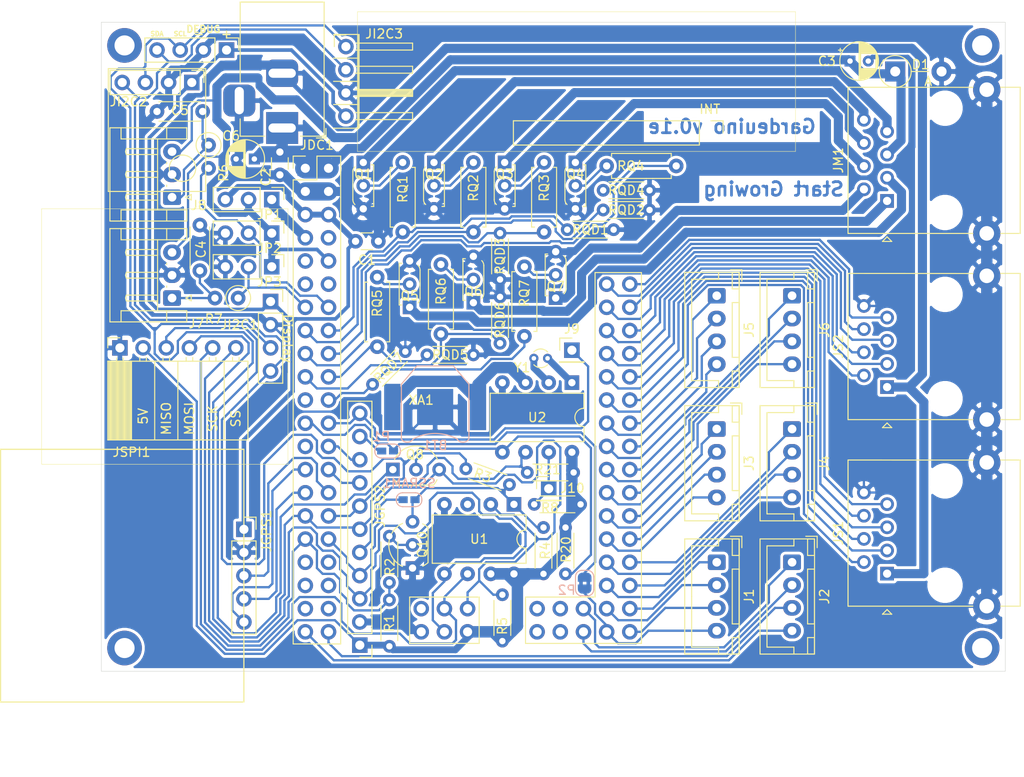
<source format=kicad_pcb>
(kicad_pcb (version 20171130) (host pcbnew 5.1.10-88a1d61d58~90~ubuntu20.10.1)
  (layers (0 F.Cu signal) (31 B.Cu signal) (34 B.Paste user) (35 F.Paste user) (36 B.SilkS user) (37 F.SilkS user) (38 B.Mask user) (39 F.Mask user) (44 Edge.Cuts user))
  (net 0 "")
  (net 1 "Net-(XA1-PadD15)")
  (net 2 "Net-(XA1-PadD26)")
  (net 3 "Net-(XA1-PadD11)")
  (net 4 "Net-(XA1-PadD27)")
  (net 5 "Net-(XA1-PadD29)")
  (net 6 "Net-(XA1-PadD28)")
  (net 7 "Net-(XA1-PadD52)")
  (net 8 "Net-(XA1-PadD24)")
  (net 9 "Net-(XA1-PadD25)")
  (net 10 "Net-(XA1-PadD0)")
  (net 11 "Net-(XA1-PadD1)")
  (net 12 "Net-(XA1-PadRST1)")
  (net 13 "Net-(XA1-PadRST2)")
  (net 14 "Net-(XA1-Pad3V2)")
  (net 15 "Net-(U1-Pad3)")
  (net 16 "Net-(XA1-PadD53)")
  (net 17 "Net-(J4-Pad4)")
  (net 18 "Net-(J3-Pad2)")
  (net 19 "Net-(J2-Pad2)")
  (net 20 "Net-(J4-Pad1)")
  (net 21 "Net-(J1-Pad2)")
  (net 22 "Net-(J1-Pad1)")
  (net 23 "Net-(J3-Pad4)")
  (net 24 "Net-(J4-Pad3)")
  (net 25 "Net-(J3-Pad3)")
  (net 26 "Net-(J2-Pad1)")
  (net 27 "Net-(J3-Pad1)")
  (net 28 "Net-(J4-Pad2)")
  (net 29 "Net-(J5-Pad1)")
  (net 30 GND)
  (net 31 "Net-(Q1-Pad2)")
  (net 32 "Net-(Q2-Pad2)")
  (net 33 "Net-(Q3-Pad2)")
  (net 34 "Net-(Q4-Pad2)")
  (net 35 /VIN)
  (net 36 "Net-(U2-Pad2)")
  (net 37 "Net-(U2-Pad1)")
  (net 38 /5V2)
  (net 39 "Net-(BT1-Pad1)")
  (net 40 "Net-(Q6-Pad2)")
  (net 41 "Net-(Q7-Pad2)")
  (net 42 "Net-(J5-Pad4)")
  (net 43 "Net-(J5-Pad3)")
  (net 44 "Net-(J5-Pad2)")
  (net 45 "Net-(JP1-Pad1)")
  (net 46 /5V3)
  (net 47 /GND3)
  (net 48 /SDA)
  (net 49 /SCL)
  (net 50 "Net-(JM1-Pad3)")
  (net 51 "Net-(JM1-Pad4)")
  (net 52 "Net-(JM1-Pad7)")
  (net 53 "Net-(JM1-Pad2)")
  (net 54 "Net-(JM1-Pad8)")
  (net 55 "Net-(JM1-Pad6)")
  (net 56 "Net-(JS1-Pad3)")
  (net 57 "Net-(JS1-Pad5)")
  (net 58 "Net-(JS1-Pad4)")
  (net 59 "Net-(JS1-Pad7)")
  (net 60 "Net-(JS1-Pad2)")
  (net 61 "Net-(JS1-Pad6)")
  (net 62 "Net-(JS2-Pad3)")
  (net 63 "Net-(JS2-Pad5)")
  (net 64 "Net-(JS2-Pad4)")
  (net 65 "Net-(JS2-Pad7)")
  (net 66 "Net-(JS2-Pad2)")
  (net 67 "Net-(JS2-Pad6)")
  (net 68 "Net-(Q5-Pad2)")
  (net 69 "Net-(RQ1-Pad1)")
  (net 70 "Net-(RQ2-Pad1)")
  (net 71 "Net-(RQ3-Pad1)")
  (net 72 "Net-(RQ4-Pad1)")
  (net 73 "Net-(RQ5-Pad1)")
  (net 74 "Net-(RQ6-Pad1)")
  (net 75 "Net-(RQ7-Pad1)")
  (net 76 "Net-(J6-Pad4)")
  (net 77 "Net-(J6-Pad3)")
  (net 78 "Net-(J6-Pad2)")
  (net 79 "Net-(J6-Pad1)")
  (net 80 /VIN1)
  (net 81 "Net-(JM1-Pad1)")
  (net 82 /INT0)
  (net 83 /INT1)
  (net 84 /D30)
  (net 85 "Net-(XA1-PadD50)")
  (net 86 "Net-(XA1-PadD51)")
  (net 87 /D31)
  (net 88 /MOSI)
  (net 89 /SCK)
  (net 90 /INT4)
  (net 91 "Net-(C4-Pad1)")
  (net 92 "Net-(C5-Pad2)")
  (net 93 /PIN47)
  (net 94 "Net-(J1-Pad3)")
  (net 95 /MISDO)
  (net 96 "Net-(Q8-Pad2)")
  (net 97 "Net-(Q10-Pad2)")
  (net 98 /MISO)
  (net 99 /SS_MMC)
  (net 100 "Net-(Q10-Pad3)")
  (net 101 /GPSRX)
  (net 102 /GPSTX)
  (net 103 /PPS)
  (net 104 /D14)
  (net 105 /D16)
  (net 106 /SQW)
  (net 107 /AD0)
  (net 108 /D13)
  (net 109 /SS_AUX)
  (module Jumper:SolderJumper-2_P1.3mm_Open_RoundedPad0.5x0.75mm (layer B.Cu) (at 133.2865 87.122 180)
    (fp_text reference SSRAM1 (at 0 1.8) (layer B.SilkS) (effects (justify mirror)))
    (fp_text value SolderJumper_2_Open)
    (pad 1 smd trapezoid (at -0.65 0 180) (size 1 0.75) (layers B.Cu B.Mask) (net 100 "Net-(Q10-Pad3)"))
    (pad 2 smd trapezoid (at 0.65 0 180) (size 1 0.75) (layers B.Cu B.Mask) (net 109 /SS_AUX))
  )
  (module Jumper:SolderJumper-2_P1.3mm_Open_RoundedPad1.0x1.5mm (layer B.Cu) (at 130.937 81.788)
    (fp_text reference P1 (at -0.6985 -1.5875) (layer B.SilkS) (effects (justify mirror)))
    (fp_text value SolderJumper_2_Open)
    (pad 2 smd trapezoid (at 0.65 0) (size 1 0.75) (layers B.Cu B.Mask) (net 108 /D13))
    (pad 1 smd trapezoid (at -0.65 0) (size 1 0.75) (layers B.Cu B.Mask) (net 107 /AD0))
  )
  (module Connector_PinSocket_2.54mm:PinSocket_1x05_P2.54mm_Vertical (layer F.Cu) (at 115.1885 90.3685)
    (fp_text reference JGPS1 (at 2.4765 0.1905 90) (layer F.SilkS))
    (fp_text value GPS)
    (pad 5 thru_hole oval (at 0 10.16) (size 1.7 1.7) (drill 1) (layers *.Cu *.Mask) (net 103 /PPS))
    (pad 4 thru_hole oval (at 0 7.62) (size 1.7 1.7) (drill 1) (layers *.Cu *.Mask) (net 102 /GPSTX))
    (pad 3 thru_hole oval (at 0 5.08) (size 1.7 1.7) (drill 1) (layers *.Cu *.Mask) (net 101 /GPSRX))
    (pad 2 thru_hole oval (at 0 2.54) (size 1.7 1.7) (drill 1) (layers *.Cu *.Mask) (net 30 GND))
    (pad 1 thru_hole rect (at 0 0) (size 1.7 1.7) (drill 1) (layers *.Cu *.Mask) (net 38 /5V2))
  )
  (module Diode_THT:D_DO-41_SOD81_P5.08mm_Vertical_AnodeUp (layer F.Cu) (at 186.563 40.1955)
    (fp_text reference D1 (at 2.794 -0.762) (layer F.SilkS))
    (fp_text value 1N47xxA)
    (fp_text user A (at 3.6195 1.0795) (layer F.SilkS))
    (pad 2 thru_hole oval (at 5.08 0) (size 2.2 2.2) (drill 1.1) (layers *.Cu *.Mask) (net 30 GND))
    (pad 1 thru_hole rect (at 0 0) (size 2.2 2.2) (drill 1.1) (layers *.Cu *.Mask) (net 80 /VIN1))
  )
  (module Battery:BatteryHolder_Keystone_2998_1x6.8mm (layer B.Cu) (at 136.144 76.962)
    (fp_text reference BT1 (at 0 4.2 180) (layer B.SilkS) (effects (justify mirror)))
    (fp_text value Battery_Cell)
    (pad 2 smd rect (at 0 0) (size 3.96 3.96) (layers B.Cu B.Mask) (net 30 GND))
    (pad 1 smd rect (at 4.7 0) (size 1.78 5.08) (layers B.Cu B.Mask) (net 39 "Net-(BT1-Pad1)"))
    (pad 1 smd rect (at -4.7 0) (size 1.78 5.08) (layers B.Cu B.Mask) (net 39 "Net-(BT1-Pad1)"))
  )
  (module Jumper:SolderJumper-2_P1.3mm_Bridged2Bar_RoundedPad1.0x1.5mm (layer B.Cu) (at 152.527 96.266 90)
    (fp_text reference P2 (at -0.762 -1.9685 180) (layer B.SilkS) (effects (justify mirror)))
    (fp_text value SolderJumper_2_Bridged)
    (fp_poly (pts (xy -0.25 0.6) (xy 0.25 0.6) (xy 0.25 0.2) (xy -0.25 0.2)) (layer B.Cu) (width 0))
    (fp_poly (pts (xy -0.25 -0.2) (xy 0.25 -0.2) (xy 0.25 -0.6) (xy -0.25 -0.6)) (layer B.Cu) (width 0))
    (pad 1 smd custom (at -0.65 0 90) (size 1 0.5) (layers B.Cu B.Mask) (net 93 /PIN47) (options (clearance outline) (anchor rect)) (primitives (gr_circle (center 0 -0.25) (end 0.5 -0.25) (width 0)) (gr_circle (center 0 0.25) (end 0.5 0.25) (width 0)) (gr_poly (pts (xy 0.5 -0.75) (xy 0.5 0.75) (xy 0 0.75) (xy 0 -0.75)) (width 0))))
    (pad 2 smd custom (at 0.65 0 90) (size 1 0.5) (layers B.Cu B.Mask) (net 108 /D13) (options (clearance outline) (anchor rect)) (primitives (gr_circle (center 0 -0.25) (end 0.5 -0.25) (width 0)) (gr_circle (center 0 0.25) (end 0.5 0.25) (width 0)) (gr_poly (pts (xy -0.5 -0.75) (xy -0.5 0.75) (xy 0 0.75) (xy 0 -0.75)) (width 0))))
  )
  (module Connector_PinHeader_2.54mm:PinHeader_1x11_P2.54mm_Vertical (layer F.Cu) (at 127.889 103.0605 180)
    (fp_text reference JGPS2 (at -2.2225 15.24 90) (layer F.SilkS))
    (fp_text value GPS)
    (pad 1 thru_hole rect (at 0 0 180) (size 1.7 1.7) (drill 1) (layers *.Cu *.Mask) (net 46 /5V3))
    (pad 2 thru_hole oval (at 0 2.54 180) (size 1.7 1.7) (drill 1) (layers *.Cu *.Mask) (net 47 /GND3))
    (pad 3 thru_hole oval (at 0 5.08 180) (size 1.7 1.7) (drill 1) (layers *.Cu *.Mask) (net 88 /MOSI))
    (pad 4 thru_hole oval (at 0 7.62 180) (size 1.7 1.7) (drill 1) (layers *.Cu *.Mask) (net 109 /SS_AUX))
    (pad 5 thru_hole oval (at 0 10.16 180) (size 1.7 1.7) (drill 1) (layers *.Cu *.Mask) (net 98 /MISO))
    (pad 6 thru_hole oval (at 0 12.7 180) (size 1.7 1.7) (drill 1) (layers *.Cu *.Mask) (net 49 /SCL))
    (pad 7 thru_hole oval (at 0 15.24 180) (size 1.7 1.7) (drill 1) (layers *.Cu *.Mask) (net 48 /SDA))
    (pad 8 thru_hole oval (at 0 17.78 180) (size 1.7 1.7) (drill 1) (layers *.Cu *.Mask) (net 105 /D16))
    (pad 9 thru_hole oval (at 0 20.32 180) (size 1.7 1.7) (drill 1) (layers *.Cu *.Mask) (net 104 /D14))
    (pad 10 thru_hole oval (at 0 22.86 180) (size 1.7 1.7) (drill 1) (layers *.Cu *.Mask) (net 107 /AD0))
    (pad 11 thru_hole oval (at 0 25.4 180) (size 1.7 1.7) (drill 1) (layers *.Cu *.Mask) (net 90 /INT4))
  )
  (module Connector_PinHeader_2.54mm:PinHeader_1x01_P2.54mm_Vertical (layer F.Cu) (at 148.59 85.9155)
    (fp_text reference J10 (at 2.6035 -0.0635) (layer F.SilkS))
    (fp_text value Conn_01x01_Male)
    (pad 1 thru_hole rect (at 0 0) (size 1.7 1.7) (drill 1) (layers *.Cu *.Mask) (net 106 /SQW))
  )
  (module Resistor_THT:R_Axial_DIN0204_L3.6mm_D1.6mm_P5.08mm_Horizontal (layer F.Cu) (at 147.0025 87.63)
    (fp_text reference R8 (at 1.7145 0.381) (layer F.SilkS))
    (fp_text value 4k7)
    (pad 2 thru_hole oval (at 5.08 0) (size 1.4 1.4) (drill 0.7) (layers *.Cu *.Mask) (net 46 /5V3))
    (pad 1 thru_hole circle (at 0 0) (size 1.4 1.4) (drill 0.7) (layers *.Cu *.Mask) (net 106 /SQW))
  )
  (module Resistor_THT:R_Axial_DIN0204_L3.6mm_D1.6mm_P5.08mm_Horizontal (layer F.Cu) (at 150.4315 95.25 90)
    (fp_text reference R20 (at 2.667 0.0635 90) (layer F.SilkS))
    (fp_text value 4k7)
    (pad 2 thru_hole oval (at 5.08 0 90) (size 1.4 1.4) (drill 0.7) (layers *.Cu *.Mask) (net 46 /5V3))
    (pad 1 thru_hole circle (at 0 0 90) (size 1.4 1.4) (drill 0.7) (layers *.Cu *.Mask) (net 48 /SDA))
  )
  (module Resistor_THT:R_Axial_DIN0204_L3.6mm_D1.6mm_P5.08mm_Horizontal (layer F.Cu) (at 148.0185 90.17 270)
    (fp_text reference R4 (at 2.54 -0.1905 90) (layer F.SilkS))
    (fp_text value 4k7)
    (pad 2 thru_hole oval (at 5.08 0 270) (size 1.4 1.4) (drill 0.7) (layers *.Cu *.Mask) (net 46 /5V3))
    (pad 1 thru_hole circle (at 0 0 270) (size 1.4 1.4) (drill 0.7) (layers *.Cu *.Mask) (net 100 "Net-(Q10-Pad3)"))
  )
  (module Resistor_THT:R_Axial_DIN0204_L3.6mm_D1.6mm_P5.08mm_Horizontal (layer F.Cu) (at 151.3205 84.1375 180)
    (fp_text reference R21 (at 2.8575 0.3175) (layer F.SilkS))
    (fp_text value 4k7)
    (pad 2 thru_hole oval (at 5.08 0 180) (size 1.4 1.4) (drill 0.7) (layers *.Cu *.Mask) (net 49 /SCL))
    (pad 1 thru_hole circle (at 0 0 180) (size 1.4 1.4) (drill 0.7) (layers *.Cu *.Mask) (net 46 /5V3))
  )
  (module Resistor_THT:R_Axial_DIN0204_L3.6mm_D1.6mm_P5.08mm_Horizontal (layer F.Cu) (at 139.5095 83.733538 340)
    (fp_text reference R3 (at 1.987666 0.044313 160) (layer F.SilkS))
    (fp_text value 4k7)
    (pad 2 thru_hole oval (at 5.08 0 340) (size 1.4 1.4) (drill 0.7) (layers *.Cu *.Mask) (net 100 "Net-(Q10-Pad3)"))
    (pad 1 thru_hole circle (at 0 0 340) (size 1.4 1.4) (drill 0.7) (layers *.Cu *.Mask) (net 96 "Net-(Q8-Pad2)"))
  )
  (module Package_TO_SOT_THT:TO-92L_Inline_Wide (layer F.Cu) (at 133.6675 94.615 90)
    (fp_text reference Q10 (at 2.6035 1.0795 90) (layer F.SilkS))
    (fp_text value Q_NMOS_DGS)
    (pad 1 thru_hole rect (at 0 0 90) (size 1.5 1.5) (drill 0.8) (layers *.Cu *.Mask) (net 47 /GND3))
    (pad 3 thru_hole circle (at 5.08 0 90) (size 1.5 1.5) (drill 0.8) (layers *.Cu *.Mask) (net 100 "Net-(Q10-Pad3)"))
    (pad 2 thru_hole circle (at 2.54 0 90) (size 1.5 1.5) (drill 0.8) (layers *.Cu *.Mask) (net 97 "Net-(Q10-Pad2)"))
  )
  (module Resistor_THT:R_Axial_DIN0204_L3.6mm_D1.6mm_P5.08mm_Horizontal (layer F.Cu) (at 131.1275 91.1225 270)
    (fp_text reference R2 (at 3.3655 -0.0635 90) (layer F.SilkS))
    (fp_text value 4k7)
    (pad 2 thru_hole oval (at 5.08 0 270) (size 1.4 1.4) (drill 0.7) (layers *.Cu *.Mask) (net 99 /SS_MMC))
    (pad 1 thru_hole circle (at 0 0 270) (size 1.4 1.4) (drill 0.7) (layers *.Cu *.Mask) (net 97 "Net-(Q10-Pad2)"))
  )
  (module Resistor_THT:R_Axial_DIN0204_L3.6mm_D1.6mm_P5.08mm_Horizontal (layer F.Cu) (at 131.1275 103.1875 90)
    (fp_text reference R1 (at 2.54 0 90) (layer F.SilkS))
    (fp_text value 4k7)
    (pad 2 thru_hole oval (at 5.08 0 90) (size 1.4 1.4) (drill 0.7) (layers *.Cu *.Mask) (net 99 /SS_MMC))
    (pad 1 thru_hole circle (at 0 0 90) (size 1.4 1.4) (drill 0.7) (layers *.Cu *.Mask) (net 46 /5V3))
  )
  (module Package_TO_SOT_THT:TO-92L_Inline_Wide (layer F.Cu) (at 131.5085 83.82)
    (fp_text reference Q8 (at 2.413 -1.651) (layer F.SilkS))
    (fp_text value 2N3904)
    (pad 1 thru_hole rect (at 0 0) (size 1.5 1.5) (drill 0.8) (layers *.Cu *.Mask) (net 95 /MISDO))
    (pad 3 thru_hole circle (at 5.08 0) (size 1.5 1.5) (drill 0.8) (layers *.Cu *.Mask) (net 98 /MISO))
    (pad 2 thru_hole circle (at 2.54 0) (size 1.5 1.5) (drill 0.8) (layers *.Cu *.Mask) (net 96 "Net-(Q8-Pad2)"))
  )
  (module Connector_PinHeader_2.54mm:PinHeader_1x04_P2.54mm_Horizontal (layer F.Cu) (at 126.365 37.465)
    (fp_text reference JI2C3 (at 4.191 -1.397) (layer F.SilkS))
    (fp_text value Key)
    (fp_text user INT (at 39.878 6.858) (layer F.SilkS))
    (pad 1 thru_hole circle (at 0 0) (size 1.7 1.7) (drill 1) (layers *.Cu *.Mask) (net 49 /SCL))
    (pad 2 thru_hole oval (at 0 2.54) (size 1.7 1.7) (drill 1) (layers *.Cu *.Mask) (net 48 /SDA))
    (pad 3 thru_hole oval (at 0 5.08) (size 1.7 1.7) (drill 1) (layers *.Cu *.Mask) (net 30 GND))
    (pad 4 thru_hole oval (at 0 7.62) (size 1.7 1.7) (drill 1) (layers *.Cu *.Mask) (net 38 /5V2))
  )
  (module Connector_PinSocket_2.54mm:PinSocket_1x04_P2.54mm_Vertical (layer F.Cu) (at 105.664 37.846 90)
    (fp_text reference JI2C0 hide)
    (fp_text value DEBUG (at 2.286 5.08) (layer F.SilkS) (effects (font (size 0.75 0.75))))
    (pad 4 thru_hole rect (at 0 7.62 90) (size 1.7 1.7) (drill 1) (layers *.Cu *.Mask) (net 38 /5V2))
    (pad 3 thru_hole oval (at 0 5.08 90) (size 1.7 1.7) (drill 1) (layers *.Cu *.Mask) (net 30 GND))
    (pad 2 thru_hole oval (at 0 2.54 90) (size 1.7 1.7) (drill 1) (layers *.Cu *.Mask) (net 49 /SCL))
    (pad 1 thru_hole circle (at 0 0 90) (size 1.7 1.7) (drill 1) (layers *.Cu *.Mask) (net 48 /SDA))
  )
  (module Connector_PinSocket_2.54mm:PinSocket_1x04_P2.54mm_Vertical (layer F.Cu) (at 101.854 41.402 90)
    (fp_text reference JI2C2 (at -2.0955 0.6985 180) (layer F.SilkS))
    (fp_text value THP)
    (pad 4 thru_hole rect (at 0 7.62 90) (size 1.7 1.7) (drill 1) (layers *.Cu *.Mask) (net 38 /5V2))
    (pad 3 thru_hole oval (at 0 5.08 90) (size 1.7 1.7) (drill 1) (layers *.Cu *.Mask) (net 30 GND))
    (pad 2 thru_hole oval (at 0 2.54 90) (size 1.7 1.7) (drill 1) (layers *.Cu *.Mask) (net 49 /SCL))
    (pad 1 thru_hole circle (at 0 0 90) (size 1.7 1.7) (drill 1) (layers *.Cu *.Mask) (net 48 /SDA))
  )
  (module Resistor_THT:R_Axial_DIN0204_L3.6mm_D1.6mm_P5.08mm_Horizontal (layer F.Cu) (at 143.51 97.536 270)
    (fp_text reference R5 (at 3.429 0 90) (layer F.SilkS))
    (fp_text value 10k)
    (pad 2 thru_hole oval (at 5.08 0 270) (size 1.4 1.4) (drill 0.7) (layers *.Cu *.Mask) (net 46 /5V3))
    (pad 1 thru_hole circle (at 0 0 270) (size 1.4 1.4) (drill 0.7) (layers *.Cu *.Mask) (net 98 /MISO))
  )
  (module Resistor_THT:R_Axial_DIN0204_L3.6mm_D1.6mm_P5.08mm_Horizontal (layer F.Cu) (at 129.286 74.4855 45)
    (fp_text reference RQD7 (at 2.54 0 45) (layer F.SilkS))
    (fp_text value 10k)
    (pad 2 thru_hole oval (at 5.08 0 45) (size 1.4 1.4) (drill 0.7) (layers *.Cu *.Mask) (net 30 GND))
    (pad 1 thru_hole circle (at 0 0 45) (size 1.4 1.4) (drill 0.7) (layers *.Cu *.Mask) (net 75 "Net-(RQ7-Pad1)"))
  )
  (module Resistor_THT:R_Axial_DIN0204_L3.6mm_D1.6mm_P5.08mm_Horizontal (layer F.Cu) (at 143.256 69.977 90)
    (fp_text reference RQD6 (at 2.54 0 90) (layer F.SilkS))
    (fp_text value 10k)
    (pad 2 thru_hole oval (at 5.08 0 90) (size 1.4 1.4) (drill 0.7) (layers *.Cu *.Mask) (net 30 GND))
    (pad 1 thru_hole circle (at 0 0 90) (size 1.4 1.4) (drill 0.7) (layers *.Cu *.Mask) (net 74 "Net-(RQ6-Pad1)"))
  )
  (module Resistor_THT:R_Axial_DIN0204_L3.6mm_D1.6mm_P5.08mm_Horizontal (layer F.Cu) (at 135.255 71.247)
    (fp_text reference RQD5 (at 2.54 0) (layer F.SilkS))
    (fp_text value 10k)
    (pad 2 thru_hole oval (at 5.08 0) (size 1.4 1.4) (drill 0.7) (layers *.Cu *.Mask) (net 30 GND))
    (pad 1 thru_hole circle (at 0 0) (size 1.4 1.4) (drill 0.7) (layers *.Cu *.Mask) (net 73 "Net-(RQ5-Pad1)"))
  )
  (module Resistor_THT:R_Axial_DIN0204_L3.6mm_D1.6mm_P5.08mm_Horizontal (layer F.Cu) (at 154.559 53.213)
    (fp_text reference RQD4 (at 2.54 0) (layer F.SilkS))
    (fp_text value 10k)
    (pad 2 thru_hole oval (at 5.08 0) (size 1.4 1.4) (drill 0.7) (layers *.Cu *.Mask) (net 30 GND))
    (pad 1 thru_hole circle (at 0 0) (size 1.4 1.4) (drill 0.7) (layers *.Cu *.Mask) (net 72 "Net-(RQ4-Pad1)"))
  )
  (module Resistor_THT:R_Axial_DIN0204_L3.6mm_D1.6mm_P5.08mm_Horizontal (layer F.Cu) (at 143.256 57.912 270)
    (fp_text reference RQD3 (at 2.54 0 270) (layer F.SilkS))
    (fp_text value 10k)
    (pad 2 thru_hole oval (at 5.08 0 270) (size 1.4 1.4) (drill 0.7) (layers *.Cu *.Mask) (net 30 GND))
    (pad 1 thru_hole circle (at 0 0 270) (size 1.4 1.4) (drill 0.7) (layers *.Cu *.Mask) (net 71 "Net-(RQ3-Pad1)"))
  )
  (module Resistor_THT:R_Axial_DIN0204_L3.6mm_D1.6mm_P5.08mm_Horizontal (layer F.Cu) (at 154.559 55.372)
    (fp_text reference RQD2 (at 2.54 0) (layer F.SilkS))
    (fp_text value 10k)
    (pad 2 thru_hole oval (at 5.08 0) (size 1.4 1.4) (drill 0.7) (layers *.Cu *.Mask) (net 30 GND))
    (pad 1 thru_hole circle (at 0 0) (size 1.4 1.4) (drill 0.7) (layers *.Cu *.Mask) (net 70 "Net-(RQ2-Pad1)"))
  )
  (module Resistor_THT:R_Axial_DIN0204_L3.6mm_D1.6mm_P5.08mm_Horizontal (layer F.Cu) (at 150.622 57.531)
    (fp_text reference RQD1 (at 2.54 0) (layer F.SilkS))
    (fp_text value 10k)
    (pad 2 thru_hole oval (at 5.08 0) (size 1.4 1.4) (drill 0.7) (layers *.Cu *.Mask) (net 30 GND))
    (pad 1 thru_hole circle (at 0 0) (size 1.4 1.4) (drill 0.7) (layers *.Cu *.Mask) (net 69 "Net-(RQ1-Pad1)"))
  )
  (module Package_TO_SOT_THT:TO-92L_Inline_Wide_Flat (layer F.Cu) (at 128.27 50.165 270)
    (fp_text reference Q1 (at 1.27 0 180) (layer F.SilkS))
    (fp_text value Q_NMOS_DGS)
    (pad 2 thru_hole circle (at 2.54 0 270) (size 1.5 1.5) (drill 0.8) (layers *.Cu *.Mask) (net 31 "Net-(Q1-Pad2)"))
    (pad 3 thru_hole circle (at 5.08 0 270) (size 1.5 1.5) (drill 0.8) (layers *.Cu *.Mask) (net 30 GND))
    (pad 1 thru_hole rect (at 0 0 270) (size 1.5 1.5) (drill 0.8) (layers *.Cu *.Mask) (net 52 "Net-(JM1-Pad7)"))
  )
  (module Package_TO_SOT_THT:TO-92L_Inline_Wide_Flat (layer F.Cu) (at 149.352 65.024 90)
    (fp_text reference Q7 (at 1.27 0 180) (layer F.SilkS))
    (fp_text value Q_NMOS_DGS)
    (pad 2 thru_hole circle (at 2.54 0 90) (size 1.5 1.5) (drill 0.8) (layers *.Cu *.Mask) (net 41 "Net-(Q7-Pad2)"))
    (pad 3 thru_hole circle (at 5.08 0 90) (size 1.5 1.5) (drill 0.8) (layers *.Cu *.Mask) (net 30 GND))
    (pad 1 thru_hole rect (at 0 0 90) (size 1.5 1.5) (drill 0.8) (layers *.Cu *.Mask) (net 53 "Net-(JM1-Pad2)"))
  )
  (module Package_TO_SOT_THT:TO-92L_Inline_Wide_Flat (layer F.Cu) (at 140.335 65.532 90)
    (fp_text reference Q6 (at 1.27 0 180) (layer F.SilkS))
    (fp_text value Q_NMOS_DGS)
    (pad 2 thru_hole circle (at 2.54 0 90) (size 1.5 1.5) (drill 0.8) (layers *.Cu *.Mask) (net 40 "Net-(Q6-Pad2)"))
    (pad 3 thru_hole circle (at 5.08 0 90) (size 1.5 1.5) (drill 0.8) (layers *.Cu *.Mask) (net 30 GND))
    (pad 1 thru_hole rect (at 0 0 90) (size 1.5 1.5) (drill 0.8) (layers *.Cu *.Mask) (net 81 "Net-(JM1-Pad1)"))
  )
  (module Package_TO_SOT_THT:TO-92L_Inline_Wide_Flat (layer F.Cu) (at 133.35 66.04 90)
    (fp_text reference Q5 (at 1.27 0 180) (layer F.SilkS))
    (fp_text value Q_NMOS_DGS)
    (pad 2 thru_hole circle (at 2.54 0 90) (size 1.5 1.5) (drill 0.8) (layers *.Cu *.Mask) (net 68 "Net-(Q5-Pad2)"))
    (pad 3 thru_hole circle (at 5.08 0 90) (size 1.5 1.5) (drill 0.8) (layers *.Cu *.Mask) (net 30 GND))
    (pad 1 thru_hole rect (at 0 0 90) (size 1.5 1.5) (drill 0.8) (layers *.Cu *.Mask) (net 50 "Net-(JM1-Pad3)"))
  )
  (module Package_TO_SOT_THT:TO-92L_Inline_Wide_Flat (layer F.Cu) (at 151.511 50.165 270)
    (fp_text reference Q4 (at 1.27 0 180) (layer F.SilkS))
    (fp_text value Q_NMOS_DGS)
    (pad 2 thru_hole circle (at 2.54 0 270) (size 1.5 1.5) (drill 0.8) (layers *.Cu *.Mask) (net 34 "Net-(Q4-Pad2)"))
    (pad 3 thru_hole circle (at 5.08 0 270) (size 1.5 1.5) (drill 0.8) (layers *.Cu *.Mask) (net 30 GND))
    (pad 1 thru_hole rect (at 0 0 270) (size 1.5 1.5) (drill 0.8) (layers *.Cu *.Mask) (net 51 "Net-(JM1-Pad4)"))
  )
  (module Package_TO_SOT_THT:TO-92L_Inline_Wide_Flat (layer F.Cu) (at 143.764 50.165 270)
    (fp_text reference Q3 (at 1.27 0 180) (layer F.SilkS))
    (fp_text value Q_NMOS_DGS)
    (pad 2 thru_hole circle (at 2.54 0 270) (size 1.5 1.5) (drill 0.8) (layers *.Cu *.Mask) (net 33 "Net-(Q3-Pad2)"))
    (pad 3 thru_hole circle (at 5.08 0 270) (size 1.5 1.5) (drill 0.8) (layers *.Cu *.Mask) (net 30 GND))
    (pad 1 thru_hole rect (at 0 0 270) (size 1.5 1.5) (drill 0.8) (layers *.Cu *.Mask) (net 55 "Net-(JM1-Pad6)"))
  )
  (module Package_TO_SOT_THT:TO-92L_Inline_Wide_Flat (layer F.Cu) (at 136.017 50.165 270)
    (fp_text reference Q2 (at 1.27 0 180) (layer F.SilkS))
    (fp_text value Q_NMOS_DGS)
    (pad 2 thru_hole circle (at 2.54 0 270) (size 1.5 1.5) (drill 0.8) (layers *.Cu *.Mask) (net 32 "Net-(Q2-Pad2)"))
    (pad 3 thru_hole circle (at 5.08 0 270) (size 1.5 1.5) (drill 0.8) (layers *.Cu *.Mask) (net 30 GND))
    (pad 1 thru_hole rect (at 0 0 270) (size 1.5 1.5) (drill 0.8) (layers *.Cu *.Mask) (net 54 "Net-(JM1-Pad8)"))
  )
  (module Connector_BarrelJack:BarrelJack_Horizontal (layer F.Cu) (at 119.38 46.386 270)
    (fp_text reference JDC1 (at 1.874 -3.81) (layer F.SilkS))
    (fp_text value Jack-DC)
    (pad 3 thru_hole roundrect (at -3 4.7 270) (size 3.5 3.5) (drill oval 3 1) (layers *.Cu *.Mask) (net 30 GND))
    (pad 2 thru_hole roundrect (at -6 0 270) (size 3 3.5) (drill oval 1 3) (layers *.Cu *.Mask) (net 30 GND))
    (pad 1 thru_hole rect (at 0 0 270) (size 3.5 3.5) (drill oval 1 3) (layers *.Cu *.Mask) (net 80 /VIN1))
  )
  (module Connector_JST:JST_XH_B4B-XH-A_1x04_P2.50mm_Vertical (layer F.Cu) (at 167.005 79.375 270)
    (fp_text reference J3 (at 3.75 -3.55 90) (layer F.SilkS))
    (fp_text value Conn_01x04_Female hide)
    (pad 4 thru_hole oval (at 7.5 0 270) (size 1.7 1.95) (drill 0.95) (layers *.Cu *.Mask) (net 23 "Net-(J3-Pad4)"))
    (pad 3 thru_hole oval (at 5 0 270) (size 1.7 1.95) (drill 0.95) (layers *.Cu *.Mask) (net 25 "Net-(J3-Pad3)"))
    (pad 2 thru_hole oval (at 2.5 0 270) (size 1.7 1.95) (drill 0.95) (layers *.Cu *.Mask) (net 18 "Net-(J3-Pad2)"))
    (pad 1 thru_hole roundrect (at 0 0 270) (size 1.7 1.95) (drill 0.95) (layers *.Cu *.Mask) (roundrect_rratio 0.1470588235294118) (net 27 "Net-(J3-Pad1)"))
  )
  (module Connector_JST:JST_XH_B4B-XH-A_1x04_P2.50mm_Vertical (layer F.Cu) (at 175.26 64.77 270)
    (fp_text reference J6 (at 3.75 -3.55 90) (layer F.SilkS))
    (fp_text value Conn_01x04_Female hide)
    (pad 4 thru_hole oval (at 7.5 0 270) (size 1.7 1.95) (drill 0.95) (layers *.Cu *.Mask) (net 76 "Net-(J6-Pad4)"))
    (pad 3 thru_hole oval (at 5 0 270) (size 1.7 1.95) (drill 0.95) (layers *.Cu *.Mask) (net 77 "Net-(J6-Pad3)"))
    (pad 2 thru_hole oval (at 2.5 0 270) (size 1.7 1.95) (drill 0.95) (layers *.Cu *.Mask) (net 78 "Net-(J6-Pad2)"))
    (pad 1 thru_hole roundrect (at 0 0 270) (size 1.7 1.95) (drill 0.95) (layers *.Cu *.Mask) (roundrect_rratio 0.1470588235294118) (net 79 "Net-(J6-Pad1)"))
  )
  (module Connector_JST:JST_XH_B4B-XH-A_1x04_P2.50mm_Vertical (layer F.Cu) (at 167.005 64.77 270)
    (fp_text reference J5 (at 3.75 -3.55 90) (layer F.SilkS))
    (fp_text value Conn_01x04_Female hide)
    (pad 4 thru_hole oval (at 7.5 0 270) (size 1.7 1.95) (drill 0.95) (layers *.Cu *.Mask) (net 42 "Net-(J5-Pad4)"))
    (pad 3 thru_hole oval (at 5 0 270) (size 1.7 1.95) (drill 0.95) (layers *.Cu *.Mask) (net 43 "Net-(J5-Pad3)"))
    (pad 2 thru_hole oval (at 2.5 0 270) (size 1.7 1.95) (drill 0.95) (layers *.Cu *.Mask) (net 44 "Net-(J5-Pad2)"))
    (pad 1 thru_hole roundrect (at 0 0 270) (size 1.7 1.95) (drill 0.95) (layers *.Cu *.Mask) (roundrect_rratio 0.1470588235294118) (net 29 "Net-(J5-Pad1)"))
  )
  (module Resistor_THT:R_Axial_DIN0207_L6.3mm_D2.5mm_P7.62mm_Horizontal (layer F.Cu) (at 162.56 50.546 180)
    (fp_text reference RQ4 (at 4.967313 0) (layer F.SilkS))
    (fp_text value 1k)
    (pad 2 thru_hole oval (at 7.62 0 180) (size 1.6 1.6) (drill 0.8) (layers *.Cu *.Mask) (net 34 "Net-(Q4-Pad2)"))
    (pad 1 thru_hole circle (at 0 0 180) (size 1.6 1.6) (drill 0.8) (layers *.Cu *.Mask) (net 72 "Net-(RQ4-Pad1)"))
  )
  (module Resistor_THT:R_Axial_DIN0207_L6.3mm_D2.5mm_P7.62mm_Horizontal (layer F.Cu) (at 148.082 57.785 90)
    (fp_text reference RQ3 (at 4.826 0 270) (layer F.SilkS))
    (fp_text value 1k)
    (pad 2 thru_hole oval (at 7.62 0 90) (size 1.6 1.6) (drill 0.8) (layers *.Cu *.Mask) (net 33 "Net-(Q3-Pad2)"))
    (pad 1 thru_hole circle (at 0 0 90) (size 1.6 1.6) (drill 0.8) (layers *.Cu *.Mask) (net 71 "Net-(RQ3-Pad1)"))
  )
  (module Resistor_THT:R_Axial_DIN0207_L6.3mm_D2.5mm_P7.62mm_Horizontal (layer F.Cu) (at 136.779 68.961 90)
    (fp_text reference RQ6 (at 4.699 0 90) (layer F.SilkS))
    (fp_text value 1k)
    (pad 2 thru_hole oval (at 7.62 0 90) (size 1.6 1.6) (drill 0.8) (layers *.Cu *.Mask) (net 40 "Net-(Q6-Pad2)"))
    (pad 1 thru_hole circle (at 0 0 90) (size 1.6 1.6) (drill 0.8) (layers *.Cu *.Mask) (net 74 "Net-(RQ6-Pad1)"))
  )
  (module Resistor_THT:R_Axial_DIN0207_L6.3mm_D2.5mm_P7.62mm_Horizontal (layer F.Cu) (at 129.794 70.358 90)
    (fp_text reference RQ5 (at 4.7625 0 90) (layer F.SilkS))
    (fp_text value 1k)
    (pad 2 thru_hole oval (at 7.62 0 90) (size 1.6 1.6) (drill 0.8) (layers *.Cu *.Mask) (net 68 "Net-(Q5-Pad2)"))
    (pad 1 thru_hole circle (at 0 0 90) (size 1.6 1.6) (drill 0.8) (layers *.Cu *.Mask) (net 73 "Net-(RQ5-Pad1)"))
  )
  (module Package_DIP:DIP-8_W7.62mm (layer F.Cu) (at 151.13 74.295 270)
    (fp_text reference U2 (at 3.81 3.81 180) (layer F.SilkS))
    (fp_text value DS1307+)
    (pad 8 thru_hole oval (at 7.62 0 270) (size 1.6 1.6) (drill 0.8) (layers *.Cu *.Mask) (net 46 /5V3))
    (pad 4 thru_hole oval (at 0 7.62 270) (size 1.6 1.6) (drill 0.8) (layers *.Cu *.Mask) (net 30 GND))
    (pad 7 thru_hole oval (at 7.62 2.54 270) (size 1.6 1.6) (drill 0.8) (layers *.Cu *.Mask) (net 106 /SQW))
    (pad 3 thru_hole oval (at 0 5.08 270) (size 1.6 1.6) (drill 0.8) (layers *.Cu *.Mask) (net 39 "Net-(BT1-Pad1)"))
    (pad 6 thru_hole oval (at 7.62 5.08 270) (size 1.6 1.6) (drill 0.8) (layers *.Cu *.Mask) (net 49 /SCL))
    (pad 2 thru_hole oval (at 0 2.54 270) (size 1.6 1.6) (drill 0.8) (layers *.Cu *.Mask) (net 36 "Net-(U2-Pad2)"))
    (pad 5 thru_hole oval (at 7.62 7.62 270) (size 1.6 1.6) (drill 0.8) (layers *.Cu *.Mask) (net 48 /SDA))
    (pad 1 thru_hole rect (at 0 0 270) (size 1.6 1.6) (drill 0.8) (layers *.Cu *.Mask) (net 37 "Net-(U2-Pad1)"))
  )
  (module Resistor_THT:R_Axial_DIN0207_L6.3mm_D2.5mm_P7.62mm_Horizontal (layer F.Cu) (at 140.335 57.785 90)
    (fp_text reference RQ2 (at 4.826 0 90) (layer F.SilkS))
    (fp_text value 1k)
    (pad 2 thru_hole oval (at 7.62 0 90) (size 1.6 1.6) (drill 0.8) (layers *.Cu *.Mask) (net 32 "Net-(Q2-Pad2)"))
    (pad 1 thru_hole circle (at 0 0 90) (size 1.6 1.6) (drill 0.8) (layers *.Cu *.Mask) (net 70 "Net-(RQ2-Pad1)"))
  )
  (module Resistor_THT:R_Axial_DIN0207_L6.3mm_D2.5mm_P7.62mm_Horizontal (layer F.Cu) (at 132.588 57.785 90)
    (fp_text reference RQ1 (at 4.699 0 270) (layer F.SilkS))
    (fp_text value 1k)
    (pad 2 thru_hole oval (at 7.62 0 90) (size 1.6 1.6) (drill 0.8) (layers *.Cu *.Mask) (net 31 "Net-(Q1-Pad2)"))
    (pad 1 thru_hole circle (at 0 0 90) (size 1.6 1.6) (drill 0.8) (layers *.Cu *.Mask) (net 69 "Net-(RQ1-Pad1)"))
  )
  (module Connector_JST:JST_XH_B4B-XH-A_1x04_P2.50mm_Vertical (layer F.Cu) (at 167.005 93.98 270)
    (fp_text reference J1 (at 3.75 -3.55 90) (layer F.SilkS))
    (fp_text value Conn_01x04_Female hide)
    (pad 4 thru_hole oval (at 7.5 0 270) (size 1.7 1.95) (drill 0.95) (layers *.Cu *.Mask) (net 93 /PIN47))
    (pad 3 thru_hole oval (at 5 0 270) (size 1.7 1.95) (drill 0.95) (layers *.Cu *.Mask) (net 94 "Net-(J1-Pad3)"))
    (pad 2 thru_hole oval (at 2.5 0 270) (size 1.7 1.95) (drill 0.95) (layers *.Cu *.Mask) (net 21 "Net-(J1-Pad2)"))
    (pad 1 thru_hole roundrect (at 0 0 270) (size 1.7 1.95) (drill 0.95) (layers *.Cu *.Mask) (roundrect_rratio 0.1470588235294118) (net 22 "Net-(J1-Pad1)"))
  )
  (module Resistor_THT:R_Axial_DIN0207_L6.3mm_D2.5mm_P7.62mm_Horizontal (layer F.Cu) (at 145.923 69.215 90)
    (fp_text reference RQ7 (at 4.699 0 90) (layer F.SilkS))
    (fp_text value 1K)
    (pad 2 thru_hole oval (at 7.62 0 90) (size 1.6 1.6) (drill 0.8) (layers *.Cu *.Mask) (net 41 "Net-(Q7-Pad2)"))
    (pad 1 thru_hole circle (at 0 0 90) (size 1.6 1.6) (drill 0.8) (layers *.Cu *.Mask) (net 75 "Net-(RQ7-Pad1)"))
  )
  (module Connector_JST:JST_XH_B4B-XH-A_1x04_P2.50mm_Vertical (layer F.Cu) (at 175.26 93.98 270)
    (fp_text reference J2 (at 3.75 -3.55 90) (layer F.SilkS))
    (fp_text value Conn_01x04_Female hide)
    (pad 4 thru_hole oval (at 7.5 0 270) (size 1.7 1.95) (drill 0.95) (layers *.Cu *.Mask) (net 87 /D31))
    (pad 3 thru_hole oval (at 5 0 270) (size 1.7 1.95) (drill 0.95) (layers *.Cu *.Mask) (net 84 /D30))
    (pad 2 thru_hole oval (at 2.5 0 270) (size 1.7 1.95) (drill 0.95) (layers *.Cu *.Mask) (net 19 "Net-(J2-Pad2)"))
    (pad 1 thru_hole roundrect (at 0 0 270) (size 1.7 1.95) (drill 0.95) (layers *.Cu *.Mask) (roundrect_rratio 0.1470588235294118) (net 26 "Net-(J2-Pad1)"))
  )
  (module Crystal:Crystal_DS10_D1.0mm_L4.3mm_Vertical (layer F.Cu) (at 148.463 71.628 180)
    (fp_text reference Y1 (at 2.794 -1.016) (layer F.SilkS))
    (fp_text value Crystal_Small)
    (pad 2 thru_hole circle (at 1.5 0 180) (size 1 1) (drill 0.5) (layers *.Cu *.Mask) (net 36 "Net-(U2-Pad2)"))
    (pad 1 thru_hole circle (at 0 0 180) (size 1 1) (drill 0.5) (layers *.Cu *.Mask) (net 37 "Net-(U2-Pad1)"))
  )
  (module Connector_JST:JST_XH_B4B-XH-A_1x04_P2.50mm_Vertical (layer F.Cu) (at 175.26 79.375 270)
    (fp_text reference J4 (at 3.75 -3.55 90) (layer F.SilkS))
    (fp_text value Conn_01x04_Female hide)
    (pad 4 thru_hole oval (at 7.5 0 270) (size 1.7 1.95) (drill 0.95) (layers *.Cu *.Mask) (net 17 "Net-(J4-Pad4)"))
    (pad 3 thru_hole oval (at 5 0 270) (size 1.7 1.95) (drill 0.95) (layers *.Cu *.Mask) (net 24 "Net-(J4-Pad3)"))
    (pad 2 thru_hole oval (at 2.5 0 270) (size 1.7 1.95) (drill 0.95) (layers *.Cu *.Mask) (net 28 "Net-(J4-Pad2)"))
    (pad 1 thru_hole roundrect (at 0 0 270) (size 1.7 1.95) (drill 0.95) (layers *.Cu *.Mask) (roundrect_rratio 0.1470588235294118) (net 20 "Net-(J4-Pad1)"))
  )
  (module Package_DIP:DIP-8_W7.62mm (layer F.Cu) (at 144.78 87.63 270)
    (fp_text reference U1 (at 3.81 3.81) (layer F.SilkS))
    (fp_text value 23LC512)
    (pad 8 thru_hole oval (at 7.62 0 270) (size 1.6 1.6) (drill 0.8) (layers *.Cu *.Mask) (net 46 /5V3))
    (pad 4 thru_hole oval (at 0 7.62 270) (size 1.6 1.6) (drill 0.8) (layers *.Cu *.Mask) (net 47 /GND3))
    (pad 7 thru_hole oval (at 7.62 2.54 270) (size 1.6 1.6) (drill 0.8) (layers *.Cu *.Mask) (net 46 /5V3))
    (pad 3 thru_hole oval (at 0 5.08 270) (size 1.6 1.6) (drill 0.8) (layers *.Cu *.Mask) (net 15 "Net-(U1-Pad3)"))
    (pad 6 thru_hole oval (at 7.62 5.08 270) (size 1.6 1.6) (drill 0.8) (layers *.Cu *.Mask) (net 89 /SCK))
    (pad 2 thru_hole oval (at 0 2.54 270) (size 1.6 1.6) (drill 0.8) (layers *.Cu *.Mask) (net 98 /MISO))
    (pad 5 thru_hole oval (at 7.62 7.62 270) (size 1.6 1.6) (drill 0.8) (layers *.Cu *.Mask) (net 88 /MOSI))
    (pad 1 thru_hole rect (at 0 0 270) (size 1.6 1.6) (drill 0.8) (layers *.Cu *.Mask) (net 100 "Net-(Q10-Pad3)"))
  )
  (module Connector_PinSocket_2.54mm:PinSocket_1x06_P2.54mm_Horizontal_SDREADER_KEEPOUT (layer F.Cu) (at 101.6 70.485 90)
    (fp_text reference JSPI1 (at -11.43 1.27 180) (layer F.SilkS))
    (fp_text value Conn_01x06_Female hide)
    (pad 1 thru_hole rect (at 0 0 90) (size 1.7 1.7) (drill 1) (layers *.Cu *.Mask) (net 30 GND))
    (pad 2 thru_hole oval (at 0 2.54 90) (size 1.7 1.7) (drill 1) (layers *.Cu *.Mask) (net 46 /5V3))
    (pad 3 thru_hole oval (at 0 5.08 90) (size 1.7 1.7) (drill 1) (layers *.Cu *.Mask) (net 95 /MISDO))
    (pad 4 thru_hole oval (at 0 7.62 90) (size 1.7 1.7) (drill 1) (layers *.Cu *.Mask) (net 88 /MOSI))
    (pad 5 thru_hole oval (at 0 10.16 90) (size 1.7 1.7) (drill 1) (layers *.Cu *.Mask) (net 89 /SCK))
    (pad 6 thru_hole oval (at 0 12.7 90) (size 1.7 1.7) (drill 1) (layers *.Cu *.Mask) (net 99 /SS_MMC))
  )
  (module Connector_JST:JST_EH_S3B-EH_1x03_P2.50mm_Horizontal (layer F.Cu) (at 107.315 65.024 90)
    (fp_text reference J7 (at -2.794 2.667 180) (layer F.SilkS))
    (fp_text value Conn_01x03_Male hide)
    (pad 3 thru_hole oval (at 5 0 90) (size 1.7 1.95) (drill 0.95) (layers *.Cu *.Mask) (net 35 /VIN))
    (pad 2 thru_hole oval (at 2.5 0 90) (size 1.7 1.95) (drill 0.95) (layers *.Cu *.Mask) (net 30 GND))
    (pad 1 thru_hole roundrect (at 0 0 90) (size 1.7 1.95) (drill 0.95) (layers *.Cu *.Mask) (roundrect_rratio 0.1470588235294118) (net 91 "Net-(C4-Pad1)"))
  )
  (module Connector_JST:JST_EH_S3B-EH_1x03_P2.50mm_Horizontal (layer F.Cu) (at 107.315 53.975 90)
    (fp_text reference J8 (at -0.889 2.921 180) (layer F.SilkS))
    (fp_text value Conn_01x03_Male hide)
    (pad 3 thru_hole oval (at 5 0 90) (size 1.7 1.95) (drill 0.95) (layers *.Cu *.Mask) (net 35 /VIN))
    (pad 2 thru_hole oval (at 2.5 0 90) (size 1.7 1.95) (drill 0.95) (layers *.Cu *.Mask) (net 30 GND))
    (pad 1 thru_hole roundrect (at 0 0 90) (size 1.7 1.95) (drill 0.95) (layers *.Cu *.Mask) (roundrect_rratio 0.1470588235294118) (net 92 "Net-(C5-Pad2)"))
  )
  (module MountingHole:MountingHole_2.2mm_M2_ISO14580_Pad_TopBottom (layer F.Cu) (at 102.108 103.378)
    (fp_text reference H1 hide)
    (fp_text value MountingHole hide)
    (pad 1 connect circle (at 0 0) (size 3.8 3.8) (layers B.Cu B.Mask))
    (pad 1 connect circle (at 0 0) (size 3.8 3.8) (layers F.Cu F.Mask))
    (pad 1 thru_hole circle (at 0 0) (size 2.6 2.6) (drill 2.2) (layers *.Cu *.Mask))
  )
  (module MountingHole:MountingHole_2.2mm_M2_ISO14580_Pad_TopBottom (layer F.Cu) (at 196.088 103.378)
    (fp_text reference H2 hide)
    (fp_text value MountingHole hide)
    (pad 1 connect circle (at 0 0) (size 3.8 3.8) (layers B.Cu B.Mask))
    (pad 1 connect circle (at 0 0) (size 3.8 3.8) (layers F.Cu F.Mask))
    (pad 1 thru_hole circle (at 0 0) (size 2.6 2.6) (drill 2.2) (layers *.Cu *.Mask))
  )
  (module MountingHole:MountingHole_2.2mm_M2_ISO14580_Pad_TopBottom (layer F.Cu) (at 102.108 37.338)
    (fp_text reference H3 hide)
    (fp_text value MountingHole hide)
    (pad 1 connect circle (at 0 0) (size 3.8 3.8) (layers B.Cu B.Mask))
    (pad 1 connect circle (at 0 0) (size 3.8 3.8) (layers F.Cu F.Mask))
    (pad 1 thru_hole circle (at 0 0) (size 2.6 2.6) (drill 2.2) (layers *.Cu *.Mask))
  )
  (module MountingHole:MountingHole_2.2mm_M2_ISO14580_Pad_TopBottom (layer F.Cu) (at 196.088 37.338)
    (fp_text reference H4 hide)
    (fp_text value MountingHole hide)
    (pad 1 connect circle (at 0 0) (size 3.8 3.8) (layers B.Cu B.Mask))
    (pad 1 connect circle (at 0 0) (size 3.8 3.8) (layers F.Cu F.Mask))
    (pad 1 thru_hole circle (at 0 0) (size 2.6 2.6) (drill 2.2) (layers *.Cu *.Mask))
  )
  (module Capacitor_THT:CP_Radial_D4.0mm_P2.00mm (layer F.Cu) (at 181.61 39.0525)
    (fp_text reference C3 (at -2.54 0) (layer F.SilkS))
    (fp_text value C_Small)
    (pad 2 thru_hole circle (at 2 0) (size 1.2 1.2) (drill 0.6) (layers *.Cu *.Mask) (net 30 GND))
    (pad 1 thru_hole rect (at 0 0) (size 1.2 1.2) (drill 0.6) (layers *.Cu *.Mask) (net 80 /VIN1))
  )
  (module Connector_PinHeader_2.54mm:PinHeader_1x03_P2.54mm_Vertical (layer F.Cu) (at 118.237 61.595 270)
    (fp_text reference JP3 (at 1.651 0.254 180) (layer F.SilkS))
    (fp_text value Jumper_NC_Dual hide)
    (pad 3 thru_hole oval (at 0 5.08 270) (size 1.7 1.7) (drill 1) (layers *.Cu *.Mask) (net 30 GND))
    (pad 2 thru_hole oval (at 0 2.54 270) (size 1.7 1.7) (drill 1) (layers *.Cu *.Mask) (net 83 /INT1))
    (pad 1 thru_hole rect (at 0 0 270) (size 1.7 1.7) (drill 1) (layers *.Cu *.Mask) (net 35 /VIN))
  )
  (module Connector_PinHeader_2.54mm:PinHeader_1x03_P2.54mm_Vertical (layer F.Cu) (at 118.237 57.912 270)
    (fp_text reference JP2 (at 1.651 0.254) (layer F.SilkS))
    (fp_text value Jumper_NC_Dual hide)
    (pad 3 thru_hole oval (at 0 5.08 270) (size 1.7 1.7) (drill 1) (layers *.Cu *.Mask) (net 30 GND))
    (pad 2 thru_hole oval (at 0 2.54 270) (size 1.7 1.7) (drill 1) (layers *.Cu *.Mask) (net 82 /INT0))
    (pad 1 thru_hole rect (at 0 0 270) (size 1.7 1.7) (drill 1) (layers *.Cu *.Mask) (net 35 /VIN))
  )
  (module Resistor_THT:R_Axial_DIN0207_L6.3mm_D2.5mm_P2.54mm_Vertical (layer F.Cu) (at 114.554 65.024 180)
    (fp_text reference R7 (at 2.667 -2.286) (layer F.SilkS))
    (fp_text value 150R)
    (pad 2 thru_hole oval (at 2.54 0 180) (size 1.6 1.6) (drill 0.8) (layers *.Cu *.Mask) (net 91 "Net-(C4-Pad1)"))
    (pad 1 thru_hole circle (at 0 0 180) (size 1.6 1.6) (drill 0.8) (layers *.Cu *.Mask) (net 83 /INT1))
  )
  (module Capacitor_THT:C_Disc_D3.0mm_W1.6mm_P2.50mm (layer F.Cu) (at 129.921 58.801 180)
    (fp_text reference C1 (at 1.25 -2.05) (layer F.SilkS))
    (fp_text value C_Small)
    (pad 2 thru_hole circle (at 2.5 0 180) (size 1.6 1.6) (drill 0.8) (layers *.Cu *.Mask) (net 38 /5V2))
    (pad 1 thru_hole circle (at 0 0 180) (size 1.6 1.6) (drill 0.8) (layers *.Cu *.Mask) (net 30 GND))
  )
  (module Capacitor_THT:C_Disc_D3.0mm_W1.6mm_P2.50mm (layer F.Cu) (at 119.126 51.522 90)
    (fp_text reference C2 (at -0.294 -1.524 90) (layer F.SilkS))
    (fp_text value C_Small hide)
    (pad 2 thru_hole circle (at 2.5 0 90) (size 1.6 1.6) (drill 0.8) (layers *.Cu *.Mask) (net 80 /VIN1))
    (pad 1 thru_hole circle (at 0 0 90) (size 1.6 1.6) (drill 0.8) (layers *.Cu *.Mask) (net 30 GND))
  )
  (module Connector_PinSocket_2.54mm:PinSocket_1x04_P2.54mm_Vertical (layer F.Cu) (at 118.11 65.405)
    (fp_text reference JI2C1 (at -3.429 2.54 unlocked) (layer F.SilkS))
    (fp_text value Display (at 1.905 4.064 270 unlocked) (layer F.SilkS))
    (pad 4 thru_hole oval (at 0 7.62 90) (size 1.7 1.7) (drill 1) (layers *.Cu *.Mask) (net 48 /SDA))
    (pad 3 thru_hole oval (at 0 5.08) (size 1.7 1.7) (drill 1) (layers *.Cu *.Mask) (net 49 /SCL))
    (pad 2 thru_hole oval (at 0 2.54) (size 1.7 1.7) (drill 1) (layers *.Cu *.Mask) (net 30 GND))
    (pad 1 thru_hole rect (at 0 0) (size 1.7 1.7) (drill 1) (layers *.Cu *.Mask) (net 38 /5V2))
  )
  (module Connector_PinHeader_2.54mm:PinHeader_1x03_P2.54mm_Vertical (layer F.Cu) (at 118.237 54.229 270)
    (fp_text reference JP1 (at 1.651 0.254 180) (layer F.SilkS))
    (fp_text value Jumper_NC_Dual hide)
    (pad 3 thru_hole oval (at 0 5.08 270) (size 1.7 1.7) (drill 1) (layers *.Cu *.Mask) (net 38 /5V2))
    (pad 2 thru_hole oval (at 0 2.54 270) (size 1.7 1.7) (drill 1) (layers *.Cu *.Mask) (net 35 /VIN))
    (pad 1 thru_hole rect (at 0 0 270) (size 1.7 1.7) (drill 1) (layers *.Cu *.Mask) (net 45 "Net-(JP1-Pad1)"))
  )
  (module Resistor_THT:R_Axial_DIN0207_L6.3mm_D2.5mm_P2.54mm_Vertical (layer F.Cu) (at 111.3155 48.26 270)
    (fp_text reference R6 (at 3.048 -1.651 90) (layer F.SilkS))
    (fp_text value 150R)
    (pad 2 thru_hole oval (at 2.54 0 270) (size 1.6 1.6) (drill 0.8) (layers *.Cu *.Mask) (net 82 /INT0))
    (pad 1 thru_hole circle (at 0 0 270) (size 1.6 1.6) (drill 0.8) (layers *.Cu *.Mask) (net 92 "Net-(C5-Pad2)"))
  )
  (module Socket:Arduino_2560_Mega_Embad (layer F.Cu) (at 139.7 71.12)
    (fp_text reference XA1 (at -5.08 5.08 180) (layer F.SilkS))
    (fp_text value Arduino_Mega2560_Shield)
    (pad D43 thru_hole oval (at 15.24 25.4) (size 1.7 1.7) (drill 1) (layers *.Cu *.Mask) (net 17 "Net-(J4-Pad4)"))
    (pad D42 thru_hole oval (at 17.78 25.4) (size 1.7 1.7) (drill 1) (layers *.Cu *.Mask) (net 24 "Net-(J4-Pad3)"))
    (pad D18 thru_hole oval (at -15.24 15.24) (size 1.7 1.7) (drill 1) (layers *.Cu *.Mask) (net 101 /GPSRX))
    (pad D25 thru_hole oval (at -17.78 22.86) (size 1.7 1.7) (drill 1) (layers *.Cu *.Mask) (net 9 "Net-(XA1-PadD25)"))
    (pad VIN1 thru_hole rect (at -17.78 -20.32) (size 1.7 1.7) (drill 1) (layers *.Cu *.Mask) (net 80 /VIN1))
    (pad D33 thru_hole oval (at 15.24 12.7) (size 1.7 1.7) (drill 1) (layers *.Cu *.Mask) (net 78 "Net-(J6-Pad2)"))
    (pad 3V2 thru_hole oval (at -15.24 -12.7) (size 1.7 1.7) (drill 1) (layers *.Cu *.Mask) (net 14 "Net-(XA1-Pad3V2)"))
    (pad D16 thru_hole oval (at -15.24 12.7) (size 1.7 1.7) (drill 1) (layers *.Cu *.Mask) (net 105 /D16))
    (pad AREF thru_hole oval (at -15.24 -10.16) (size 1.7 1.7) (drill 1) (layers *.Cu *.Mask) (net 35 /VIN))
    (pad D10 thru_hole oval (at -15.24 5.08) (size 1.7 1.7) (drill 1) (layers *.Cu *.Mask) (net 75 "Net-(RQ7-Pad1)"))
    (pad D8 thru_hole oval (at -15.24 2.54) (size 1.7 1.7) (drill 1) (layers *.Cu *.Mask) (net 73 "Net-(RQ5-Pad1)"))
    (pad D36 thru_hole oval (at 17.78 17.78) (size 1.7 1.7) (drill 1) (layers *.Cu *.Mask) (net 27 "Net-(J3-Pad1)"))
    (pad D9 thru_hole oval (at -17.78 2.54) (size 1.7 1.7) (drill 1) (layers *.Cu *.Mask) (net 74 "Net-(RQ6-Pad1)"))
    (pad D6 thru_hole oval (at -15.24 0) (size 1.7 1.7) (drill 1) (layers *.Cu *.Mask) (net 71 "Net-(RQ3-Pad1)"))
    (pad 5V1 thru_hole oval (at -17.78 -15.24) (size 1.7 1.7) (drill 1) (layers *.Cu *.Mask) (net 38 /5V2))
    (pad D1 thru_hole oval (at -17.78 -7.62) (size 1.7 1.7) (drill 1) (layers *.Cu *.Mask) (net 11 "Net-(XA1-PadD1)"))
    (pad D20 thru_hole oval (at -15.24 17.78) (size 1.7 1.7) (drill 1) (layers *.Cu *.Mask) (net 48 /SDA))
    (pad D4 thru_hole oval (at -15.24 -2.54) (size 1.7 1.7) (drill 1) (layers *.Cu *.Mask) (net 69 "Net-(RQ1-Pad1)"))
    (pad D24 thru_hole oval (at -15.24 22.86) (size 1.7 1.7) (drill 1) (layers *.Cu *.Mask) (net 8 "Net-(XA1-PadD24)"))
    (pad D3 thru_hole oval (at -17.78 -5.08) (size 1.7 1.7) (drill 1) (layers *.Cu *.Mask) (net 83 /INT1))
    (pad D23 thru_hole oval (at -17.78 20.32) (size 1.7 1.7) (drill 1) (layers *.Cu *.Mask) (net 99 /SS_MMC))
    (pad 3V1 thru_hole oval (at -17.78 -12.7) (size 1.7 1.7) (drill 1) (layers *.Cu *.Mask) (net 45 "Net-(JP1-Pad1)"))
    (pad D7 thru_hole oval (at -17.78 0) (size 1.7 1.7) (drill 1) (layers *.Cu *.Mask) (net 72 "Net-(RQ4-Pad1)"))
    (pad D40 thru_hole oval (at 17.78 22.86) (size 1.7 1.7) (drill 1) (layers *.Cu *.Mask) (net 20 "Net-(J4-Pad1)"))
    (pad D17 thru_hole oval (at -17.78 12.7) (size 1.7 1.7) (drill 1) (layers *.Cu *.Mask) (net 103 /PPS))
    (pad D49 thru_hole oval (at 12.7 27.94 90) (size 1.7 1.7) (drill 1) (layers *.Cu *.Mask) (net 26 "Net-(J2-Pad1)"))
    (pad D14 thru_hole oval (at -15.24 10.16) (size 1.7 1.7) (drill 1) (layers *.Cu *.Mask) (net 104 /D14))
    (pad RST2 thru_hole oval (at -5.08 27.94 90) (size 1.7 1.7) (drill 1) (layers *.Cu *.Mask) (net 13 "Net-(XA1-PadRST2)"))
    (pad D52 thru_hole oval (at 7.62 30.48 90) (size 1.7 1.7) (drill 1) (layers *.Cu *.Mask) (net 7 "Net-(XA1-PadD52)"))
    (pad D50 thru_hole oval (at 10.16 30.48 90) (size 1.7 1.7) (drill 1) (layers *.Cu *.Mask) (net 85 "Net-(XA1-PadD50)"))
    (pad D38 thru_hole oval (at 17.78 20.32) (size 1.7 1.7) (drill 1) (layers *.Cu *.Mask) (net 25 "Net-(J3-Pad3)"))
    (pad A6 thru_hole oval (at 17.78 0) (size 1.7 1.7) (drill 1) (layers *.Cu *.Mask) (net 59 "Net-(JS1-Pad7)"))
    (pad A12 thru_hole oval (at 17.78 7.62) (size 1.7 1.7) (drill 1) (layers *.Cu *.Mask) (net 29 "Net-(J5-Pad1)"))
    (pad D34 thru_hole oval (at 17.78 15.24) (size 1.7 1.7) (drill 1) (layers *.Cu *.Mask) (net 77 "Net-(J6-Pad3)"))
    (pad MOSI thru_hole oval (at -2.54 30.48 90) (size 1.7 1.7) (drill 1) (layers *.Cu *.Mask) (net 88 /MOSI))
    (pad SCK thru_hole oval (at -2.54 27.94 90) (size 1.7 1.7) (drill 1) (layers *.Cu *.Mask) (net 89 /SCK))
    (pad D39 thru_hole oval (at 15.24 20.32) (size 1.7 1.7) (drill 1) (layers *.Cu *.Mask) (net 23 "Net-(J3-Pad4)"))
    (pad A13 thru_hole oval (at 15.24 7.62) (size 1.7 1.7) (drill 1) (layers *.Cu *.Mask) (net 44 "Net-(J5-Pad2)"))
    (pad D28 thru_hole oval (at -15.24 27.94) (size 1.7 1.7) (drill 1) (layers *.Cu *.Mask) (net 6 "Net-(XA1-PadD28)"))
    (pad A10 thru_hole oval (at 17.78 5.08) (size 1.7 1.7) (drill 1) (layers *.Cu *.Mask) (net 56 "Net-(JS1-Pad3)"))
    (pad A0 thru_hole oval (at 17.78 -7.62) (size 1.7 1.7) (drill 1) (layers *.Cu *.Mask) (net 65 "Net-(JS2-Pad7)"))
    (pad MISO thru_hole oval (at 0 27.94 90) (size 1.7 1.7) (drill 1) (layers *.Cu *.Mask) (net 98 /MISO))
    (pad D48 thru_hole oval (at 12.7 30.48 90) (size 1.7 1.7) (drill 1) (layers *.Cu *.Mask) (net 19 "Net-(J2-Pad2)"))
    (pad D19 thru_hole oval (at -17.78 15.24) (size 1.7 1.7) (drill 1) (layers *.Cu *.Mask) (net 102 /GPSTX))
    (pad D29 thru_hole oval (at -17.78 27.94) (size 1.7 1.7) (drill 1) (layers *.Cu *.Mask) (net 5 "Net-(XA1-PadD29)"))
    (pad A15 thru_hole oval (at 15.24 10.16) (size 1.7 1.7) (drill 1) (layers *.Cu *.Mask) (net 42 "Net-(J5-Pad4)"))
    (pad D12 thru_hole oval (at -15.24 7.62) (size 1.7 1.7) (drill 1) (layers *.Cu *.Mask) (net 90 /INT4))
    (pad D22 thru_hole oval (at -15.24 20.32) (size 1.7 1.7) (drill 1) (layers *.Cu *.Mask) (net 109 /SS_AUX))
    (pad A1 thru_hole oval (at 15.24 -7.62) (size 1.7 1.7) (drill 1) (layers *.Cu *.Mask) (net 67 "Net-(JS2-Pad6)"))
    (pad A11 thru_hole oval (at 15.24 5.08) (size 1.7 1.7) (drill 1) (layers *.Cu *.Mask) (net 60 "Net-(JS1-Pad2)"))
    (pad A2 thru_hole oval (at 17.78 -5.08) (size 1.7 1.7) (drill 1) (layers *.Cu *.Mask) (net 63 "Net-(JS2-Pad5)"))
    (pad D30 thru_hole oval (at -15.24 30.48) (size 1.7 1.7) (drill 1) (layers *.Cu *.Mask) (net 84 /D30))
    (pad A8 thru_hole oval (at 17.78 2.54) (size 1.7 1.7) (drill 1) (layers *.Cu *.Mask) (net 57 "Net-(JS1-Pad5)"))
    (pad A3 thru_hole oval (at 15.24 -5.08) (size 1.7 1.7) (drill 1) (layers *.Cu *.Mask) (net 64 "Net-(JS2-Pad4)"))
    (pad D46 thru_hole oval (at 17.78 30.48) (size 1.7 1.7) (drill 1) (layers *.Cu *.Mask) (net 94 "Net-(J1-Pad3)"))
    (pad D47 thru_hole oval (at 15.24 30.48) (size 1.7 1.7) (drill 1) (layers *.Cu *.Mask) (net 93 /PIN47))
    (pad A9 thru_hole oval (at 15.24 2.54) (size 1.7 1.7) (drill 1) (layers *.Cu *.Mask) (net 58 "Net-(JS1-Pad4)"))
    (pad D44 thru_hole oval (at 17.78 27.94) (size 1.7 1.7) (drill 1) (layers *.Cu *.Mask) (net 22 "Net-(J1-Pad1)"))
    (pad D21 thru_hole oval (at -17.78 17.78) (size 1.7 1.7) (drill 1) (layers *.Cu *.Mask) (net 49 /SCL))
    (pad D45 thru_hole oval (at 15.24 27.94) (size 1.7 1.7) (drill 1) (layers *.Cu *.Mask) (net 21 "Net-(J1-Pad2)"))
    (pad D27 thru_hole oval (at -17.78 25.4) (size 1.7 1.7) (drill 1) (layers *.Cu *.Mask) (net 4 "Net-(XA1-PadD27)"))
    (pad GND3 thru_hole oval (at -5.08 30.48 90) (size 1.7 1.7) (drill 1) (layers *.Cu *.Mask) (net 47 /GND3))
    (pad D32 thru_hole oval (at 17.78 12.7) (size 1.7 1.7) (drill 1) (layers *.Cu *.Mask) (net 79 "Net-(J6-Pad1)"))
    (pad A4 thru_hole oval (at 17.78 -2.54) (size 1.7 1.7) (drill 1) (layers *.Cu *.Mask) (net 62 "Net-(JS2-Pad3)"))
    (pad GND1 thru_hole oval (at -17.78 -17.78) (size 1.7 1.7) (drill 1) (layers *.Cu *.Mask) (net 30 GND))
    (pad D5 thru_hole oval (at -17.78 -2.54) (size 1.7 1.7) (drill 1) (layers *.Cu *.Mask) (net 70 "Net-(RQ2-Pad1)"))
    (pad D2 thru_hole oval (at -15.24 -5.08) (size 1.7 1.7) (drill 1) (layers *.Cu *.Mask) (net 82 /INT0))
    (pad VIN2 thru_hole oval (at -15.24 -20.32) (size 1.7 1.7) (drill 1) (layers *.Cu *.Mask) (net 80 /VIN1))
    (pad GND2 thru_hole oval (at -15.24 -17.78) (size 1.7 1.7) (drill 1) (layers *.Cu *.Mask) (net 30 GND))
    (pad D53 thru_hole oval (at 7.62 27.94 90) (size 1.7 1.7) (drill 1) (layers *.Cu *.Mask) (net 16 "Net-(XA1-PadD53)"))
    (pad A14 thru_hole oval (at 17.78 10.16) (size 1.7 1.7) (drill 1) (layers *.Cu *.Mask) (net 43 "Net-(J5-Pad3)"))
    (pad D0 thru_hole oval (at -15.24 -7.62) (size 1.7 1.7) (drill 1) (layers *.Cu *.Mask) (net 10 "Net-(XA1-PadD0)"))
    (pad D41 thru_hole oval (at 15.24 22.86) (size 1.7 1.7) (drill 1) (layers *.Cu *.Mask) (net 28 "Net-(J4-Pad2)"))
    (pad 5V2 thru_hole oval (at -15.24 -15.24) (size 1.7 1.7) (drill 1) (layers *.Cu *.Mask) (net 38 /5V2))
    (pad D11 thru_hole oval (at -17.78 5.08) (size 1.7 1.7) (drill 1) (layers *.Cu *.Mask) (net 3 "Net-(XA1-PadD11)"))
    (pad D26 thru_hole oval (at -15.24 25.4) (size 1.7 1.7) (drill 1) (layers *.Cu *.Mask) (net 2 "Net-(XA1-PadD26)"))
    (pad 5V3 thru_hole oval (at 0 30.48 90) (size 1.7 1.7) (drill 1) (layers *.Cu *.Mask) (net 46 /5V3))
    (pad D15 thru_hole oval (at -17.78 10.16) (size 1.7 1.7) (drill 1) (layers *.Cu *.Mask) (net 1 "Net-(XA1-PadD15)"))
    (pad D51 thru_hole oval (at 10.16 27.94 90) (size 1.7 1.7) (drill 1) (layers *.Cu *.Mask) (net 86 "Net-(XA1-PadD51)"))
    (pad A5 thru_hole oval (at 15.24 -2.54) (size 1.7 1.7) (drill 1) (layers *.Cu *.Mask) (net 66 "Net-(JS2-Pad2)"))
    (pad A7 thru_hole oval (at 15.24 0) (size 1.7 1.7) (drill 1) (layers *.Cu *.Mask) (net 61 "Net-(JS1-Pad6)"))
    (pad D37 thru_hole oval (at 15.24 17.78) (size 1.7 1.7) (drill 1) (layers *.Cu *.Mask) (net 18 "Net-(J3-Pad2)"))
    (pad D31 thru_hole oval (at -17.78 30.48) (size 1.7 1.7) (drill 1) (layers *.Cu *.Mask) (net 87 /D31))
    (pad D35 thru_hole oval (at 15.24 15.24) (size 1.7 1.7) (drill 1) (layers *.Cu *.Mask) (net 76 "Net-(J6-Pad4)"))
    (pad RST1 thru_hole oval (at -17.78 -10.16) (size 1.7 1.7) (drill 1) (layers *.Cu *.Mask) (net 12 "Net-(XA1-PadRST1)"))
    (pad D13 thru_hole oval (at -17.78 7.62) (size 1.7 1.7) (drill 1) (layers *.Cu *.Mask) (net 108 /D13))
  )
  (module Connector_PinHeader_2.54mm:PinHeader_1x01_P2.54mm_Vertical (layer F.Cu) (at 151.13 70.739)
    (fp_text reference J9 (at 0 -2.33) (layer F.SilkS))
    (fp_text value Conn_01x01_Male hide)
    (pad 1 thru_hole rect (at 0 0) (size 1.7 1.7) (drill 1) (layers *.Cu *.Mask) (net 90 /INT4))
  )
  (module Capacitor_THT:C_Disc_D4.3mm_W1.9mm_P5.00mm (layer F.Cu) (at 110.363 62.023 90)
    (fp_text reference C4 (at 2.333 0.127 90) (layer F.SilkS))
    (fp_text value C_Small hide)
    (pad 2 thru_hole circle (at 5 0 90) (size 1.6 1.6) (drill 0.8) (layers *.Cu *.Mask) (net 30 GND))
    (pad 1 thru_hole circle (at 0 0 90) (size 1.6 1.6) (drill 0.8) (layers *.Cu *.Mask) (net 91 "Net-(C4-Pad1)"))
  )
  (module Capacitor_THT:C_Disc_D4.3mm_W1.9mm_P5.00mm (layer F.Cu) (at 105.664 44.577)
    (fp_text reference C5 (at 2.5 -0.127) (layer F.SilkS))
    (fp_text value C_Small hide)
    (pad 2 thru_hole circle (at 5 0) (size 1.6 1.6) (drill 0.8) (layers *.Cu *.Mask) (net 92 "Net-(C5-Pad2)"))
    (pad 1 thru_hole circle (at 0 0) (size 1.6 1.6) (drill 0.8) (layers *.Cu *.Mask) (net 30 GND))
  )
  (module Capacitor_THT:CP_Radial_D4.0mm_P2.00mm (layer F.Cu) (at 116.332 49.784 180)
    (fp_text reference C6 (at 2.54 2.54) (layer F.SilkS))
    (fp_text value C_Small hide)
    (pad 2 thru_hole circle (at 2 0 180) (size 1.2 1.2) (drill 0.6) (layers *.Cu *.Mask) (net 30 GND))
    (pad 1 thru_hole rect (at 0 0 180) (size 1.2 1.2) (drill 0.6) (layers *.Cu *.Mask) (net 80 /VIN1))
  )
  (module Connector_RJ:RJ45_Ninigi_GE1 (layer F.Cu) (at 185.672 74.78 90)
    (fp_text reference JS2 (at 4.445 -5.34 90) (layer F.SilkS))
    (fp_text value RJ45_Shielded)
    (pad 6 thru_hole circle (at 6.35 -2.54 270) (size 1.5 1.5) (drill 0.9) (layers *.Cu *.Mask) (net 67 "Net-(JS2-Pad6)"))
    (pad 8 thru_hole circle (at 8.89 -2.54 270) (size 1.5 1.5) (drill 0.9) (layers *.Cu *.Mask) (net 30 GND))
    (pad SH thru_hole circle (at -3.556 10.922 90) (size 3 3) (drill 1.6) (layers *.Cu *.Mask) (net 30 GND))
    (pad 2 thru_hole circle (at 1.27 -2.54 270) (size 1.5 1.5) (drill 0.9) (layers *.Cu *.Mask) (net 66 "Net-(JS2-Pad2)"))
    (pad 1 thru_hole rect (at 0 0 270) (size 1.5 1.5) (drill 0.9) (layers *.Cu *.Mask) (net 35 /VIN))
    (pad 7 thru_hole circle (at 7.62 0 270) (size 1.5 1.5) (drill 0.9) (layers *.Cu *.Mask) (net 65 "Net-(JS2-Pad7)"))
    (pad 4 thru_hole circle (at 3.81 -2.54 270) (size 1.5 1.5) (drill 0.9) (layers *.Cu *.Mask) (net 64 "Net-(JS2-Pad4)"))
    (pad 5 thru_hole circle (at 5.08 0 270) (size 1.5 1.5) (drill 0.9) (layers *.Cu *.Mask) (net 63 "Net-(JS2-Pad5)"))
    (pad 3 thru_hole circle (at 2.54 0 270) (size 1.5 1.5) (drill 0.9) (layers *.Cu *.Mask) (net 62 "Net-(JS2-Pad3)"))
    (pad "" np_thru_hole circle (at -1.27 6.35 90) (size 3.25 3.25) (drill 3.25) (layers *.Cu *.Mask))
    (pad SH thru_hole circle (at 12.192 10.922 270) (size 3 3) (drill 1.6) (layers *.Cu *.Mask) (net 30 GND))
    (pad "" np_thru_hole circle (at 10.16 6.35 270) (size 3.25 3.25) (drill 3.25) (layers *.Cu *.Mask))
  )
  (module Connector_RJ:RJ45_Ninigi_GE1 (layer F.Cu) (at 185.672 95.227 90)
    (fp_text reference JS1 (at 4.445 -5.34 90) (layer F.SilkS))
    (fp_text value RJ45_Shielded)
    (pad 6 thru_hole circle (at 6.35 -2.54 270) (size 1.5 1.5) (drill 0.9) (layers *.Cu *.Mask) (net 61 "Net-(JS1-Pad6)"))
    (pad 8 thru_hole circle (at 8.89 -2.54 270) (size 1.5 1.5) (drill 0.9) (layers *.Cu *.Mask) (net 30 GND))
    (pad SH thru_hole circle (at -3.556 10.922 90) (size 3 3) (drill 1.6) (layers *.Cu *.Mask) (net 30 GND))
    (pad 2 thru_hole circle (at 1.27 -2.54 270) (size 1.5 1.5) (drill 0.9) (layers *.Cu *.Mask) (net 60 "Net-(JS1-Pad2)"))
    (pad 1 thru_hole rect (at 0 0 270) (size 1.5 1.5) (drill 0.9) (layers *.Cu *.Mask) (net 35 /VIN))
    (pad 7 thru_hole circle (at 7.62 0 270) (size 1.5 1.5) (drill 0.9) (layers *.Cu *.Mask) (net 59 "Net-(JS1-Pad7)"))
    (pad 4 thru_hole circle (at 3.81 -2.54 270) (size 1.5 1.5) (drill 0.9) (layers *.Cu *.Mask) (net 58 "Net-(JS1-Pad4)"))
    (pad 5 thru_hole circle (at 5.08 0 270) (size 1.5 1.5) (drill 0.9) (layers *.Cu *.Mask) (net 57 "Net-(JS1-Pad5)"))
    (pad 3 thru_hole circle (at 2.54 0 270) (size 1.5 1.5) (drill 0.9) (layers *.Cu *.Mask) (net 56 "Net-(JS1-Pad3)"))
    (pad "" np_thru_hole circle (at -1.27 6.35 90) (size 3.25 3.25) (drill 3.25) (layers *.Cu *.Mask))
    (pad SH thru_hole circle (at 12.192 10.922 270) (size 3 3) (drill 1.6) (layers *.Cu *.Mask) (net 30 GND))
    (pad "" np_thru_hole circle (at 10.16 6.35 270) (size 3.25 3.25) (drill 3.25) (layers *.Cu *.Mask))
  )
  (module Connector_RJ:RJ45_Ninigi_GE1 (layer F.Cu) (at 185.672 54.379 90)
    (fp_text reference JM1 (at 4.445 -5.34 90) (layer F.SilkS))
    (fp_text value RJ45_Shielded)
    (pad 6 thru_hole circle (at 6.35 -2.54 270) (size 1.5 1.5) (drill 0.9) (layers *.Cu *.Mask) (net 55 "Net-(JM1-Pad6)"))
    (pad 8 thru_hole circle (at 8.89 -2.54 270) (size 1.5 1.5) (drill 0.9) (layers *.Cu *.Mask) (net 54 "Net-(JM1-Pad8)"))
    (pad SH thru_hole circle (at -3.556 10.922 90) (size 3 3) (drill 1.6) (layers *.Cu *.Mask) (net 30 GND))
    (pad 2 thru_hole circle (at 1.27 -2.54 270) (size 1.5 1.5) (drill 0.9) (layers *.Cu *.Mask) (net 53 "Net-(JM1-Pad2)"))
    (pad 1 thru_hole rect (at 0 0 270) (size 1.5 1.5) (drill 0.9) (layers *.Cu *.Mask) (net 81 "Net-(JM1-Pad1)"))
    (pad 7 thru_hole circle (at 7.62 0 270) (size 1.5 1.5) (drill 0.9) (layers *.Cu *.Mask) (net 52 "Net-(JM1-Pad7)"))
    (pad 4 thru_hole circle (at 3.81 -2.54 270) (size 1.5 1.5) (drill 0.9) (layers *.Cu *.Mask) (net 51 "Net-(JM1-Pad4)"))
    (pad 5 thru_hole circle (at 5.08 0 270) (size 1.5 1.5) (drill 0.9) (layers *.Cu *.Mask) (net 80 /VIN1))
    (pad 3 thru_hole circle (at 2.54 0 270) (size 1.5 1.5) (drill 0.9) (layers *.Cu *.Mask) (net 50 "Net-(JM1-Pad3)"))
    (pad "" np_thru_hole circle (at -1.27 6.35 90) (size 3.25 3.25) (drill 3.25) (layers *.Cu *.Mask))
    (pad SH thru_hole circle (at 12.192 10.922 270) (size 3 3) (drill 1.6) (layers *.Cu *.Mask) (net 30 GND))
    (pad "" np_thru_hole circle (at 10.16 6.35 270) (size 3.25 3.25) (drill 3.25) (layers *.Cu *.Mask))
  )
  (gr_text "Start Growing" (at 173.228 53.086) (layer B.Cu) (effects (font (size 1.5 1.5) (thickness 0.3)) (justify mirror)))
  (gr_text 5V (at 104.14 77.978 90) (layer F.SilkS) (effects (font (size 1 1))))
  (gr_text SS (at 114.3 78.232 90) (layer F.SilkS) (effects (font (size 1 1))))
  (gr_text SCK (at 111.76 78.232 90) (layer F.SilkS) (effects (font (size 1 1))))
  (gr_text MOSI (at 109.22 78.232 90) (layer F.SilkS) (effects (font (size 1 1))))
  (gr_text MISO (at 106.68 78.232 90) (layer F.SilkS) (effects (font (size 1 1))))
  (gr_text SCL (at 108.204 36.068) (layer F.SilkS) (effects (font (size 0.5 0.5) (thickness 0.125))))
  (gr_text SDA (at 105.664 36.068) (layer F.SilkS) (effects (font (size 0.5 0.5) (thickness 0.125))))
  (gr_text - (at 110.236 36.068) (layer F.SilkS) (effects (font (size 1 1))))
  (gr_text + (at 113.284 36.068) (layer F.SilkS) (effects (font (size 1 1))))
  (gr_text "Gardeuino v0.1e" (at 168.656 46.228) (layer B.Cu) (effects (font (size 1.5 1.5) (thickness 0.3)) (justify mirror)))
  (gr_line (start 198.628 34.798) (end 198.628 105.918) (layer Edge.Cuts) (width 0.05))
  (gr_line (start 99.568 34.798) (end 198.628 34.798) (layer Edge.Cuts) (width 0.05))
  (gr_line (start 99.568 105.918) (end 99.568 34.798) (layer Edge.Cuts) (width 0.05))
  (gr_line (start 198.628 105.918) (end 99.568 105.918) (layer Edge.Cuts) (width 0.05))
  (segment (start 156.21 97.79) (end 154.94 96.52) (width 0.25) (layer B.Cu) (net 17))
  (segment (start 160.650768 97.79) (end 156.21 97.79) (width 0.25) (layer B.Cu) (net 17))
  (segment (start 175.26 86.875) (end 171.568588 86.875) (width 0.25) (layer B.Cu) (net 17))
  (segment (start 162.8622 95.579979) (end 160.812211 97.629968) (width 0.25) (layer B.Cu) (net 17))
  (segment (start 171.568588 86.875) (end 162.863609 95.579979) (width 0.25) (layer B.Cu) (net 17))
  (segment (start 162.863609 95.579979) (end 162.8622 95.579979) (width 0.25) (layer B.Cu) (net 17))
  (segment (start 160.812211 97.629968) (end 160.8108 97.629968) (width 0.25) (layer B.Cu) (net 17))
  (segment (start 160.8108 97.629968) (end 160.650768 97.79) (width 0.25) (layer B.Cu) (net 17))
  (segment (start 156.21 90.17) (end 154.94 88.9) (width 0.25) (layer B.Cu) (net 18))
  (segment (start 158.623 90.17) (end 156.21 90.17) (width 0.25) (layer B.Cu) (net 18))
  (segment (start 166.918 81.875) (end 158.623 90.17) (width 0.25) (layer B.Cu) (net 18))
  (segment (start 167.005 81.875) (end 166.918 81.875) (width 0.25) (layer B.Cu) (net 18))
  (segment (start 153.277977 103.747977) (end 152.4 102.87) (width 0.25) (layer B.Cu) (net 19))
  (segment (start 152.4 102.87) (end 152.4 101.6) (width 0.25) (layer B.Cu) (net 19))
  (segment (start 167.992023 103.747977) (end 153.277977 103.747977) (width 0.25) (layer B.Cu) (net 19))
  (segment (start 175.26 96.48) (end 167.992023 103.747977) (width 0.25) (layer B.Cu) (net 19))
  (segment (start 162.552947 93.98) (end 157.48 93.98) (width 0.25) (layer B.Cu) (net 20))
  (segment (start 172.72 83.812947) (end 162.552947 93.98) (width 0.25) (layer B.Cu) (net 20))
  (segment (start 172.72 81.915) (end 172.72 83.812947) (width 0.25) (layer B.Cu) (net 20))
  (segment (start 175.26 79.375) (end 172.72 81.915) (width 0.25) (layer B.Cu) (net 20))
  (segment (start 161.183599 98.529991) (end 161.185011 98.529991) (width 0.25) (layer B.Cu) (net 21))
  (segment (start 161.185011 98.529989) (end 163.235 96.48) (width 0.25) (layer B.Cu) (net 21))
  (segment (start 159.38359 100.33) (end 161.183599 98.529991) (width 0.25) (layer B.Cu) (net 21))
  (segment (start 163.235 96.48) (end 167.005 96.48) (width 0.25) (layer B.Cu) (net 21))
  (segment (start 161.185011 98.529991) (end 161.185011 98.529989) (width 0.25) (layer B.Cu) (net 21))
  (segment (start 156.21 100.33) (end 159.38359 100.33) (width 0.25) (layer B.Cu) (net 21))
  (segment (start 154.94 99.06) (end 156.21 100.33) (width 0.25) (layer B.Cu) (net 21))
  (segment (start 165.1 93.98) (end 167.005 93.98) (width 0.25) (layer B.Cu) (net 22))
  (segment (start 163.050011 96.029989) (end 165.1 93.98) (width 0.25) (layer B.Cu) (net 22))
  (segment (start 160.998611 98.079978) (end 163.0486 96.029989) (width 0.25) (layer B.Cu) (net 22))
  (segment (start 160.9972 98.079978) (end 160.998611 98.079978) (width 0.25) (layer B.Cu) (net 22))
  (segment (start 163.0486 96.029989) (end 163.050011 96.029989) (width 0.25) (layer B.Cu) (net 22))
  (segment (start 160.017179 99.06) (end 160.9972 98.079978) (width 0.25) (layer B.Cu) (net 22))
  (segment (start 157.48 99.06) (end 160.017179 99.06) (width 0.25) (layer B.Cu) (net 22))
  (segment (start 158.623 92.71) (end 164.458 86.875) (width 0.25) (layer B.Cu) (net 23))
  (segment (start 156.21 92.71) (end 158.623 92.71) (width 0.25) (layer B.Cu) (net 23))
  (segment (start 164.458 86.875) (end 167.005 86.875) (width 0.25) (layer B.Cu) (net 23))
  (segment (start 154.94 91.44) (end 156.21 92.71) (width 0.25) (layer B.Cu) (net 23))
  (segment (start 173.432178 84.375) (end 175.26 84.375) (width 0.25) (layer B.Cu) (net 24))
  (segment (start 162.677208 95.12997) (end 173.432178 84.375) (width 0.25) (layer B.Cu) (net 24))
  (segment (start 162.675799 95.12997) (end 162.677208 95.12997) (width 0.25) (layer B.Cu) (net 24))
  (segment (start 161.285769 96.52) (end 162.675799 95.12997) (width 0.25) (layer B.Cu) (net 24))
  (segment (start 157.48 96.52) (end 161.285769 96.52) (width 0.25) (layer B.Cu) (net 24))
  (segment (start 165.688 84.375) (end 167.005 84.375) (width 0.25) (layer B.Cu) (net 25))
  (segment (start 158.623 91.44) (end 165.688 84.375) (width 0.25) (layer B.Cu) (net 25))
  (segment (start 157.48 91.44) (end 158.623 91.44) (width 0.25) (layer B.Cu) (net 25))
  (segment (start 154.097967 103.297967) (end 153.67 102.87) (width 0.25) (layer B.Cu) (net 26))
  (segment (start 172.72 98.38359) (end 167.805623 103.297967) (width 0.25) (layer B.Cu) (net 26))
  (segment (start 153.67 102.87) (end 153.67 100.33) (width 0.25) (layer B.Cu) (net 26))
  (segment (start 172.72 96.52) (end 172.72 98.38359) (width 0.25) (layer B.Cu) (net 26))
  (segment (start 175.26 93.98) (end 172.72 96.52) (width 0.25) (layer B.Cu) (net 26))
  (segment (start 153.67 100.33) (end 152.4 99.06) (width 0.25) (layer B.Cu) (net 26))
  (segment (start 167.805623 103.297967) (end 154.097967 103.297967) (width 0.25) (layer B.Cu) (net 26))
  (segment (start 165.354 81.026) (end 167.005 79.375) (width 0.25) (layer B.Cu) (net 27))
  (segment (start 165.354 82.169) (end 165.354 81.026) (width 0.25) (layer B.Cu) (net 27))
  (segment (start 158.623 88.9) (end 165.354 82.169) (width 0.25) (layer B.Cu) (net 27))
  (segment (start 157.48 88.9) (end 158.623 88.9) (width 0.25) (layer B.Cu) (net 27))
  (segment (start 175.26 81.909357) (end 175.26 81.875) (width 0.25) (layer B.Cu) (net 28))
  (segment (start 161.919357 95.25) (end 175.26 81.909357) (width 0.25) (layer B.Cu) (net 28))
  (segment (start 156.21 95.25) (end 161.919357 95.25) (width 0.25) (layer B.Cu) (net 28))
  (segment (start 154.94 93.98) (end 156.21 95.25) (width 0.25) (layer B.Cu) (net 28))
  (segment (start 164.338 67.437) (end 167.005 64.77) (width 0.25) (layer B.Cu) (net 29))
  (segment (start 164.338 73.025) (end 164.338 67.437) (width 0.25) (layer B.Cu) (net 29))
  (segment (start 158.623 78.74) (end 164.338 73.025) (width 0.25) (layer B.Cu) (net 29))
  (segment (start 157.48 78.74) (end 158.623 78.74) (width 0.25) (layer B.Cu) (net 29))
  (segment (start 187.142998 98.783) (end 196.594 98.783) (width 0.4) (layer B.Cu) (net 30))
  (segment (start 186.944 86.868) (end 186.944 93.32126) (width 0.25) (layer B.Cu) (net 30))
  (segment (start 184.404 96.044002) (end 187.142998 98.783) (width 0.25) (layer B.Cu) (net 30))
  (segment (start 184.404 94.409998) (end 184.404 96.044002) (width 0.25) (layer B.Cu) (net 30))
  (segment (start 186.28526 93.98) (end 184.833998 93.98) (width 0.25) (layer B.Cu) (net 30))
  (segment (start 186.944 93.32126) (end 186.28526 93.98) (width 0.25) (layer B.Cu) (net 30))
  (segment (start 186.413 86.337) (end 186.944 86.868) (width 0.25) (layer B.Cu) (net 30))
  (segment (start 184.833998 93.98) (end 184.404 94.409998) (width 0.25) (layer B.Cu) (net 30))
  (segment (start 183.132 86.337) (end 186.413 86.337) (width 0.25) (layer B.Cu) (net 30))
  (segment (start 113.248082 39.497) (end 118.491 39.497) (width 1) (layer B.Cu) (net 30))
  (segment (start 118.491 39.497) (end 119.38 40.386) (width 1) (layer B.Cu) (net 30))
  (segment (start 112.141 58.801) (end 113.157 57.785) (width 0.25) (layer B.Cu) (net 30))
  (segment (start 110.363 57.023) (end 112.141 58.801) (width 0.25) (layer B.Cu) (net 30))
  (segment (start 109.768 60.071) (end 107.315 62.524) (width 0.25) (layer B.Cu) (net 30))
  (segment (start 111.633 60.071) (end 109.768 60.071) (width 0.25) (layer B.Cu) (net 30))
  (segment (start 113.157 61.595) (end 111.633 60.071) (width 0.25) (layer B.Cu) (net 30))
  (segment (start 111.633 60.071) (end 111.633 59.436) (width 0.25) (layer B.Cu) (net 30))
  (segment (start 111.633 59.309) (end 111.633 60.071) (width 0.25) (layer B.Cu) (net 30))
  (segment (start 112.141 58.801) (end 111.633 59.309) (width 0.25) (layer B.Cu) (net 30))
  (segment (start 143.764 55.245) (end 136.017 55.245) (width 1) (layer B.Cu) (net 30))
  (segment (start 124.46 53.34) (end 125.349 53.34) (width 1) (layer B.Cu) (net 30))
  (segment (start 159.639 55.372) (end 159.639 53.213) (width 0.25) (layer B.Cu) (net 30))
  (segment (start 151.359371 59.944) (end 149.352 59.944) (width 0.75) (layer B.Cu) (net 30))
  (segment (start 153.645371 57.658) (end 151.359371 59.944) (width 0.75) (layer B.Cu) (net 30))
  (segment (start 155.702 57.658) (end 153.645371 57.658) (width 0.75) (layer B.Cu) (net 30))
  (segment (start 149.225 59.817) (end 149.352 59.944) (width 1) (layer B.Cu) (net 30))
  (segment (start 141.859 59.817) (end 149.225 59.817) (width 1) (layer B.Cu) (net 30))
  (segment (start 141.224 60.452) (end 141.859 59.817) (width 1) (layer B.Cu) (net 30))
  (segment (start 140.335 60.452) (end 141.224 60.452) (width 1) (layer B.Cu) (net 30))
  (segment (start 196.596 98.781) (end 196.594 98.783) (width 1.25) (layer B.Cu) (net 30))
  (segment (start 196.596 42.189) (end 196.596 98.781) (width 1.25) (layer B.Cu) (net 30))
  (segment (start 196.594 42.187) (end 196.596 42.189) (width 1.25) (layer B.Cu) (net 30))
  (segment (start 157.353 57.658) (end 155.702 57.658) (width 0.25) (layer B.Cu) (net 30))
  (segment (start 159.639 55.372) (end 157.353 57.658) (width 0.25) (layer B.Cu) (net 30))
  (segment (start 151.511 55.245) (end 143.764 55.245) (width 1) (layer B.Cu) (net 30))
  (segment (start 136.017 55.245) (end 128.27 55.245) (width 1) (layer B.Cu) (net 30))
  (segment (start 129.921 56.896) (end 129.921 58.801) (width 1) (layer B.Cu) (net 30))
  (segment (start 128.27 55.245) (end 129.921 56.896) (width 1) (layer B.Cu) (net 30))
  (segment (start 126.365 53.34) (end 128.27 55.245) (width 1) (layer B.Cu) (net 30))
  (segment (start 124.46 53.34) (end 126.365 53.34) (width 1) (layer B.Cu) (net 30))
  (segment (start 138.684 59.563) (end 139.573 60.452) (width 1) (layer B.Cu) (net 30))
  (segment (start 133.517564 60.96) (end 134.914564 59.563) (width 1) (layer B.Cu) (net 30))
  (segment (start 133.35 60.96) (end 133.517564 60.96) (width 1) (layer B.Cu) (net 30))
  (segment (start 134.914564 59.563) (end 138.684 59.563) (width 1) (layer B.Cu) (net 30))
  (segment (start 139.573 60.452) (end 140.335 60.452) (width 1) (layer B.Cu) (net 30))
  (segment (start 143.256 64.897) (end 143.256 62.992) (width 1) (layer B.Cu) (net 30))
  (segment (start 142.875 62.992) (end 143.256 62.992) (width 1) (layer B.Cu) (net 30))
  (segment (start 140.335 60.452) (end 142.875 62.992) (width 1) (layer B.Cu) (net 30))
  (segment (start 143.51 76.75) (end 143.51 74.295) (width 0.75) (layer B.Cu) (net 30))
  (segment (start 136.144 76.962) (end 139.134001 79.952001) (width 0.5) (layer B.Cu) (net 30))
  (segment (start 139.134001 79.952001) (end 142.197999 79.952001) (width 0.5) (layer B.Cu) (net 30))
  (segment (start 142.35 77.91) (end 143.51 76.75) (width 0.5) (layer B.Cu) (net 30))
  (segment (start 142.197999 79.952001) (end 142.35 79.8) (width 0.5) (layer B.Cu) (net 30))
  (segment (start 142.35 79.8) (end 142.35 77.91) (width 0.5) (layer B.Cu) (net 30))
  (segment (start 124.46 53.34) (end 121.92 53.34) (width 2) (layer B.Cu) (net 30))
  (segment (start 119.594 51.522) (end 119.126 51.522) (width 1.125) (layer B.Cu) (net 30))
  (segment (start 121.412 53.34) (end 119.594 51.522) (width 1.125) (layer B.Cu) (net 30))
  (segment (start 121.92 53.34) (end 121.412 53.34) (width 1.125) (layer B.Cu) (net 30))
  (segment (start 106.934 41.275) (end 106.934 41.402) (width 0.75) (layer B.Cu) (net 30))
  (segment (start 108.900967 39.878) (end 108.331 39.878) (width 0.75) (layer B.Cu) (net 30))
  (segment (start 108.331 39.878) (end 106.934 41.275) (width 0.75) (layer B.Cu) (net 30))
  (segment (start 110.744 38.034967) (end 108.900967 39.878) (width 0.75) (layer B.Cu) (net 30))
  (segment (start 110.744 37.846) (end 110.744 38.034967) (width 0.75) (layer B.Cu) (net 30))
  (segment (start 105.791 61) (end 107.315 62.524) (width 0.5) (layer B.Cu) (net 30))
  (segment (start 105.791 52.539) (end 105.791 61) (width 0.5) (layer B.Cu) (net 30))
  (segment (start 105.791 52.324) (end 105.791 52.539) (width 0.5) (layer B.Cu) (net 30))
  (segment (start 106.3225 51.475) (end 105.791 52.0065) (width 0.5) (layer B.Cu) (net 30))
  (segment (start 107.315 51.475) (end 106.3225 51.475) (width 0.5) (layer B.Cu) (net 30))
  (segment (start 106.339 51.475) (end 107.315 51.475) (width 0.5) (layer B.Cu) (net 30))
  (segment (start 105.791 50.927) (end 106.339 51.475) (width 0.5) (layer B.Cu) (net 30))
  (segment (start 105.791 48.535509) (end 105.791 50.927) (width 0.5) (layer B.Cu) (net 30))
  (segment (start 108.712 45.614509) (end 105.791 48.535509) (width 0.5) (layer B.Cu) (net 30))
  (segment (start 108.712 43.932906) (end 108.712 45.614509) (width 0.5) (layer B.Cu) (net 30))
  (segment (start 109.845905 42.799001) (end 108.712 43.932906) (width 0.5) (layer B.Cu) (net 30))
  (segment (start 110.489999 42.799001) (end 109.845905 42.799001) (width 0.5) (layer B.Cu) (net 30))
  (segment (start 111.125 42.164) (end 110.489999 42.799001) (width 0.5) (layer B.Cu) (net 30))
  (segment (start 111.125 41.275) (end 111.125 42.164) (width 0.5) (layer B.Cu) (net 30))
  (segment (start 112.903 39.497) (end 111.125 41.275) (width 0.5) (layer B.Cu) (net 30))
  (segment (start 113.248082 39.497) (end 112.903 39.497) (width 0.5) (layer B.Cu) (net 30))
  (segment (start 105.791 52.539) (end 105.791 50.927) (width 0.5) (layer B.Cu) (net 30))
  (segment (start 106.934 43.307) (end 104.124989 46.116011) (width 0.75) (layer B.Cu) (net 30))
  (segment (start 106.934 41.402) (end 106.934 43.307) (width 0.75) (layer B.Cu) (net 30))
  (segment (start 132.878102 67.854102) (end 132.878102 70.893398) (width 0.25) (layer B.Cu) (net 30))
  (segment (start 132.842 67.818) (end 132.878102 67.854102) (width 0.25) (layer B.Cu) (net 30))
  (segment (start 143.256 64.897) (end 142.556001 64.197001) (width 0.25) (layer B.Cu) (net 30))
  (segment (start 132.461 64.7065) (end 132.0165 65.151) (width 0.25) (layer B.Cu) (net 30))
  (segment (start 134.621499 64.197001) (end 134.112 64.7065) (width 0.25) (layer B.Cu) (net 30))
  (segment (start 134.112 64.7065) (end 132.461 64.7065) (width 0.25) (layer B.Cu) (net 30))
  (segment (start 132.0165 65.151) (end 132.0165 66.9925) (width 0.25) (layer B.Cu) (net 30))
  (segment (start 142.556001 64.197001) (end 134.621499 64.197001) (width 0.25) (layer B.Cu) (net 30))
  (segment (start 132.0165 66.9925) (end 132.842 67.818) (width 0.25) (layer B.Cu) (net 30))
  (segment (start 142.431911 68.5165) (end 144.4625 68.5165) (width 0.25) (layer B.Cu) (net 30))
  (segment (start 139.7 67.818) (end 140.392989 68.510989) (width 0.25) (layer B.Cu) (net 30))
  (segment (start 132.842 67.818) (end 139.7 67.818) (width 0.25) (layer B.Cu) (net 30))
  (segment (start 140.392989 68.510989) (end 142.4264 68.510989) (width 0.25) (layer B.Cu) (net 30))
  (segment (start 142.4264 68.510989) (end 142.431911 68.5165) (width 0.25) (layer B.Cu) (net 30))
  (segment (start 144.2085 71.247) (end 140.335 71.247) (width 0.25) (layer B.Cu) (net 30))
  (segment (start 144.4625 68.5165) (end 144.4625 70.993) (width 0.25) (layer B.Cu) (net 30))
  (segment (start 144.4625 70.993) (end 144.2085 71.247) (width 0.25) (layer B.Cu) (net 30))
  (segment (start 184.785 73.533) (end 183.132 75.186) (width 0.25) (layer B.Cu) (net 30))
  (segment (start 186.944 73.00126) (end 186.41226 73.533) (width 0.25) (layer B.Cu) (net 30))
  (segment (start 183.132 75.186) (end 183.132 86.337) (width 0.25) (layer B.Cu) (net 30))
  (segment (start 186.944 65.9892) (end 186.944 73.00126) (width 0.25) (layer B.Cu) (net 30))
  (segment (start 186.8448 65.89) (end 186.944 65.9892) (width 0.25) (layer B.Cu) (net 30))
  (segment (start 186.41226 73.533) (end 184.785 73.533) (width 0.25) (layer B.Cu) (net 30))
  (segment (start 183.132 65.89) (end 186.8448 65.89) (width 0.25) (layer B.Cu) (net 30))
  (segment (start 188.3156 52.4256) (end 186.436 50.546) (width 0.25) (layer B.Cu) (net 30))
  (segment (start 186.8932 65.9384) (end 188.3156 64.516) (width 0.25) (layer B.Cu) (net 30))
  (segment (start 120.269 36.449) (end 126.365 42.545) (width 0.75) (layer B.Cu) (net 30))
  (segment (start 114.622002 36.449) (end 120.269 36.449) (width 0.75) (layer B.Cu) (net 30))
  (segment (start 114.594001 36.420999) (end 114.622002 36.449) (width 0.75) (layer B.Cu) (net 30))
  (segment (start 111.973999 36.420999) (end 114.594001 36.420999) (width 0.75) (layer B.Cu) (net 30))
  (segment (start 110.744 37.650998) (end 111.973999 36.420999) (width 0.75) (layer B.Cu) (net 30))
  (segment (start 110.744 37.846) (end 110.744 37.650998) (width 0.75) (layer B.Cu) (net 30))
  (segment (start 114.332 50.244002) (end 115.609998 51.522) (width 1) (layer B.Cu) (net 30))
  (segment (start 115.609998 51.522) (end 119.126 51.522) (width 1) (layer B.Cu) (net 30))
  (segment (start 114.332 49.784) (end 114.332 50.244002) (width 1) (layer B.Cu) (net 30))
  (segment (start 114.68 49.436) (end 114.332 49.784) (width 1) (layer B.Cu) (net 30))
  (segment (start 114.68 43.386) (end 114.68 49.436) (width 1) (layer B.Cu) (net 30))
  (segment (start 188.3156 64.516) (end 188.3156 52.4256) (width 0.25) (layer B.Cu) (net 30))
  (segment (start 105.791 52.0065) (end 105.791 52.324) (width 0.5) (layer B.Cu) (net 30))
  (segment (start 194.6025 40.1955) (end 196.594 42.187) (width 0.5) (layer B.Cu) (net 30))
  (segment (start 191.643 40.1955) (end 194.6025 40.1955) (width 0.5) (layer B.Cu) (net 30))
  (segment (start 191.643 38.735) (end 191.643 40.1955) (width 0.5) (layer B.Cu) (net 30))
  (segment (start 189.611 36.703) (end 191.643 38.735) (width 0.5) (layer B.Cu) (net 30))
  (segment (start 132.207 36.703) (end 189.611 36.703) (width 0.5) (layer B.Cu) (net 30))
  (segment (start 126.365 42.545) (end 132.207 36.703) (width 0.5) (layer B.Cu) (net 30))
  (segment (start 101.6 70.485) (end 101.6 94.087477) (width 0.4) (layer B.Cu) (net 30))
  (segment (start 101.6 94.087477) (end 112.795523 105.283) (width 0.4) (layer B.Cu) (net 30))
  (segment (start 112.795523 105.283) (end 180.642998 105.283) (width 0.4) (layer B.Cu) (net 30))
  (segment (start 180.642998 105.283) (end 187.142998 98.783) (width 0.4) (layer B.Cu) (net 30))
  (segment (start 116.5225 91.5745) (end 115.1885 92.9085) (width 0.5) (layer B.Cu) (net 30))
  (segment (start 184.0545 38.608) (end 183.61 39.0525) (width 0.5) (layer B.Cu) (net 30))
  (segment (start 187.922002 38.608) (end 184.0545 38.608) (width 0.5) (layer B.Cu) (net 30))
  (segment (start 188.5315 39.217498) (end 187.922002 38.608) (width 0.5) (layer B.Cu) (net 30))
  (segment (start 188.5315 48.4505) (end 188.5315 39.217498) (width 0.5) (layer B.Cu) (net 30))
  (segment (start 186.436 50.546) (end 188.5315 48.4505) (width 0.5) (layer B.Cu) (net 30))
  (segment (start 122.951244 43.957244) (end 119.38 40.386) (width 0.5) (layer B.Cu) (net 30))
  (segment (start 126.965622 46.490978) (end 125.484978 46.490978) (width 0.5) (layer B.Cu) (net 30))
  (segment (start 127.762 45.6946) (end 126.965622 46.490978) (width 0.5) (layer B.Cu) (net 30))
  (segment (start 125.484978 46.490978) (end 122.951244 43.957244) (width 0.5) (layer B.Cu) (net 30))
  (segment (start 127.762 43.942) (end 127.762 45.6946) (width 0.5) (layer B.Cu) (net 30))
  (segment (start 126.365 42.545) (end 127.762 43.942) (width 0.5) (layer B.Cu) (net 30))
  (segment (start 115.1335 92.9085) (end 115.1885 92.9085) (width 0.5) (layer B.Cu) (net 30))
  (segment (start 113.792 91.567) (end 115.1335 92.9085) (width 0.5) (layer B.Cu) (net 30))
  (segment (start 113.792 79.248) (end 113.792 91.567) (width 0.25) (layer B.Cu) (net 30))
  (segment (start 119.888 73.152) (end 113.792 79.248) (width 0.25) (layer B.Cu) (net 30))
  (segment (start 119.888 69.596) (end 119.888 73.152) (width 0.25) (layer B.Cu) (net 30))
  (segment (start 118.237 67.945) (end 119.888 69.596) (width 0.25) (layer B.Cu) (net 30))
  (segment (start 118.11 67.945) (end 118.237 67.945) (width 0.25) (layer B.Cu) (net 30))
  (segment (start 120.5865 77.47) (end 116.5225 81.534) (width 0.25) (layer B.Cu) (net 30))
  (segment (start 125.984 77.47) (end 120.5865 77.47) (width 0.25) (layer B.Cu) (net 30))
  (segment (start 127.1905 76.2635) (end 125.984 77.47) (width 0.25) (layer B.Cu) (net 30))
  (segment (start 128.5875 76.2635) (end 127.1905 76.2635) (width 0.25) (layer B.Cu) (net 30))
  (segment (start 130.228999 77.904999) (end 128.5875 76.2635) (width 0.25) (layer B.Cu) (net 30))
  (segment (start 130.228999 79.762001) (end 130.228999 77.904999) (width 0.25) (layer B.Cu) (net 30))
  (segment (start 130.293999 79.827001) (end 130.228999 79.762001) (width 0.25) (layer B.Cu) (net 30))
  (segment (start 133.278999 79.827001) (end 130.293999 79.827001) (width 0.25) (layer B.Cu) (net 30))
  (segment (start 116.5225 81.534) (end 116.5225 91.567) (width 0.25) (layer B.Cu) (net 30))
  (segment (start 136.144 76.962) (end 133.278999 79.827001) (width 0.25) (layer B.Cu) (net 30))
  (segment (start 162.433 53.213) (end 159.639 53.213) (width 0.25) (layer B.Cu) (net 30))
  (segment (start 165.1 50.546) (end 162.433 53.213) (width 0.25) (layer B.Cu) (net 30))
  (segment (start 154.305 51.816) (end 155.575 51.816) (width 0.25) (layer B.Cu) (net 30))
  (segment (start 158.115 49.276) (end 163.83 49.276) (width 0.25) (layer B.Cu) (net 30))
  (segment (start 155.575 51.816) (end 158.115 49.276) (width 0.25) (layer B.Cu) (net 30))
  (segment (start 152.146 53.975) (end 154.305 51.816) (width 0.25) (layer B.Cu) (net 30))
  (segment (start 163.83 49.276) (end 165.1 50.546) (width 0.25) (layer B.Cu) (net 30))
  (segment (start 152.146 54.61) (end 152.146 53.975) (width 0.25) (layer B.Cu) (net 30))
  (segment (start 151.511 55.245) (end 152.146 54.61) (width 0.25) (layer B.Cu) (net 30))
  (segment (start 183.7436 51.8414) (end 185.039 50.546) (width 0.5) (layer B.Cu) (net 30))
  (segment (start 182.512899 51.8414) (end 183.7436 51.8414) (width 0.5) (layer B.Cu) (net 30))
  (segment (start 181.217499 50.546) (end 182.512899 51.8414) (width 0.5) (layer B.Cu) (net 30))
  (segment (start 185.039 50.546) (end 186.436 50.546) (width 0.5) (layer B.Cu) (net 30))
  (segment (start 165.1 50.546) (end 181.217499 50.546) (width 0.5) (layer B.Cu) (net 30))
  (segment (start 104.013 46.228) (end 104.013 65.659) (width 0.5) (layer B.Cu) (net 30))
  (segment (start 104.124989 46.116011) (end 104.013 46.228) (width 0.5) (layer B.Cu) (net 30))
  (segment (start 118.037979 68.126979) (end 116.967 67.056) (width 0.75) (layer B.Cu) (net 30))
  (segment (start 118.11 67.945) (end 118.010757 67.945) (width 0.4) (layer B.Cu) (net 30))
  (segment (start 105.164521 66.874021) (end 103.9495 65.659) (width 0.4) (layer B.Cu) (net 30))
  (segment (start 116.848521 66.874021) (end 105.164521 66.874021) (width 0.4) (layer B.Cu) (net 30))
  (segment (start 117.094 67.1195) (end 116.848521 66.874021) (width 0.4) (layer B.Cu) (net 30))
  (segment (start 130.048 52.705) (end 132.588 50.165) (width 0.25) (layer B.Cu) (net 31))
  (segment (start 128.27 52.705) (end 130.048 52.705) (width 0.25) (layer B.Cu) (net 31))
  (segment (start 137.795 52.705) (end 140.335 50.165) (width 0.25) (layer B.Cu) (net 32))
  (segment (start 136.017 52.705) (end 137.795 52.705) (width 0.25) (layer B.Cu) (net 32))
  (segment (start 145.542 52.705) (end 148.082 50.165) (width 0.25) (layer B.Cu) (net 33))
  (segment (start 143.764 52.705) (end 145.542 52.705) (width 0.25) (layer B.Cu) (net 33))
  (segment (start 152.527 52.705) (end 154.686 50.546) (width 0.25) (layer B.Cu) (net 34))
  (segment (start 151.511 52.705) (end 152.527 52.705) (width 0.25) (layer B.Cu) (net 34))
  (segment (start 188.11 74.78) (end 185.672 74.78) (width 1) (layer B.Cu) (net 35))
  (segment (start 189.696999 95.227) (end 185.672 95.227) (width 1) (layer B.Cu) (net 35))
  (segment (start 189.696999 76.412999) (end 189.696999 95.227) (width 1) (layer B.Cu) (net 35))
  (segment (start 188.064 74.78) (end 189.696999 76.412999) (width 1) (layer B.Cu) (net 35))
  (segment (start 188.11 74.78) (end 188.064 74.78) (width 1) (layer B.Cu) (net 35))
  (segment (start 116.84 40.894) (end 116.84 41.656) (width 0.75) (layer B.Cu) (net 35))
  (segment (start 113.1946 40.894) (end 116.713 40.894) (width 1) (layer B.Cu) (net 35))
  (segment (start 112.22999 45.49149) (end 112.22999 41.85861) (width 1) (layer B.Cu) (net 35))
  (segment (start 113.284 46.5455) (end 112.22999 45.49149) (width 1) (layer B.Cu) (net 35))
  (segment (start 112.22999 41.85861) (end 113.1946 40.894) (width 1) (layer B.Cu) (net 35))
  (segment (start 115.697 55.372) (end 115.57 55.499) (width 0.75) (layer B.Cu) (net 35))
  (segment (start 115.697 54.229) (end 115.697 55.372) (width 0.75) (layer B.Cu) (net 35))
  (segment (start 115.824 55.499) (end 118.237 57.912) (width 0.75) (layer B.Cu) (net 35))
  (segment (start 115.57 55.499) (end 115.824 55.499) (width 0.75) (layer B.Cu) (net 35))
  (segment (start 112.776 49.600998) (end 113.284 49.092998) (width 0.75) (layer B.Cu) (net 35))
  (segment (start 113.284 49.092998) (end 113.284 46.609) (width 0.75) (layer B.Cu) (net 35))
  (segment (start 112.776 51.435) (end 112.776 49.600998) (width 0.75) (layer B.Cu) (net 35))
  (segment (start 111.506 52.705) (end 112.776 51.435) (width 0.75) (layer B.Cu) (net 35))
  (segment (start 111.506 54.687002) (end 111.506 52.705) (width 0.75) (layer B.Cu) (net 35))
  (segment (start 115.316 55.753) (end 112.571998 55.753) (width 0.75) (layer B.Cu) (net 35))
  (segment (start 112.571998 55.753) (end 111.506 54.687002) (width 0.75) (layer B.Cu) (net 35))
  (segment (start 115.57 55.499) (end 115.316 55.753) (width 0.75) (layer B.Cu) (net 35))
  (segment (start 109.065021 58.273979) (end 109.065021 51.385477) (width 0.25) (layer B.Cu) (net 35))
  (segment (start 109.065021 51.385477) (end 110.920498 49.53) (width 0.25) (layer B.Cu) (net 35))
  (segment (start 107.315 60.024) (end 109.065021 58.273979) (width 0.25) (layer B.Cu) (net 35))
  (segment (start 112.705002 49.53) (end 112.776 49.600998) (width 0.25) (layer B.Cu) (net 35))
  (segment (start 110.920498 49.53) (end 112.705002 49.53) (width 0.25) (layer B.Cu) (net 35))
  (segment (start 108.251 48.975) (end 107.315 48.975) (width 0.25) (layer B.Cu) (net 35))
  (segment (start 109.474 47.752) (end 108.251 48.975) (width 0.25) (layer B.Cu) (net 35))
  (segment (start 109.474 44.101998) (end 109.474 47.752) (width 0.25) (layer B.Cu) (net 35))
  (segment (start 110.201987 43.374011) (end 109.474 44.101998) (width 0.25) (layer B.Cu) (net 35))
  (segment (start 112.200989 43.374011) (end 110.201987 43.374011) (width 0.25) (layer B.Cu) (net 35))
  (segment (start 189.54501 73.34499) (end 188.11 74.78) (width 1) (layer B.Cu) (net 35))
  (segment (start 188.379009 37.657989) (end 189.54501 38.82399) (width 1) (layer B.Cu) (net 35))
  (segment (start 116.967 41.783) (end 118.491 43.307) (width 1) (layer B.Cu) (net 35))
  (segment (start 189.54501 38.82399) (end 189.54501 73.34499) (width 1) (layer B.Cu) (net 35))
  (segment (start 137.322611 37.657989) (end 188.379009 37.657989) (width 1) (layer B.Cu) (net 35))
  (segment (start 127.539611 47.440989) (end 137.322611 37.657989) (width 1) (layer B.Cu) (net 35))
  (segment (start 120.957482 43.307) (end 125.091471 47.440989) (width 1) (layer B.Cu) (net 35))
  (segment (start 125.091471 47.440989) (end 127.539611 47.440989) (width 1) (layer B.Cu) (net 35))
  (segment (start 118.491 43.307) (end 120.957482 43.307) (width 1) (layer B.Cu) (net 35))
  (segment (start 123.2 59.7) (end 118.8085 59.7) (width 0.4) (layer B.Cu) (net 35))
  (segment (start 124.46 60.96) (end 123.2 59.7) (width 0.4) (layer B.Cu) (net 35))
  (segment (start 118.237 60.2615) (end 118.237 61.595) (width 0.75) (layer B.Cu) (net 35))
  (segment (start 118.7985 59.69) (end 118.8085 59.7) (width 0.75) (layer B.Cu) (net 35))
  (segment (start 118.237 59.69) (end 118.7985 59.69) (width 0.75) (layer B.Cu) (net 35))
  (segment (start 118.237 59.69) (end 118.237 60.2615) (width 0.75) (layer B.Cu) (net 35))
  (segment (start 118.7985 59.7) (end 118.237 60.2615) (width 0.75) (layer B.Cu) (net 35))
  (segment (start 118.7985 59.69) (end 118.7985 59.7) (width 0.75) (layer B.Cu) (net 35))
  (segment (start 118.7985 59.68) (end 118.237 59.1185) (width 0.75) (layer B.Cu) (net 35))
  (segment (start 118.7985 59.7) (end 118.7985 59.68) (width 0.75) (layer B.Cu) (net 35))
  (segment (start 118.237 59.1185) (end 118.237 59.69) (width 0.75) (layer B.Cu) (net 35))
  (segment (start 118.237 57.912) (end 118.237 59.1185) (width 0.75) (layer B.Cu) (net 35))
  (segment (start 146.963 72.668) (end 146.963 71.628) (width 0.75) (layer B.Cu) (net 36))
  (segment (start 148.59 74.295) (end 146.963 72.668) (width 0.75) (layer B.Cu) (net 36))
  (segment (start 151.13 74.295) (end 148.463 71.628) (width 0.75) (layer B.Cu) (net 37))
  (segment (start 121.92 55.88) (end 124.46 55.88) (width 0.65) (layer B.Cu) (net 38))
  (segment (start 127.341 58.761) (end 127.381 58.761) (width 0.65) (layer B.Cu) (net 38))
  (segment (start 124.46 55.88) (end 127.341 58.761) (width 0.65) (layer B.Cu) (net 38))
  (segment (start 113.03 37.846) (end 109.474 41.402) (width 0.4) (layer B.Cu) (net 38))
  (segment (start 113.284 37.846) (end 113.03 37.846) (width 0.4) (layer B.Cu) (net 38))
  (segment (start 119.376378 52.847001) (end 114.538999 52.847001) (width 0.65) (layer B.Cu) (net 38))
  (segment (start 120.0658 53.536423) (end 119.376378 52.847001) (width 0.65) (layer B.Cu) (net 38))
  (segment (start 114.538999 52.847001) (end 113.157 54.229) (width 0.65) (layer B.Cu) (net 38))
  (segment (start 120.0658 54.0258) (end 120.0658 53.536423) (width 0.65) (layer B.Cu) (net 38))
  (segment (start 121.92 55.88) (end 120.0658 54.0258) (width 0.65) (layer B.Cu) (net 38))
  (segment (start 126.619 59.603) (end 127.421 58.801) (width 0.4) (layer B.Cu) (net 38))
  (segment (start 126.619 65.913) (end 126.619 59.603) (width 0.4) (layer B.Cu) (net 38))
  (segment (start 125.222 67.31) (end 126.619 65.913) (width 0.4) (layer B.Cu) (net 38))
  (segment (start 120.904 67.31) (end 125.222 67.31) (width 0.4) (layer B.Cu) (net 38))
  (segment (start 120.523 67.691) (end 120.904 67.31) (width 0.4) (layer B.Cu) (net 38))
  (segment (start 120.904 67.31) (end 120.142 67.31) (width 0.4) (layer B.Cu) (net 38))
  (segment (start 120.396 37.846) (end 113.284 37.846) (width 0.4) (layer B.Cu) (net 38))
  (segment (start 124.968 42.418) (end 120.396 37.846) (width 0.4) (layer B.Cu) (net 38))
  (segment (start 124.968 43.688) (end 124.968 42.418) (width 0.4) (layer B.Cu) (net 38))
  (segment (start 126.365 45.085) (end 124.968 43.688) (width 0.4) (layer B.Cu) (net 38))
  (segment (start 118.237 65.405) (end 118.11 65.405) (width 0.4) (layer B.Cu) (net 38))
  (segment (start 120.523 67.691) (end 118.237 65.405) (width 0.4) (layer B.Cu) (net 38))
  (segment (start 120.523 75.2475) (end 120.523 67.691) (width 0.5) (layer B.Cu) (net 38))
  (segment (start 115.1885 80.582) (end 120.523 75.2475) (width 0.5) (layer B.Cu) (net 38))
  (segment (start 115.1885 90.3685) (end 115.1885 80.582) (width 0.5) (layer B.Cu) (net 38))
  (segment (start 117.24099 66.27401) (end 118.11 65.405) (width 0.4) (layer B.Cu) (net 38))
  (segment (start 104.824999 65.370627) (end 105.728382 66.27401) (width 0.4) (layer B.Cu) (net 38))
  (segment (start 104.824999 47.448001) (end 104.824999 65.370627) (width 0.4) (layer B.Cu) (net 38))
  (segment (start 107.95 44.323) (end 104.824999 47.448001) (width 0.4) (layer B.Cu) (net 38))
  (segment (start 107.95 42.926) (end 107.95 44.323) (width 0.4) (layer B.Cu) (net 38))
  (segment (start 105.728382 66.27401) (end 117.24099 66.27401) (width 0.4) (layer B.Cu) (net 38))
  (segment (start 109.474 41.402) (end 107.95 42.926) (width 0.4) (layer B.Cu) (net 38))
  (segment (start 140.844 76.216998) (end 138.784001 74.156999) (width 1.25) (layer B.Cu) (net 39))
  (segment (start 140.844 76.962) (end 140.844 76.216998) (width 1.25) (layer B.Cu) (net 39))
  (segment (start 131.444 76.529928) (end 131.444 76.962) (width 1.25) (layer B.Cu) (net 39))
  (segment (start 138.784001 74.156999) (end 133.816929 74.156999) (width 1.25) (layer B.Cu) (net 39))
  (segment (start 133.816929 74.156999) (end 131.444 76.529928) (width 1.25) (layer B.Cu) (net 39))
  (segment (start 144.402021 72.647021) (end 146.05 74.295) (width 1.25) (layer B.Cu) (net 39))
  (segment (start 140.844 74.494518) (end 142.691497 72.647021) (width 1.25) (layer B.Cu) (net 39))
  (segment (start 140.844 76.962) (end 140.844 74.494518) (width 1.25) (layer B.Cu) (net 39))
  (segment (start 142.691497 72.647021) (end 144.402021 72.647021) (width 1.25) (layer B.Cu) (net 39))
  (segment (start 138.557 62.992) (end 140.335 62.992) (width 0.25) (layer B.Cu) (net 40))
  (segment (start 136.779 61.214) (end 138.557 62.992) (width 0.25) (layer B.Cu) (net 40))
  (segment (start 146.939 62.484) (end 145.923 61.468) (width 0.25) (layer B.Cu) (net 41))
  (segment (start 149.352 62.484) (end 146.939 62.484) (width 0.25) (layer B.Cu) (net 41))
  (segment (start 156.21 82.55) (end 154.94 81.28) (width 0.25) (layer B.Cu) (net 42))
  (segment (start 158.623 82.55) (end 156.21 82.55) (width 0.25) (layer B.Cu) (net 42))
  (segment (start 165.862 75.311) (end 158.623 82.55) (width 0.25) (layer B.Cu) (net 42))
  (segment (start 165.862 73.413) (end 165.862 75.311) (width 0.25) (layer B.Cu) (net 42))
  (segment (start 167.005 72.27) (end 165.862 73.413) (width 0.25) (layer B.Cu) (net 42))
  (segment (start 165.365022 74.537978) (end 165.365022 71.409978) (width 0.25) (layer B.Cu) (net 43))
  (segment (start 165.365022 71.409978) (end 167.005 69.77) (width 0.25) (layer B.Cu) (net 43))
  (segment (start 158.623 81.28) (end 165.365022 74.537978) (width 0.25) (layer B.Cu) (net 43))
  (segment (start 157.48 81.28) (end 158.623 81.28) (width 0.25) (layer B.Cu) (net 43))
  (segment (start 156.21 80.01) (end 154.94 78.74) (width 0.25) (layer B.Cu) (net 44))
  (segment (start 164.846 73.787) (end 158.623 80.01) (width 0.25) (layer B.Cu) (net 44))
  (segment (start 164.846 69.429) (end 164.846 73.787) (width 0.25) (layer B.Cu) (net 44))
  (segment (start 158.623 80.01) (end 156.21 80.01) (width 0.25) (layer B.Cu) (net 44))
  (segment (start 167.005 67.27) (end 164.846 69.429) (width 0.25) (layer B.Cu) (net 44))
  (segment (start 118.237 54.737) (end 121.92 58.42) (width 1) (layer B.Cu) (net 45))
  (segment (start 118.237 54.229) (end 118.237 54.737) (width 1) (layer B.Cu) (net 45))
  (segment (start 142.494 101.6) (end 139.7 101.6) (width 1.25) (layer B.Cu) (net 46))
  (segment (start 143.51 102.616) (end 142.494 101.6) (width 1.25) (layer B.Cu) (net 46))
  (segment (start 145.161 96.393) (end 146.304 95.25) (width 1.25) (layer B.Cu) (net 46))
  (segment (start 145.161 100.965) (end 145.161 96.393) (width 1.25) (layer B.Cu) (net 46))
  (segment (start 145.161 100.965) (end 143.51 102.616) (width 1.25) (layer B.Cu) (net 46))
  (segment (start 144.526 101.6) (end 145.161 100.965) (width 1.25) (layer B.Cu) (net 46))
  (segment (start 142.494 101.6) (end 144.526 101.6) (width 1.25) (layer B.Cu) (net 46))
  (segment (start 142.24 95.25) (end 146.304 95.25) (width 1.25) (layer B.Cu) (net 46))
  (segment (start 144.018 95.25) (end 145.161 96.393) (width 1.25) (layer B.Cu) (net 46))
  (segment (start 142.24 95.25) (end 144.018 95.25) (width 1.25) (layer B.Cu) (net 46))
  (segment (start 151.13 83.947) (end 151.3205 84.1375) (width 1.25) (layer B.Cu) (net 46))
  (segment (start 151.13 81.915) (end 151.13 83.947) (width 1.25) (layer B.Cu) (net 46))
  (segment (start 151.13 84.328) (end 151.3205 84.1375) (width 1.25) (layer B.Cu) (net 46))
  (segment (start 151.13 86.5505) (end 151.13 84.328) (width 1.25) (layer B.Cu) (net 46))
  (segment (start 151.13 88.7095) (end 151.13 86.5505) (width 1.25) (layer B.Cu) (net 46))
  (segment (start 152.0825 87.503) (end 151.13 86.5505) (width 1.25) (layer B.Cu) (net 46))
  (segment (start 152.0825 87.757) (end 152.0825 87.503) (width 1.25) (layer B.Cu) (net 46))
  (segment (start 151.13 88.7095) (end 152.0825 87.757) (width 1.25) (layer B.Cu) (net 46))
  (segment (start 109.694934 76.039934) (end 104.14 70.485) (width 0.25) (layer B.Cu) (net 46))
  (segment (start 110.023457 76.368457) (end 109.694934 76.039934) (width 0.25) (layer B.Cu) (net 46))
  (segment (start 110.023457 100.942961) (end 110.023457 76.368457) (width 0.25) (layer B.Cu) (net 46))
  (segment (start 113.093497 104.013) (end 110.023457 100.942961) (width 0.25) (layer B.Cu) (net 46))
  (segment (start 117.37975 104.013) (end 113.093497 104.013) (width 0.25) (layer B.Cu) (net 46))
  (segment (start 121.06275 100.33) (end 117.37975 104.013) (width 0.25) (layer B.Cu) (net 46))
  (segment (start 125.1585 100.33) (end 121.06275 100.33) (width 0.25) (layer B.Cu) (net 46))
  (segment (start 127.889 103.0605) (end 125.1585 100.33) (width 0.25) (layer B.Cu) (net 46))
  (segment (start 146.304 95.25) (end 148.0185 95.25) (width 1.25) (layer B.Cu) (net 46))
  (segment (start 150.4315 89.408) (end 151.13 88.7095) (width 1.25) (layer B.Cu) (net 46))
  (segment (start 150.4315 92.837) (end 150.4315 89.408) (width 1.25) (layer B.Cu) (net 46))
  (segment (start 148.0185 95.25) (end 150.4315 92.837) (width 1.25) (layer B.Cu) (net 46))
  (segment (start 131.0005 103.0605) (end 131.1275 103.1875) (width 0.75) (layer B.Cu) (net 46))
  (segment (start 127.889 103.0605) (end 131.0005 103.0605) (width 0.75) (layer B.Cu) (net 46))
  (segment (start 139.7 102.23349) (end 139.7 101.6) (width 0.75) (layer B.Cu) (net 46))
  (segment (start 138.36348 103.57001) (end 139.7 102.23349) (width 0.75) (layer B.Cu) (net 46))
  (segment (start 131.51001 103.57001) (end 138.36348 103.57001) (width 0.75) (layer B.Cu) (net 46))
  (segment (start 131.1275 103.1875) (end 131.51001 103.57001) (width 0.75) (layer B.Cu) (net 46))
  (segment (start 137.16 91.1225) (end 133.6675 94.615) (width 0.75) (layer B.Cu) (net 47))
  (segment (start 137.16 87.63) (end 137.16 91.1225) (width 0.75) (layer B.Cu) (net 47))
  (segment (start 134.112 101.6) (end 134.62 101.6) (width 0.75) (layer B.Cu) (net 47))
  (segment (start 132.588 100.076) (end 134.112 101.6) (width 0.75) (layer B.Cu) (net 47))
  (segment (start 133.6675 95.885) (end 133.6675 94.615) (width 0.75) (layer B.Cu) (net 47))
  (segment (start 132.842 96.7105) (end 133.6675 95.885) (width 0.75) (layer B.Cu) (net 47))
  (segment (start 132.842 99.822) (end 132.842 96.7105) (width 0.75) (layer B.Cu) (net 47))
  (segment (start 132.1435 100.5205) (end 132.842 99.822) (width 0.75) (layer B.Cu) (net 47))
  (segment (start 127.889 100.5205) (end 132.1435 100.5205) (width 0.75) (layer B.Cu) (net 47))
  (segment (start 106.934 39.116) (end 105.664 37.846) (width 0.25) (layer B.Cu) (net 48))
  (segment (start 108.673002 39.116) (end 106.934 39.116) (width 0.25) (layer B.Cu) (net 48))
  (segment (start 111.252976 35.598021) (end 109.474 37.376998) (width 0.25) (layer B.Cu) (net 48))
  (segment (start 109.474 38.315002) (end 108.673002 39.116) (width 0.25) (layer B.Cu) (net 48))
  (segment (start 126.365 40.005) (end 121.958021 35.598021) (width 0.25) (layer B.Cu) (net 48))
  (segment (start 121.958021 35.598021) (end 111.252976 35.598021) (width 0.25) (layer B.Cu) (net 48))
  (segment (start 109.474 37.376998) (end 109.474 38.315002) (width 0.25) (layer B.Cu) (net 48))
  (segment (start 103.632 43.18) (end 101.854 41.402) (width 0.25) (layer B.Cu) (net 48))
  (segment (start 103.759 43.053) (end 103.632 43.18) (width 0.25) (layer B.Cu) (net 48))
  (segment (start 104.648 43.053) (end 103.759 43.053) (width 0.25) (layer B.Cu) (net 48))
  (segment (start 105.664 42.037) (end 104.648 43.053) (width 0.25) (layer B.Cu) (net 48))
  (segment (start 105.664 40.386) (end 105.664 42.037) (width 0.25) (layer B.Cu) (net 48))
  (segment (start 106.934 39.116) (end 105.664 40.386) (width 0.25) (layer B.Cu) (net 48))
  (segment (start 132.715 84.708295) (end 132.715 83.312) (width 0.25) (layer B.Cu) (net 48))
  (segment (start 132.704502 82.931) (end 133.096 82.931) (width 0.25) (layer B.Cu) (net 48))
  (segment (start 132.715 83.312) (end 133.096 82.931) (width 0.25) (layer B.Cu) (net 48))
  (segment (start 132.715 83.312) (end 132.715 82.941498) (width 0.25) (layer B.Cu) (net 48))
  (segment (start 132.514002 82.7405) (end 132.704502 82.931) (width 0.25) (layer B.Cu) (net 48))
  (segment (start 153.21999 93.16001) (end 151.13 95.25) (width 0.25) (layer B.Cu) (net 48))
  (segment (start 153.21999 81.46499) (end 153.21999 93.16001) (width 0.25) (layer B.Cu) (net 48))
  (segment (start 151.954989 80.199989) (end 153.21999 81.46499) (width 0.25) (layer B.Cu) (net 48))
  (segment (start 145.225011 80.199989) (end 151.954989 80.199989) (width 0.25) (layer B.Cu) (net 48))
  (segment (start 143.51 81.915) (end 145.225011 80.199989) (width 0.25) (layer B.Cu) (net 48))
  (segment (start 132.3975 82.6135) (end 132.5245 82.7405) (width 0.25) (layer B.Cu) (net 48))
  (segment (start 130.4925 82.6135) (end 132.3975 82.6135) (width 0.25) (layer B.Cu) (net 48))
  (segment (start 129.0955 84.0105) (end 130.4925 82.6135) (width 0.25) (layer B.Cu) (net 48))
  (segment (start 118.11 73.025) (end 112.776 78.359) (width 0.25) (layer B.Cu) (net 48))
  (segment (start 123.19 80.645) (end 123.19 81.937) (width 0.25) (layer B.Cu) (net 48))
  (segment (start 123.19 81.937) (end 123.803 82.55) (width 0.25) (layer B.Cu) (net 48))
  (segment (start 123.803 82.55) (end 125.063501 82.55) (width 0.25) (layer B.Cu) (net 48))
  (segment (start 112.776 93.599) (end 113.3475 94.1705) (width 0.25) (layer B.Cu) (net 48))
  (segment (start 126.524001 84.0105) (end 129.0955 84.0105) (width 0.25) (layer B.Cu) (net 48))
  (segment (start 113.3475 94.1705) (end 116.84 94.1705) (width 0.25) (layer B.Cu) (net 48))
  (segment (start 116.84 94.1705) (end 117.4115 93.599) (width 0.25) (layer B.Cu) (net 48))
  (segment (start 117.4115 93.599) (end 117.4115 83.185) (width 0.25) (layer B.Cu) (net 48))
  (segment (start 120.5865 80.01) (end 122.555 80.01) (width 0.25) (layer B.Cu) (net 48))
  (segment (start 117.4115 83.185) (end 120.5865 80.01) (width 0.25) (layer B.Cu) (net 48))
  (segment (start 112.776 78.359) (end 112.776 93.599) (width 0.25) (layer B.Cu) (net 48))
  (segment (start 122.555 80.01) (end 123.19 80.645) (width 0.25) (layer B.Cu) (net 48))
  (segment (start 125.063501 82.55) (end 126.524001 84.0105) (width 0.25) (layer B.Cu) (net 48))
  (segment (start 143.129 81.534) (end 143.51 81.915) (width 0.25) (layer B.Cu) (net 48))
  (segment (start 134.493 81.534) (end 143.129 81.534) (width 0.25) (layer B.Cu) (net 48))
  (segment (start 133.096 82.931) (end 134.493 81.534) (width 0.25) (layer B.Cu) (net 48))
  (segment (start 119.38 71.755) (end 118.11 73.025) (width 0.25) (layer B.Cu) (net 48))
  (segment (start 119.38 69.85141) (end 119.38 71.755) (width 0.25) (layer B.Cu) (net 48))
  (segment (start 118.74359 69.215) (end 119.38 69.85141) (width 0.25) (layer B.Cu) (net 48))
  (segment (start 117.502644 69.215) (end 118.74359 69.215) (width 0.25) (layer B.Cu) (net 48))
  (segment (start 115.7026 67.414956) (end 117.502644 69.215) (width 0.25) (layer B.Cu) (net 48))
  (segment (start 104.899479 67.414956) (end 115.7026 67.414956) (width 0.25) (layer B.Cu) (net 48))
  (segment (start 103.251 65.766477) (end 104.899479 67.414956) (width 0.25) (layer B.Cu) (net 48))
  (segment (start 103.251 43.561) (end 103.251 65.766477) (width 0.25) (layer B.Cu) (net 48))
  (segment (start 103.632 43.18) (end 103.251 43.561) (width 0.25) (layer B.Cu) (net 48))
  (segment (start 130.814499 84.895001) (end 132.528999 84.895001) (width 0.25) (layer B.Cu) (net 48))
  (segment (start 126.8095 88.9) (end 130.814499 84.895001) (width 0.25) (layer B.Cu) (net 48))
  (segment (start 132.528999 84.895001) (end 132.715 84.709) (width 0.25) (layer B.Cu) (net 48))
  (segment (start 124.46 88.9) (end 126.8095 88.9) (width 0.25) (layer B.Cu) (net 48))
  (segment (start 104.394 41.656) (end 104.394 40.132) (width 0.25) (layer B.Cu) (net 49))
  (segment (start 104.394 40.132) (end 104.14 39.878) (width 0.25) (layer B.Cu) (net 49))
  (segment (start 124.04801 35.14801) (end 126.365 37.465) (width 0.25) (layer B.Cu) (net 49))
  (segment (start 110.90199 35.14801) (end 124.04801 35.14801) (width 0.25) (layer B.Cu) (net 49))
  (segment (start 108.204 37.846) (end 110.90199 35.14801) (width 0.25) (layer B.Cu) (net 49))
  (segment (start 145.593012 83.490012) (end 146.2405 84.1375) (width 0.25) (layer B.Cu) (net 49))
  (segment (start 145.6055 82.3595) (end 146.05 81.915) (width 0.25) (layer B.Cu) (net 49))
  (segment (start 146.2405 84.1375) (end 145.6055 83.5025) (width 0.25) (layer B.Cu) (net 49))
  (segment (start 145.427488 83.490012) (end 145.6055 83.312) (width 0.25) (layer B.Cu) (net 49))
  (segment (start 145.363988 83.490012) (end 145.427488 83.490012) (width 0.25) (layer B.Cu) (net 49))
  (segment (start 145.6055 83.312) (end 145.6055 82.3595) (width 0.25) (layer B.Cu) (net 49))
  (segment (start 145.6055 83.5025) (end 145.6055 83.312) (width 0.25) (layer B.Cu) (net 49))
  (segment (start 145.363988 83.490012) (end 145.593012 83.490012) (width 0.25) (layer B.Cu) (net 49))
  (segment (start 121.92 88.9) (end 123.19 90.17) (width 0.25) (layer B.Cu) (net 49))
  (segment (start 123.19 90.17) (end 127.6985 90.17) (width 0.25) (layer B.Cu) (net 49))
  (segment (start 127.6985 90.17) (end 127.889 90.3605) (width 0.25) (layer B.Cu) (net 49))
  (segment (start 120.65 88.9) (end 119.661554 89.888446) (width 0.25) (layer B.Cu) (net 49))
  (segment (start 106.04641 71.755) (end 105.41 71.11859) (width 0.25) (layer B.Cu) (net 49))
  (segment (start 119.178479 99.643929) (end 116.609452 102.212956) (width 0.25) (layer B.Cu) (net 49))
  (segment (start 116.609452 102.212956) (end 113.839095 102.212956) (width 0.25) (layer B.Cu) (net 49))
  (segment (start 113.839095 102.212956) (end 111.823501 100.197362) (width 0.25) (layer B.Cu) (net 49))
  (segment (start 111.823501 100.197362) (end 111.823501 76.453999) (width 0.25) (layer B.Cu) (net 49))
  (segment (start 116.14701 72.13049) (end 116.14701 69.7686) (width 0.25) (layer B.Cu) (net 49))
  (segment (start 116.14701 69.7686) (end 115.1434 68.764989) (width 0.25) (layer B.Cu) (net 49))
  (segment (start 111.823501 76.453999) (end 116.14701 72.13049) (width 0.25) (layer B.Cu) (net 49))
  (segment (start 119.661554 89.888446) (end 119.661554 97.504215) (width 0.25) (layer B.Cu) (net 49))
  (segment (start 115.1434 68.764989) (end 108.908011 68.764989) (width 0.25) (layer B.Cu) (net 49))
  (segment (start 108.908011 68.764989) (end 107.95 69.723) (width 0.25) (layer B.Cu) (net 49))
  (segment (start 119.17848 97.987288) (end 119.178479 99.643929) (width 0.25) (layer B.Cu) (net 49))
  (segment (start 107.95 71.037001) (end 107.232001 71.755) (width 0.25) (layer B.Cu) (net 49))
  (segment (start 119.661554 97.504215) (end 119.17848 97.987288) (width 0.25) (layer B.Cu) (net 49))
  (segment (start 107.95 69.723) (end 107.95 71.037001) (width 0.25) (layer B.Cu) (net 49))
  (segment (start 105.41 71.11859) (end 105.41 68.961) (width 0.25) (layer B.Cu) (net 49))
  (segment (start 107.232001 71.755) (end 106.04641 71.755) (width 0.25) (layer B.Cu) (net 49))
  (segment (start 121.92 88.9) (end 120.65 88.9) (width 0.25) (layer B.Cu) (net 49))
  (segment (start 105.41 68.58) (end 105.41 68.961) (width 0.25) (layer B.Cu) (net 49))
  (segment (start 118.11 70.458767) (end 118.11 70.485) (width 0.25) (layer B.Cu) (net 49))
  (segment (start 115.5162 67.864967) (end 118.11 70.458767) (width 0.25) (layer B.Cu) (net 49))
  (segment (start 106.125033 67.864967) (end 115.5162 67.864967) (width 0.25) (layer B.Cu) (net 49))
  (segment (start 105.156 68.326) (end 105.664 68.326) (width 0.25) (layer B.Cu) (net 49))
  (segment (start 105.664 68.326) (end 106.125033 67.864967) (width 0.25) (layer B.Cu) (net 49))
  (segment (start 105.41 68.58) (end 105.664 68.326) (width 0.25) (layer B.Cu) (net 49))
  (segment (start 105.156 68.326) (end 105.41 68.58) (width 0.25) (layer B.Cu) (net 49))
  (segment (start 102.743 65.913) (end 105.156 68.326) (width 0.25) (layer B.Cu) (net 49))
  (segment (start 102.743 44.196) (end 102.743 65.913) (width 0.25) (layer B.Cu) (net 49))
  (segment (start 100.584 42.037) (end 102.743 44.196) (width 0.25) (layer B.Cu) (net 49))
  (segment (start 100.584 40.767) (end 100.584 42.037) (width 0.25) (layer B.Cu) (net 49))
  (segment (start 101.473 39.878) (end 100.584 40.767) (width 0.25) (layer B.Cu) (net 49))
  (segment (start 104.14 39.878) (end 101.473 39.878) (width 0.25) (layer B.Cu) (net 49))
  (segment (start 105.156 36.576) (end 106.934 36.576) (width 0.25) (layer B.Cu) (net 49))
  (segment (start 104.394 37.338) (end 105.156 36.576) (width 0.25) (layer B.Cu) (net 49))
  (segment (start 104.394 39.624) (end 104.394 37.338) (width 0.25) (layer B.Cu) (net 49))
  (segment (start 106.934 36.576) (end 108.204 37.846) (width 0.25) (layer B.Cu) (net 49))
  (segment (start 104.14 39.878) (end 104.394 39.624) (width 0.25) (layer B.Cu) (net 49))
  (segment (start 143.903488 83.490012) (end 145.363988 83.490012) (width 0.25) (layer B.Cu) (net 49))
  (segment (start 127.889 90.3605) (end 129.159 89.0905) (width 0.25) (layer B.Cu) (net 49))
  (segment (start 136.144 82.55) (end 137.16 82.55) (width 0.25) (layer B.Cu) (net 49))
  (segment (start 129.159 89.0905) (end 129.159 87.249) (width 0.25) (layer B.Cu) (net 49))
  (segment (start 129.159 87.249) (end 131.062988 85.345012) (width 0.25) (layer B.Cu) (net 49))
  (segment (start 131.062988 85.345012) (end 134.237988 85.345012) (width 0.25) (layer B.Cu) (net 49))
  (segment (start 134.237988 85.345012) (end 135.3185 84.2645) (width 0.25) (layer B.Cu) (net 49))
  (segment (start 135.3185 84.2645) (end 135.3185 83.3755) (width 0.25) (layer B.Cu) (net 49))
  (segment (start 135.3185 83.3755) (end 136.144 82.55) (width 0.25) (layer B.Cu) (net 49))
  (segment (start 142.5575 84.836) (end 143.903488 83.490012) (width 0.25) (layer B.Cu) (net 49))
  (segment (start 137.16 82.55) (end 138.049 83.439) (width 0.25) (layer B.Cu) (net 49))
  (segment (start 138.049 83.439) (end 138.049 84.201) (width 0.25) (layer B.Cu) (net 49))
  (segment (start 138.049 84.201) (end 138.684 84.836) (width 0.25) (layer B.Cu) (net 49))
  (segment (start 138.684 84.836) (end 142.5575 84.836) (width 0.25) (layer B.Cu) (net 49))
  (segment (start 187.2488 53.4158) (end 185.672 51.839) (width 1) (layer B.Cu) (net 50))
  (segment (start 187.2488 55.3212) (end 187.2488 53.4158) (width 1) (layer B.Cu) (net 50))
  (segment (start 163.649691 57.819858) (end 184.750142 57.819858) (width 1) (layer B.Cu) (net 50))
  (segment (start 154.267814 61.949999) (end 159.51955 61.949999) (width 1) (layer B.Cu) (net 50))
  (segment (start 153.390002 62.827808) (end 154.267814 61.949999) (width 1) (layer B.Cu) (net 50))
  (segment (start 153.389995 65.443078) (end 153.390002 62.827808) (width 1) (layer B.Cu) (net 50))
  (segment (start 140.098429 66.9925) (end 140.779941 67.674012) (width 1) (layer B.Cu) (net 50))
  (segment (start 134.3025 66.9925) (end 140.098429 66.9925) (width 1) (layer B.Cu) (net 50))
  (segment (start 184.750142 57.819858) (end 187.2488 55.3212) (width 1) (layer B.Cu) (net 50))
  (segment (start 159.51955 61.949999) (end 163.649691 57.819858) (width 1) (layer B.Cu) (net 50))
  (segment (start 151.159061 67.674012) (end 153.389995 65.443078) (width 1) (layer B.Cu) (net 50))
  (segment (start 140.779941 67.674012) (end 151.159061 67.674012) (width 1) (layer B.Cu) (net 50))
  (segment (start 133.35 66.04) (end 134.3025 66.9925) (width 1) (layer B.Cu) (net 50))
  (segment (start 180.33379 47.77079) (end 183.132 50.569) (width 1) (layer B.Cu) (net 51))
  (segment (start 180.33379 45.15026) (end 180.33379 47.77079) (width 1) (layer B.Cu) (net 51))
  (segment (start 178.89693 43.7134) (end 180.33379 45.15026) (width 1) (layer B.Cu) (net 51))
  (segment (start 157.9626 43.7134) (end 178.89693 43.7134) (width 1) (layer B.Cu) (net 51))
  (segment (start 151.511 50.165) (end 157.9626 43.7134) (width 1) (layer B.Cu) (net 51))
  (segment (start 185.672 45.39726) (end 185.672 46.759) (width 1) (layer B.Cu) (net 52))
  (segment (start 180.388107 40.113367) (end 185.672 45.39726) (width 1) (layer B.Cu) (net 52))
  (segment (start 138.321633 40.113367) (end 180.388107 40.113367) (width 1) (layer B.Cu) (net 52))
  (segment (start 128.27 50.165) (end 138.321633 40.113367) (width 1) (layer B.Cu) (net 52))
  (segment (start 180.821164 55.419836) (end 183.132 53.109) (width 1) (layer B.Cu) (net 53))
  (segment (start 162.65557 55.419836) (end 180.821164 55.419836) (width 1) (layer B.Cu) (net 53))
  (segment (start 153.273694 59.549977) (end 158.525429 59.549977) (width 1) (layer B.Cu) (net 53))
  (segment (start 158.525429 59.549977) (end 162.65557 55.419836) (width 1) (layer B.Cu) (net 53))
  (segment (start 150.989977 61.833686) (end 153.273694 59.549977) (width 1) (layer B.Cu) (net 53))
  (segment (start 150.989977 64.402023) (end 150.989977 61.833686) (width 1) (layer B.Cu) (net 53))
  (segment (start 150.368 65.024) (end 150.989977 64.402023) (width 1) (layer B.Cu) (net 53))
  (segment (start 149.352 65.024) (end 150.368 65.024) (width 1) (layer B.Cu) (net 53))
  (segment (start 179.89105 41.31338) (end 183.132 44.55433) (width 1) (layer B.Cu) (net 54))
  (segment (start 183.132 44.55433) (end 183.132 45.489) (width 1) (layer B.Cu) (net 54))
  (segment (start 144.868622 41.313378) (end 179.89105 41.31338) (width 1) (layer B.Cu) (net 54))
  (segment (start 136.017 50.165) (end 144.868622 41.313378) (width 1) (layer B.Cu) (net 54))
  (segment (start 151.415611 42.513389) (end 143.764 50.165) (width 1) (layer B.Cu) (net 55))
  (segment (start 179.393989 42.513389) (end 151.415611 42.513389) (width 1) (layer B.Cu) (net 55))
  (segment (start 181.5338 44.6532) (end 179.393989 42.513389) (width 1) (layer B.Cu) (net 55))
  (segment (start 181.5338 46.4308) (end 181.5338 44.6532) (width 1) (layer B.Cu) (net 55))
  (segment (start 183.132 48.029) (end 181.5338 46.4308) (width 1) (layer B.Cu) (net 55))
  (segment (start 158.623 76.2) (end 157.48 76.2) (width 0.25) (layer B.Cu) (net 56))
  (segment (start 163.322 71.501) (end 158.623 76.2) (width 0.25) (layer B.Cu) (net 56))
  (segment (start 165.855421 63.144979) (end 163.322 65.6784) (width 0.25) (layer B.Cu) (net 56))
  (segment (start 163.322 65.6784) (end 163.322 71.501) (width 0.25) (layer B.Cu) (net 56))
  (segment (start 177.010018 63.726018) (end 176.428979 63.144979) (width 0.25) (layer B.Cu) (net 56))
  (segment (start 176.428979 63.144979) (end 165.855421 63.144979) (width 0.25) (layer B.Cu) (net 56))
  (segment (start 177.010018 87.856018) (end 177.010018 63.726018) (width 0.25) (layer B.Cu) (net 56))
  (segment (start 181.841 92.687) (end 177.010018 87.856018) (width 0.25) (layer B.Cu) (net 56))
  (segment (start 185.672 92.687) (end 181.841 92.687) (width 0.25) (layer B.Cu) (net 56))
  (segment (start 181.841 90.147) (end 185.672 90.147) (width 0.25) (layer B.Cu) (net 57))
  (segment (start 177.910043 86.216043) (end 181.841 90.147) (width 0.25) (layer B.Cu) (net 57))
  (segment (start 177.910043 63.353221) (end 177.910043 86.216043) (width 0.25) (layer B.Cu) (net 57))
  (segment (start 176.801779 62.244957) (end 177.910043 63.353221) (width 0.25) (layer B.Cu) (net 57))
  (segment (start 165.482621 62.244957) (end 176.801779 62.244957) (width 0.25) (layer B.Cu) (net 57))
  (segment (start 162.306 65.421578) (end 165.482621 62.244957) (width 0.25) (layer B.Cu) (net 57))
  (segment (start 162.306 69.977) (end 162.306 65.421578) (width 0.25) (layer B.Cu) (net 57))
  (segment (start 158.623 73.66) (end 162.306 69.977) (width 0.25) (layer B.Cu) (net 57))
  (segment (start 157.48 73.66) (end 158.623 73.66) (width 0.25) (layer B.Cu) (net 57))
  (segment (start 177.460032 87.036032) (end 181.841 91.417) (width 0.25) (layer B.Cu) (net 58))
  (segment (start 181.841 91.417) (end 183.132 91.417) (width 0.25) (layer B.Cu) (net 58))
  (segment (start 177.460032 63.539621) (end 177.460032 87.036032) (width 0.25) (layer B.Cu) (net 58))
  (segment (start 162.814 70.739) (end 162.814 65.549989) (width 0.25) (layer B.Cu) (net 58))
  (segment (start 176.615379 62.694968) (end 177.460032 63.539621) (width 0.25) (layer B.Cu) (net 58))
  (segment (start 162.814 65.549989) (end 165.669021 62.694968) (width 0.25) (layer B.Cu) (net 58))
  (segment (start 158.623 74.93) (end 162.814 70.739) (width 0.25) (layer B.Cu) (net 58))
  (segment (start 156.21 74.93) (end 158.623 74.93) (width 0.25) (layer B.Cu) (net 58))
  (segment (start 165.669021 62.694968) (end 176.615379 62.694968) (width 0.25) (layer B.Cu) (net 58))
  (segment (start 154.94 73.66) (end 156.21 74.93) (width 0.25) (layer B.Cu) (net 58))
  (segment (start 161.29 68.453) (end 158.623 71.12) (width 0.25) (layer B.Cu) (net 59))
  (segment (start 161.29 65.164759) (end 161.29 68.453) (width 0.25) (layer B.Cu) (net 59))
  (segment (start 165.10982 61.344935) (end 161.29 65.164759) (width 0.25) (layer B.Cu) (net 59))
  (segment (start 177.174579 61.344935) (end 165.10982 61.344935) (width 0.25) (layer B.Cu) (net 59))
  (segment (start 178.810062 62.980418) (end 177.174579 61.344935) (width 0.25) (layer B.Cu) (net 59))
  (segment (start 158.623 71.12) (end 157.48 71.12) (width 0.25) (layer B.Cu) (net 59))
  (segment (start 178.810062 84.576062) (end 178.810062 62.980418) (width 0.25) (layer B.Cu) (net 59))
  (segment (start 181.841 87.607) (end 178.810062 84.576062) (width 0.25) (layer B.Cu) (net 59))
  (segment (start 185.672 87.607) (end 181.841 87.607) (width 0.25) (layer B.Cu) (net 59))
  (segment (start 156.21 77.47) (end 154.94 76.2) (width 0.25) (layer B.Cu) (net 60))
  (segment (start 166.04182 63.59499) (end 163.83 65.80681) (width 0.25) (layer B.Cu) (net 60))
  (segment (start 176.223181 63.59499) (end 166.04182 63.59499) (width 0.25) (layer B.Cu) (net 60))
  (segment (start 176.560007 63.931816) (end 176.223181 63.59499) (width 0.25) (layer B.Cu) (net 60))
  (segment (start 163.83 72.263) (end 158.623 77.47) (width 0.25) (layer B.Cu) (net 60))
  (segment (start 176.560007 88.676007) (end 176.560007 63.931816) (width 0.25) (layer B.Cu) (net 60))
  (segment (start 158.623 77.47) (end 156.21 77.47) (width 0.25) (layer B.Cu) (net 60))
  (segment (start 181.841 93.957) (end 176.560007 88.676007) (width 0.25) (layer B.Cu) (net 60))
  (segment (start 163.83 65.80681) (end 163.83 72.263) (width 0.25) (layer B.Cu) (net 60))
  (segment (start 183.132 93.957) (end 181.841 93.957) (width 0.25) (layer B.Cu) (net 60))
  (segment (start 181.841 88.877) (end 183.132 88.877) (width 0.25) (layer B.Cu) (net 61))
  (segment (start 178.360054 85.396054) (end 181.841 88.877) (width 0.25) (layer B.Cu) (net 61))
  (segment (start 165.296221 61.794946) (end 176.988179 61.794946) (width 0.25) (layer B.Cu) (net 61))
  (segment (start 176.988179 61.794946) (end 178.360054 63.166821) (width 0.25) (layer B.Cu) (net 61))
  (segment (start 161.798 65.293167) (end 165.296221 61.794946) (width 0.25) (layer B.Cu) (net 61))
  (segment (start 161.798 69.215) (end 161.798 65.293167) (width 0.25) (layer B.Cu) (net 61))
  (segment (start 158.623 72.39) (end 161.798 69.215) (width 0.25) (layer B.Cu) (net 61))
  (segment (start 178.360054 63.166821) (end 178.360054 85.396054) (width 0.25) (layer B.Cu) (net 61))
  (segment (start 156.21 72.39) (end 158.623 72.39) (width 0.25) (layer B.Cu) (net 61))
  (segment (start 154.94 71.12) (end 156.21 72.39) (width 0.25) (layer B.Cu) (net 61))
  (segment (start 181.841 72.24) (end 185.672 72.24) (width 0.25) (layer B.Cu) (net 62))
  (segment (start 179.710084 70.109084) (end 181.841 72.24) (width 0.25) (layer B.Cu) (net 62))
  (segment (start 179.710084 62.607618) (end 179.710084 70.109084) (width 0.25) (layer B.Cu) (net 62))
  (segment (start 177.547379 60.444913) (end 179.710084 62.607618) (width 0.25) (layer B.Cu) (net 62))
  (segment (start 164.737021 60.444913) (end 177.547379 60.444913) (width 0.25) (layer B.Cu) (net 62))
  (segment (start 160.274 64.907934) (end 164.737021 60.444913) (width 0.25) (layer B.Cu) (net 62))
  (segment (start 160.274 66.929) (end 160.274 64.907934) (width 0.25) (layer B.Cu) (net 62))
  (segment (start 158.623 68.58) (end 160.274 66.929) (width 0.25) (layer B.Cu) (net 62))
  (segment (start 157.48 68.58) (end 158.623 68.58) (width 0.25) (layer B.Cu) (net 62))
  (segment (start 185.568 69.596) (end 185.672 69.7) (width 0.25) (layer B.Cu) (net 63))
  (segment (start 181.864 69.596) (end 185.568 69.596) (width 0.25) (layer B.Cu) (net 63))
  (segment (start 180.610106 68.342106) (end 181.864 69.596) (width 0.25) (layer B.Cu) (net 63))
  (segment (start 177.920179 59.544891) (end 180.610106 62.234818) (width 0.25) (layer B.Cu) (net 63))
  (segment (start 180.610106 62.234818) (end 180.610106 68.342106) (width 0.25) (layer B.Cu) (net 63))
  (segment (start 164.364221 59.544891) (end 177.920179 59.544891) (width 0.25) (layer B.Cu) (net 63))
  (segment (start 157.869112 66.04) (end 164.364221 59.544891) (width 0.25) (layer B.Cu) (net 63))
  (segment (start 157.48 66.04) (end 157.869112 66.04) (width 0.25) (layer B.Cu) (net 63))
  (segment (start 156.21 67.31) (end 154.94 66.04) (width 0.25) (layer B.Cu) (net 64))
  (segment (start 158.623 67.31) (end 156.21 67.31) (width 0.25) (layer B.Cu) (net 64))
  (segment (start 159.766 66.167) (end 158.623 67.31) (width 0.25) (layer B.Cu) (net 64))
  (segment (start 159.766 64.779523) (end 159.766 66.167) (width 0.25) (layer B.Cu) (net 64))
  (segment (start 164.550621 59.994902) (end 159.766 64.779523) (width 0.25) (layer B.Cu) (net 64))
  (segment (start 180.160095 69.289095) (end 180.160095 62.421218) (width 0.25) (layer B.Cu) (net 64))
  (segment (start 181.841 70.97) (end 180.160095 69.289095) (width 0.25) (layer B.Cu) (net 64))
  (segment (start 177.733779 59.994902) (end 164.550621 59.994902) (width 0.25) (layer B.Cu) (net 64))
  (segment (start 180.160095 62.421218) (end 177.733779 59.994902) (width 0.25) (layer B.Cu) (net 64))
  (segment (start 183.132 70.97) (end 181.841 70.97) (width 0.25) (layer B.Cu) (net 64))
  (segment (start 181.841 67.16) (end 185.672 67.16) (width 0.25) (layer B.Cu) (net 65))
  (segment (start 181.510128 61.862018) (end 181.510128 66.829128) (width 0.25) (layer B.Cu) (net 65))
  (segment (start 178.292979 58.644869) (end 181.510128 61.862018) (width 0.25) (layer B.Cu) (net 65))
  (segment (start 163.991421 58.644869) (end 178.292979 58.644869) (width 0.25) (layer B.Cu) (net 65))
  (segment (start 159.13629 63.5) (end 163.991421 58.644869) (width 0.25) (layer B.Cu) (net 65))
  (segment (start 181.510128 66.829128) (end 181.841 67.16) (width 0.25) (layer B.Cu) (net 65))
  (segment (start 157.48 63.5) (end 159.13629 63.5) (width 0.25) (layer B.Cu) (net 65))
  (segment (start 156.21 69.85) (end 154.94 68.58) (width 0.25) (layer B.Cu) (net 66))
  (segment (start 158.623 69.85) (end 156.21 69.85) (width 0.25) (layer B.Cu) (net 66))
  (segment (start 160.782 67.691) (end 158.623 69.85) (width 0.25) (layer B.Cu) (net 66))
  (segment (start 160.782 65.036345) (end 160.782 67.691) (width 0.25) (layer B.Cu) (net 66))
  (segment (start 177.360979 60.894924) (end 164.923421 60.894924) (width 0.25) (layer B.Cu) (net 66))
  (segment (start 179.260073 62.794018) (end 177.360979 60.894924) (width 0.25) (layer B.Cu) (net 66))
  (segment (start 179.260073 70.940903) (end 179.260073 62.794018) (width 0.25) (layer B.Cu) (net 66))
  (segment (start 164.923421 60.894924) (end 160.782 65.036345) (width 0.25) (layer B.Cu) (net 66))
  (segment (start 181.82917 73.51) (end 179.260073 70.940903) (width 0.25) (layer B.Cu) (net 66))
  (segment (start 183.132 73.51) (end 181.82917 73.51) (width 0.25) (layer B.Cu) (net 66))
  (segment (start 181.864 68.43) (end 183.132 68.43) (width 0.25) (layer B.Cu) (net 67))
  (segment (start 181.060117 67.626117) (end 181.864 68.43) (width 0.25) (layer B.Cu) (net 67))
  (segment (start 181.060117 62.048418) (end 181.060117 67.626117) (width 0.25) (layer B.Cu) (net 67))
  (segment (start 178.106579 59.09488) (end 181.060117 62.048418) (width 0.25) (layer B.Cu) (net 67))
  (segment (start 164.177821 59.09488) (end 178.106579 59.09488) (width 0.25) (layer B.Cu) (net 67))
  (segment (start 158.502701 64.77) (end 164.177821 59.09488) (width 0.25) (layer B.Cu) (net 67))
  (segment (start 156.21 64.77) (end 158.502701 64.77) (width 0.25) (layer B.Cu) (net 67))
  (segment (start 154.94 63.5) (end 156.21 64.77) (width 0.25) (layer B.Cu) (net 67))
  (segment (start 130.556 63.5) (end 129.794 62.738) (width 0.25) (layer B.Cu) (net 68))
  (segment (start 133.35 63.5) (end 130.556 63.5) (width 0.25) (layer B.Cu) (net 68))
  (segment (start 149.161011 56.070011) (end 150.622 57.531) (width 0.25) (layer B.Cu) (net 69))
  (segment (start 144.529991 56.070011) (end 149.161011 56.070011) (width 0.25) (layer B.Cu) (net 69))
  (segment (start 144.28 56.320002) (end 144.529991 56.070011) (width 0.25) (layer B.Cu) (net 69))
  (segment (start 140.134996 56.320002) (end 144.28 56.320002) (width 0.25) (layer B.Cu) (net 69))
  (segment (start 139.120008 57.33499) (end 140.134996 56.320002) (width 0.25) (layer B.Cu) (net 69))
  (segment (start 134.066602 57.33499) (end 139.120008 57.33499) (width 0.25) (layer B.Cu) (net 69))
  (segment (start 133.616592 57.785) (end 134.066602 57.33499) (width 0.25) (layer B.Cu) (net 69))
  (segment (start 132.588 57.785) (end 133.616592 57.785) (width 0.25) (layer B.Cu) (net 69))
  (segment (start 125.695 68.58) (end 124.46 68.58) (width 0.25) (layer B.Cu) (net 69))
  (segment (start 127.200011 67.074989) (end 125.695 68.58) (width 0.25) (layer B.Cu) (net 69))
  (segment (start 127.200011 61.64758) (end 127.200011 67.074989) (width 0.25) (layer B.Cu) (net 69))
  (segment (start 128.921588 59.926) (end 127.200011 61.64758) (width 0.25) (layer B.Cu) (net 69))
  (segment (start 130.44277 59.926) (end 128.921588 59.926) (width 0.25) (layer B.Cu) (net 69))
  (segment (start 132.58377 57.785) (end 130.44277 59.926) (width 0.25) (layer B.Cu) (net 69))
  (segment (start 132.588 57.785) (end 132.58377 57.785) (width 0.25) (layer B.Cu) (net 69))
  (segment (start 154.298002 55.372) (end 154.559 55.372) (width 0.25) (layer B.Cu) (net 70))
  (segment (start 149.352 57.15) (end 149.352 57.716587) (width 0.25) (layer B.Cu) (net 70))
  (segment (start 148.722022 56.520022) (end 149.352 57.15) (width 0.25) (layer B.Cu) (net 70))
  (segment (start 141.349988 56.770012) (end 144.466401 56.770012) (width 0.25) (layer B.Cu) (net 70))
  (segment (start 144.716391 56.520022) (end 148.722022 56.520022) (width 0.25) (layer B.Cu) (net 70))
  (segment (start 151.114001 58.556001) (end 154.298002 55.372) (width 0.25) (layer B.Cu) (net 70))
  (segment (start 140.335 57.785) (end 141.349988 56.770012) (width 0.25) (layer B.Cu) (net 70))
  (segment (start 144.466401 56.770012) (end 144.716391 56.520022) (width 0.25) (layer B.Cu) (net 70))
  (segment (start 150.191414 58.556001) (end 151.114001 58.556001) (width 0.25) (layer B.Cu) (net 70))
  (segment (start 149.352 57.716587) (end 150.191414 58.556001) (width 0.25) (layer B.Cu) (net 70))
  (segment (start 123.19 69.85) (end 121.92 68.58) (width 0.25) (layer B.Cu) (net 70))
  (segment (start 125.7 69.85) (end 123.19 69.85) (width 0.25) (layer B.Cu) (net 70))
  (segment (start 127.650022 67.899978) (end 125.7 69.85) (width 0.25) (layer B.Cu) (net 70))
  (segment (start 129.107989 60.376011) (end 127.650022 61.833978) (width 0.25) (layer B.Cu) (net 70))
  (segment (start 130.62917 60.376011) (end 129.107989 60.376011) (width 0.25) (layer B.Cu) (net 70))
  (segment (start 132.095179 58.910001) (end 130.62917 60.376011) (width 0.25) (layer B.Cu) (net 70))
  (segment (start 127.650022 61.833978) (end 127.650022 67.899978) (width 0.25) (layer B.Cu) (net 70))
  (segment (start 133.128001 58.910001) (end 132.095179 58.910001) (width 0.25) (layer B.Cu) (net 70))
  (segment (start 134.253001 57.785) (end 133.128001 58.910001) (width 0.25) (layer B.Cu) (net 70))
  (segment (start 140.335 57.785) (end 134.253001 57.785) (width 0.25) (layer B.Cu) (net 70))
  (segment (start 147.955 57.912) (end 143.256 57.912) (width 0.25) (layer B.Cu) (net 71))
  (segment (start 148.082 57.785) (end 147.955 57.912) (width 0.25) (layer B.Cu) (net 71))
  (segment (start 125.68 71.12) (end 124.46 71.12) (width 0.25) (layer B.Cu) (net 71))
  (segment (start 129.229421 60.890989) (end 128.100033 62.020377) (width 0.25) (layer B.Cu) (net 71))
  (segment (start 128.100033 68.699967) (end 125.68 71.12) (width 0.25) (layer B.Cu) (net 71))
  (segment (start 133.314401 59.360012) (end 132.281579 59.360012) (width 0.25) (layer B.Cu) (net 71))
  (segment (start 134.439401 58.235011) (end 133.314401 59.360012) (width 0.25) (layer B.Cu) (net 71))
  (segment (start 139.159163 58.235011) (end 134.439401 58.235011) (width 0.25) (layer B.Cu) (net 71))
  (segment (start 139.834152 58.910001) (end 139.159163 58.235011) (width 0.25) (layer B.Cu) (net 71))
  (segment (start 140.875001 58.910001) (end 139.834152 58.910001) (width 0.25) (layer B.Cu) (net 71))
  (segment (start 141.873002 57.912) (end 140.875001 58.910001) (width 0.25) (layer B.Cu) (net 71))
  (segment (start 128.100033 62.020377) (end 128.100033 68.699967) (width 0.25) (layer B.Cu) (net 71))
  (segment (start 130.750612 60.89098) (end 129.229421 60.890989) (width 0.25) (layer B.Cu) (net 71))
  (segment (start 132.281579 59.360012) (end 130.750612 60.89098) (width 0.25) (layer B.Cu) (net 71))
  (segment (start 143.256 57.912) (end 141.873002 57.912) (width 0.25) (layer B.Cu) (net 71))
  (segment (start 154.559 53.213) (end 155.321 53.213) (width 0.25) (layer B.Cu) (net 72))
  (segment (start 157.988 50.546) (end 155.321 53.213) (width 0.25) (layer B.Cu) (net 72))
  (segment (start 162.306 50.546) (end 157.988 50.546) (width 0.25) (layer B.Cu) (net 72))
  (segment (start 123.19 72.39) (end 121.92 71.12) (width 0.25) (layer B.Cu) (net 72))
  (segment (start 125.71 72.39) (end 123.19 72.39) (width 0.25) (layer B.Cu) (net 72))
  (segment (start 129.41582 61.341) (end 128.550044 62.206776) (width 0.25) (layer B.Cu) (net 72))
  (segment (start 130.937 61.341) (end 129.41582 61.341) (width 0.25) (layer B.Cu) (net 72))
  (segment (start 132.467979 59.810023) (end 130.937 61.341) (width 0.25) (layer B.Cu) (net 72))
  (segment (start 134.625801 58.685022) (end 133.500801 59.810023) (width 0.25) (layer B.Cu) (net 72))
  (segment (start 133.500801 59.810023) (end 132.467979 59.810023) (width 0.25) (layer B.Cu) (net 72))
  (segment (start 155.321 53.213) (end 155.702 53.594) (width 0.25) (layer B.Cu) (net 72))
  (segment (start 155.702 53.594) (end 155.702 55.88) (width 0.25) (layer B.Cu) (net 72))
  (segment (start 153.348423 56.95799) (end 151.300401 59.006012) (width 0.25) (layer B.Cu) (net 72))
  (segment (start 138.972763 58.685022) (end 134.625801 58.685022) (width 0.25) (layer B.Cu) (net 72))
  (segment (start 148.649018 58.99199) (end 141.51727 58.99199) (width 0.25) (layer B.Cu) (net 72))
  (segment (start 155.702 55.88) (end 154.62401 56.95799) (width 0.25) (layer B.Cu) (net 72))
  (segment (start 150.005014 59.006012) (end 149.800002 58.801) (width 0.25) (layer B.Cu) (net 72))
  (segment (start 128.550044 69.549956) (end 125.71 72.39) (width 0.25) (layer B.Cu) (net 72))
  (segment (start 154.62401 56.95799) (end 153.348423 56.95799) (width 0.25) (layer B.Cu) (net 72))
  (segment (start 149.800002 58.801) (end 148.840008 58.801) (width 0.25) (layer B.Cu) (net 72))
  (segment (start 151.300401 59.006012) (end 150.005014 59.006012) (width 0.25) (layer B.Cu) (net 72))
  (segment (start 141.51727 58.99199) (end 141.149248 59.360012) (width 0.25) (layer B.Cu) (net 72))
  (segment (start 128.550044 62.206776) (end 128.550044 69.549956) (width 0.25) (layer B.Cu) (net 72))
  (segment (start 139.647751 59.360011) (end 138.972763 58.685022) (width 0.25) (layer B.Cu) (net 72))
  (segment (start 148.840008 58.801) (end 148.649018 58.99199) (width 0.25) (layer B.Cu) (net 72))
  (segment (start 141.149248 59.360012) (end 139.647751 59.360011) (width 0.25) (layer B.Cu) (net 72))
  (segment (start 129.032 70.358) (end 129.794 70.358) (width 0.25) (layer B.Cu) (net 73))
  (segment (start 125.73 73.66) (end 129.032 70.358) (width 0.25) (layer B.Cu) (net 73))
  (segment (start 124.46 73.66) (end 125.73 73.66) (width 0.25) (layer B.Cu) (net 73))
  (segment (start 129.794 70.358) (end 131.3815 71.9455) (width 0.25) (layer B.Cu) (net 73))
  (segment (start 131.3815 71.9455) (end 134.5565 71.9455) (width 0.25) (layer B.Cu) (net 73))
  (segment (start 134.5565 71.9455) (end 135.255 71.247) (width 0.25) (layer B.Cu) (net 73))
  (segment (start 136.779 71.3105) (end 136.779 68.961) (width 0.25) (layer B.Cu) (net 74))
  (segment (start 135.693989 72.395511) (end 136.779 71.3105) (width 0.25) (layer B.Cu) (net 74))
  (segment (start 131.1951 72.395511) (end 135.693989 72.395511) (width 0.25) (layer B.Cu) (net 74))
  (segment (start 131.189589 72.39) (end 131.1951 72.395511) (width 0.25) (layer B.Cu) (net 74))
  (segment (start 129.0955 72.39) (end 131.189589 72.39) (width 0.25) (layer B.Cu) (net 74))
  (segment (start 126.5555 74.93) (end 129.0955 72.39) (width 0.25) (layer B.Cu) (net 74))
  (segment (start 123.19 74.93) (end 126.5555 74.93) (width 0.25) (layer B.Cu) (net 74))
  (segment (start 121.92 73.66) (end 123.19 74.93) (width 0.25) (layer B.Cu) (net 74))
  (segment (start 142.24 68.961) (end 143.256 69.977) (width 0.25) (layer B.Cu) (net 74))
  (segment (start 136.779 68.961) (end 142.24 68.961) (width 0.25) (layer B.Cu) (net 74))
  (segment (start 145.923 70.34637) (end 145.923 69.215) (width 0.25) (layer B.Cu) (net 75))
  (segment (start 144.57236 71.69701) (end 145.923 70.34637) (width 0.25) (layer B.Cu) (net 75))
  (segment (start 142.29799 71.69701) (end 144.57236 71.69701) (width 0.25) (layer B.Cu) (net 75))
  (segment (start 141.149478 72.845522) (end 142.29799 71.69701) (width 0.25) (layer B.Cu) (net 75))
  (segment (start 130.925978 72.845522) (end 141.149478 72.845522) (width 0.25) (layer B.Cu) (net 75))
  (segment (start 129.286 74.4855) (end 130.925978 72.845522) (width 0.25) (layer B.Cu) (net 75))
  (segment (start 128.3335 75.438) (end 129.286 74.4855) (width 0.25) (layer B.Cu) (net 75))
  (segment (start 125.9205 75.438) (end 128.3335 75.438) (width 0.25) (layer B.Cu) (net 75))
  (segment (start 125.1585 76.2) (end 125.9205 75.438) (width 0.25) (layer B.Cu) (net 75))
  (segment (start 124.46 76.2) (end 125.1585 76.2) (width 0.25) (layer B.Cu) (net 75))
  (segment (start 156.21 87.63) (end 154.94 86.36) (width 0.25) (layer B.Cu) (net 76))
  (segment (start 158.623 87.63) (end 156.21 87.63) (width 0.25) (layer B.Cu) (net 76))
  (segment (start 164.903989 81.349011) (end 158.623 87.63) (width 0.25) (layer B.Cu) (net 76))
  (segment (start 164.903989 78.822821) (end 164.903989 81.349011) (width 0.25) (layer B.Cu) (net 76))
  (segment (start 171.45681 72.27) (end 164.903989 78.822821) (width 0.25) (layer B.Cu) (net 76))
  (segment (start 175.26 72.27) (end 171.45681 72.27) (width 0.25) (layer B.Cu) (net 76))
  (segment (start 158.623 86.36) (end 157.48 86.36) (width 0.25) (layer B.Cu) (net 77))
  (segment (start 164.453978 78.636421) (end 164.453978 80.529022) (width 0.25) (layer B.Cu) (net 77))
  (segment (start 173.320399 69.77) (end 164.453978 78.636421) (width 0.25) (layer B.Cu) (net 77))
  (segment (start 164.453978 80.529022) (end 158.623 86.36) (width 0.25) (layer B.Cu) (net 77))
  (segment (start 175.26 69.77) (end 173.320399 69.77) (width 0.25) (layer B.Cu) (net 77))
  (segment (start 156.21 85.09) (end 154.94 83.82) (width 0.25) (layer B.Cu) (net 78))
  (segment (start 164.003967 79.709033) (end 158.623 85.09) (width 0.25) (layer B.Cu) (net 78))
  (segment (start 158.623 85.09) (end 156.21 85.09) (width 0.25) (layer B.Cu) (net 78))
  (segment (start 164.003967 78.450021) (end 164.003967 79.709033) (width 0.25) (layer B.Cu) (net 78))
  (segment (start 175.183988 67.27) (end 164.003967 78.450021) (width 0.25) (layer B.Cu) (net 78))
  (segment (start 175.26 67.27) (end 175.183988 67.27) (width 0.25) (layer B.Cu) (net 78))
  (segment (start 158.623 83.82) (end 157.48 83.82) (width 0.25) (layer B.Cu) (net 79))
  (segment (start 163.553957 78.263621) (end 163.553957 78.889043) (width 0.25) (layer B.Cu) (net 79))
  (segment (start 172.72 69.097578) (end 163.553957 78.263621) (width 0.25) (layer B.Cu) (net 79))
  (segment (start 172.72 67.31) (end 172.72 69.097578) (width 0.25) (layer B.Cu) (net 79))
  (segment (start 163.553957 78.889043) (end 158.623 83.82) (width 0.25) (layer B.Cu) (net 79))
  (segment (start 175.26 64.77) (end 172.72 67.31) (width 0.25) (layer B.Cu) (net 79))
  (segment (start 121.92 50.8) (end 124.46 50.8) (width 2.25) (layer B.Cu) (net 80))
  (segment (start 117.094 49.022) (end 116.332 49.784) (width 1) (layer B.Cu) (net 80))
  (segment (start 117.221 49.022) (end 117.094 49.022) (width 1) (layer B.Cu) (net 80))
  (segment (start 119.126 49.022) (end 117.221 49.022) (width 1.25) (layer B.Cu) (net 80))
  (segment (start 119.38 48.768) (end 119.126 49.022) (width 1.25) (layer B.Cu) (net 80))
  (segment (start 119.38 46.386) (end 119.38 48.768) (width 1.25) (layer B.Cu) (net 80))
  (segment (start 126.619 48.641) (end 124.46 50.8) (width 1) (layer B.Cu) (net 80))
  (segment (start 119.4435 48.7045) (end 119.126 49.022) (width 0.75) (layer B.Cu) (net 80))
  (segment (start 121.6025 48.7045) (end 119.4435 48.7045) (width 0.75) (layer B.Cu) (net 80))
  (segment (start 122.2375 49.3395) (end 121.6025 48.7045) (width 0.75) (layer B.Cu) (net 80))
  (segment (start 126.619 48.641) (end 125.9205 49.3395) (width 0.75) (layer B.Cu) (net 80))
  (segment (start 121.92 50.546) (end 121.92 50.8) (width 1.25) (layer B.Cu) (net 80))
  (segment (start 120.396 49.022) (end 121.92 50.546) (width 1.25) (layer B.Cu) (net 80))
  (segment (start 117.221 49.022) (end 120.396 49.022) (width 1.25) (layer B.Cu) (net 80))
  (segment (start 120.904 49.784) (end 121.92 50.8) (width 0.75) (layer B.Cu) (net 80))
  (segment (start 116.332 49.784) (end 120.904 49.784) (width 0.75) (layer B.Cu) (net 80))
  (segment (start 122.078 46.386) (end 125.0315 49.3395) (width 0.75) (layer B.Cu) (net 80))
  (segment (start 119.38 46.386) (end 122.078 46.386) (width 0.75) (layer B.Cu) (net 80))
  (segment (start 125.0315 49.3395) (end 122.2375 49.3395) (width 0.75) (layer B.Cu) (net 80))
  (segment (start 125.9205 49.3395) (end 125.0315 49.3395) (width 0.75) (layer B.Cu) (net 80))
  (segment (start 128.0922 48.641) (end 126.619 48.641) (width 1) (layer B.Cu) (net 80))
  (segment (start 137.819844 38.913356) (end 128.0922 48.641) (width 1) (layer B.Cu) (net 80))
  (segment (start 181.470856 38.913356) (end 137.819844 38.913356) (width 1) (layer B.Cu) (net 80))
  (segment (start 181.61 39.0525) (end 181.470856 38.913356) (width 1) (layer B.Cu) (net 80))
  (segment (start 183.007 40.4495) (end 181.61 39.0525) (width 1) (layer B.Cu) (net 80))
  (segment (start 187.198 40.894) (end 186.7535 40.4495) (width 1) (layer B.Cu) (net 80))
  (segment (start 186.7535 40.4495) (end 183.007 40.4495) (width 1) (layer B.Cu) (net 80))
  (segment (start 187.198 47.773) (end 187.198 40.894) (width 1) (layer B.Cu) (net 80))
  (segment (start 185.672 49.299) (end 187.198 47.773) (width 1) (layer B.Cu) (net 80))
  (segment (start 183.431153 56.619847) (end 185.672 54.379) (width 1) (layer B.Cu) (net 81))
  (segment (start 153.770754 60.749988) (end 159.02249 60.749988) (width 1) (layer B.Cu) (net 81))
  (segment (start 150.61507 66.474001) (end 152.189986 64.899085) (width 1) (layer B.Cu) (net 81))
  (segment (start 163.152631 56.619847) (end 183.431153 56.619847) (width 1) (layer B.Cu) (net 81))
  (segment (start 152.189993 62.330744) (end 153.770754 60.749988) (width 1) (layer B.Cu) (net 81))
  (segment (start 152.189986 64.899085) (end 152.189993 62.330744) (width 1) (layer B.Cu) (net 81))
  (segment (start 148.041999 66.474001) (end 150.61507 66.474001) (width 1) (layer B.Cu) (net 81))
  (segment (start 147.932477 66.364479) (end 148.041999 66.474001) (width 1) (layer B.Cu) (net 81))
  (segment (start 159.02249 60.749988) (end 163.152631 56.619847) (width 1) (layer B.Cu) (net 81))
  (segment (start 141.167479 66.364479) (end 147.932477 66.364479) (width 1) (layer B.Cu) (net 81))
  (segment (start 140.335 65.532) (end 141.167479 66.364479) (width 1) (layer B.Cu) (net 81))
  (segment (start 121.3485 64.77) (end 123.19 64.77) (width 0.25) (layer B.Cu) (net 82))
  (segment (start 116.967 62.738) (end 117.5385 63.3095) (width 0.25) (layer B.Cu) (net 82))
  (segment (start 116.967 59.055) (end 116.967 62.738) (width 0.25) (layer B.Cu) (net 82))
  (segment (start 114.427 56.515) (end 116.967 59.055) (width 0.25) (layer B.Cu) (net 82))
  (segment (start 112.191758 56.515) (end 114.427 56.515) (width 0.25) (layer B.Cu) (net 82))
  (segment (start 123.19 64.77) (end 124.46 66.04) (width 0.25) (layer B.Cu) (net 82))
  (segment (start 110.49 54.813242) (end 112.191758 56.515) (width 0.25) (layer B.Cu) (net 82))
  (segment (start 119.888 63.3095) (end 121.3485 64.77) (width 0.25) (layer B.Cu) (net 82))
  (segment (start 110.49 51.6255) (end 110.49 54.813242) (width 0.25) (layer B.Cu) (net 82))
  (segment (start 117.5385 63.3095) (end 119.888 63.3095) (width 0.25) (layer B.Cu) (net 82))
  (segment (start 111.3155 50.8) (end 110.49 51.6255) (width 0.25) (layer B.Cu) (net 82))
  (segment (start 115.697 61.595) (end 115.697 63.881) (width 0.25) (layer B.Cu) (net 83))
  (segment (start 115.697 63.881) (end 114.554 65.024) (width 0.25) (layer B.Cu) (net 83))
  (segment (start 119.761 63.881) (end 121.92 66.04) (width 0.25) (layer B.Cu) (net 83))
  (segment (start 115.697 63.881) (end 119.761 63.881) (width 0.25) (layer B.Cu) (net 83))
  (segment (start 168.106389 104.270022) (end 125.927942 104.270023) (width 0.25) (layer B.Cu) (net 84))
  (segment (start 175.26 98.98) (end 173.39641 98.98) (width 0.25) (layer B.Cu) (net 84))
  (segment (start 125.927942 104.270023) (end 124.46 102.802081) (width 0.25) (layer B.Cu) (net 84))
  (segment (start 173.39641 98.98) (end 168.106389 104.270022) (width 0.25) (layer B.Cu) (net 84))
  (segment (start 124.46 102.802081) (end 124.46 101.6) (width 0.25) (layer B.Cu) (net 84))
  (segment (start 125.040033 104.720033) (end 121.92 101.6) (width 0.25) (layer B.Cu) (net 87))
  (segment (start 168.329967 104.720033) (end 125.040033 104.720033) (width 0.25) (layer B.Cu) (net 87))
  (segment (start 171.57 101.48) (end 168.329967 104.720033) (width 0.25) (layer B.Cu) (net 87))
  (segment (start 175.26 101.48) (end 171.57 101.48) (width 0.25) (layer B.Cu) (net 87))
  (segment (start 113.652695 102.662967) (end 116.795852 102.662967) (width 0.25) (layer B.Cu) (net 88))
  (segment (start 120.65 90.17) (end 122.4915 90.17) (width 0.25) (layer B.Cu) (net 88))
  (segment (start 115.696999 69.955) (end 115.696999 71.056501) (width 0.25) (layer B.Cu) (net 88))
  (segment (start 116.795852 102.662967) (end 119.628491 99.830328) (width 0.25) (layer B.Cu) (net 88))
  (segment (start 123.19 90.8685) (end 123.19 92.07359) (width 0.25) (layer B.Cu) (net 88))
  (segment (start 111.37349 100.383762) (end 113.652695 102.662967) (width 0.25) (layer B.Cu) (net 88))
  (segment (start 114.957 69.215) (end 115.696999 69.955) (width 0.25) (layer B.Cu) (net 88))
  (segment (start 109.22 70.485) (end 110.49 69.215) (width 0.25) (layer B.Cu) (net 88))
  (segment (start 111.37349 75.38001) (end 111.37349 100.383762) (width 0.25) (layer B.Cu) (net 88))
  (segment (start 120.11156 97.69062) (end 120.111567 90.708433) (width 0.25) (layer B.Cu) (net 88))
  (segment (start 126.492 95.504) (end 126.492 96.5835) (width 0.25) (layer B.Cu) (net 88))
  (segment (start 120.111567 90.708433) (end 120.65 90.17) (width 0.25) (layer B.Cu) (net 88))
  (segment (start 119.628491 98.173688) (end 120.11156 97.69062) (width 0.25) (layer B.Cu) (net 88))
  (segment (start 126.492 96.5835) (end 127.889 97.9805) (width 0.25) (layer B.Cu) (net 88))
  (segment (start 125.73 94.742) (end 126.492 95.504) (width 0.25) (layer B.Cu) (net 88))
  (segment (start 125.73 93.510998) (end 125.73 94.742) (width 0.25) (layer B.Cu) (net 88))
  (segment (start 119.628491 99.830328) (end 119.628491 98.173688) (width 0.25) (layer B.Cu) (net 88))
  (segment (start 124.929002 92.71) (end 125.73 93.510998) (width 0.25) (layer B.Cu) (net 88))
  (segment (start 123.82641 92.71) (end 124.929002 92.71) (width 0.25) (layer B.Cu) (net 88))
  (segment (start 123.19 92.07359) (end 123.82641 92.71) (width 0.25) (layer B.Cu) (net 88))
  (segment (start 122.4915 90.17) (end 123.19 90.8685) (width 0.25) (layer B.Cu) (net 88))
  (segment (start 115.696999 71.056501) (end 111.37349 75.38001) (width 0.25) (layer B.Cu) (net 88))
  (segment (start 110.49 69.215) (end 114.957 69.215) (width 0.25) (layer B.Cu) (net 88))
  (segment (start 137.16 96.0755) (end 137.16 95.25) (width 0.25) (layer B.Cu) (net 88))
  (segment (start 135.89 97.3455) (end 137.16 96.0755) (width 0.25) (layer B.Cu) (net 88))
  (segment (start 135.89 100.33) (end 135.89 97.3455) (width 0.25) (layer B.Cu) (net 88))
  (segment (start 137.16 101.6) (end 135.89 100.33) (width 0.25) (layer B.Cu) (net 88))
  (segment (start 137.959999 94.450001) (end 137.16 95.25) (width 0.25) (layer B.Cu) (net 88))
  (segment (start 141.096296 93.98) (end 138.43 93.98) (width 0.25) (layer B.Cu) (net 88))
  (segment (start 141.546305 93.529991) (end 141.096296 93.98) (width 0.25) (layer B.Cu) (net 88))
  (segment (start 144.720599 93.529991) (end 141.546305 93.529991) (width 0.25) (layer B.Cu) (net 88))
  (segment (start 146.05 92.20059) (end 144.720599 93.529991) (width 0.25) (layer B.Cu) (net 88))
  (segment (start 146.05 90.710103) (end 146.05 92.20059) (width 0.25) (layer B.Cu) (net 88))
  (segment (start 143.178601 89.205011) (end 144.544908 89.205011) (width 0.25) (layer B.Cu) (net 88))
  (segment (start 144.544908 89.205011) (end 146.05 90.710103) (width 0.25) (layer B.Cu) (net 88))
  (segment (start 142.74659 88.773) (end 143.178601 89.205011) (width 0.25) (layer B.Cu) (net 88))
  (segment (start 140.97 88.392) (end 141.351 88.773) (width 0.25) (layer B.Cu) (net 88))
  (segment (start 140.97 87.122) (end 140.97 88.392) (width 0.25) (layer B.Cu) (net 88))
  (segment (start 140.208 86.36) (end 140.97 87.122) (width 0.25) (layer B.Cu) (net 88))
  (segment (start 127.889 97.9805) (end 129.159 96.7105) (width 0.25) (layer B.Cu) (net 88))
  (segment (start 129.99001 90.48199) (end 130.4925 89.9795) (width 0.25) (layer B.Cu) (net 88))
  (segment (start 138.43 93.98) (end 137.959999 94.450001) (width 0.25) (layer B.Cu) (net 88))
  (segment (start 129.60901 93.0234) (end 129.99001 92.6424) (width 0.25) (layer B.Cu) (net 88))
  (segment (start 129.159 94.80691) (end 129.60901 94.3569) (width 0.25) (layer B.Cu) (net 88))
  (segment (start 136.398 86.36) (end 140.208 86.36) (width 0.25) (layer B.Cu) (net 88))
  (segment (start 129.159 96.7105) (end 129.159 94.80691) (width 0.25) (layer B.Cu) (net 88))
  (segment (start 129.60901 94.3569) (end 129.60901 93.0234) (width 0.25) (layer B.Cu) (net 88))
  (segment (start 129.99001 92.6424) (end 129.99001 90.48199) (width 0.25) (layer B.Cu) (net 88))
  (segment (start 141.351 88.773) (end 142.74659 88.773) (width 0.25) (layer B.Cu) (net 88))
  (segment (start 130.4925 89.9795) (end 132.0165 89.9795) (width 0.25) (layer B.Cu) (net 88))
  (segment (start 132.0165 89.9795) (end 132.842 90.805) (width 0.25) (layer B.Cu) (net 88))
  (segment (start 132.842 90.805) (end 134.366 90.805) (width 0.25) (layer B.Cu) (net 88))
  (segment (start 135.5725 89.5985) (end 135.5725 87.1855) (width 0.25) (layer B.Cu) (net 88))
  (segment (start 134.366 90.805) (end 135.5725 89.5985) (width 0.25) (layer B.Cu) (net 88))
  (segment (start 135.5725 87.1855) (end 136.398 86.36) (width 0.25) (layer B.Cu) (net 88))
  (segment (start 137.16 97.79) (end 137.16 99.06) (width 0.25) (layer B.Cu) (net 89))
  (segment (start 139.7 95.25) (end 137.16 97.79) (width 0.25) (layer B.Cu) (net 89))
  (segment (start 127.25541 101.7905) (end 132.2705 101.7905) (width 0.25) (layer B.Cu) (net 89))
  (segment (start 138.43 102.489) (end 138.43 100.33) (width 0.25) (layer B.Cu) (net 89))
  (segment (start 138.43 100.33) (end 137.16 99.06) (width 0.25) (layer B.Cu) (net 89))
  (segment (start 125.857 98.4885) (end 125.857 100.392088) (width 0.25) (layer B.Cu) (net 89))
  (segment (start 121.285 97.79) (end 125.1585 97.79) (width 0.25) (layer B.Cu) (net 89))
  (segment (start 125.1585 97.79) (end 125.857 98.4885) (width 0.25) (layer B.Cu) (net 89))
  (segment (start 120.528511 98.546489) (end 121.285 97.79) (width 0.25) (layer B.Cu) (net 89))
  (segment (start 120.528511 100.20313) (end 120.528511 98.546489) (width 0.25) (layer B.Cu) (net 89))
  (segment (start 117.168652 103.562989) (end 120.528511 100.20313) (width 0.25) (layer B.Cu) (net 89))
  (segment (start 110.473468 100.756562) (end 113.279895 103.562989) (width 0.25) (layer B.Cu) (net 89))
  (segment (start 125.857 100.392088) (end 127.25541 101.7905) (width 0.25) (layer B.Cu) (net 89))
  (segment (start 110.473468 71.771532) (end 110.473468 100.756562) (width 0.25) (layer B.Cu) (net 89))
  (segment (start 113.279895 103.562989) (end 117.168652 103.562989) (width 0.25) (layer B.Cu) (net 89))
  (segment (start 111.76 70.485) (end 110.473468 71.771532) (width 0.25) (layer B.Cu) (net 89))
  (segment (start 133.35 102.87) (end 138.049 102.87) (width 0.25) (layer B.Cu) (net 89))
  (segment (start 138.049 102.87) (end 138.43 102.489) (width 0.25) (layer B.Cu) (net 89))
  (segment (start 132.2705 101.7905) (end 133.35 102.87) (width 0.25) (layer B.Cu) (net 89))
  (segment (start 126.8095 78.74) (end 127.889 77.6605) (width 0.25) (layer B.Cu) (net 90))
  (segment (start 124.46 78.74) (end 126.8095 78.74) (width 0.25) (layer B.Cu) (net 90))
  (segment (start 143.823619 79.29997) (end 152.157524 79.299976) (width 0.25) (layer B.Cu) (net 90))
  (segment (start 152.908 72.517) (end 151.13 70.739) (width 0.25) (layer B.Cu) (net 90))
  (segment (start 152.157524 79.299976) (end 152.908 78.5495) (width 0.25) (layer B.Cu) (net 90))
  (segment (start 130.057011 80.527011) (end 142.596578 80.527011) (width 0.25) (layer B.Cu) (net 90))
  (segment (start 152.908 78.5495) (end 152.908 72.517) (width 0.25) (layer B.Cu) (net 90))
  (segment (start 142.596578 80.527011) (end 143.823619 79.29997) (width 0.25) (layer B.Cu) (net 90))
  (segment (start 129.54 80.01) (end 130.057011 80.527011) (width 0.25) (layer B.Cu) (net 90))
  (segment (start 129.54 79.3115) (end 129.54 80.01) (width 0.25) (layer B.Cu) (net 90))
  (segment (start 127.889 77.6605) (end 129.54 79.3115) (width 0.25) (layer B.Cu) (net 90))
  (segment (start 112.014 65.024) (end 107.315 65.024) (width 0.25) (layer B.Cu) (net 91))
  (segment (start 110.363 63.373) (end 112.014 65.024) (width 0.25) (layer B.Cu) (net 91))
  (segment (start 110.363 62.023) (end 110.363 63.373) (width 0.25) (layer B.Cu) (net 91))
  (segment (start 110.664 47.6085) (end 110.664 44.577) (width 0.25) (layer B.Cu) (net 92))
  (segment (start 111.3155 48.26) (end 110.664 47.6085) (width 0.25) (layer B.Cu) (net 92))
  (segment (start 108.29 53.975) (end 108.61501 53.64999) (width 0.25) (layer B.Cu) (net 92))
  (segment (start 107.315 53.975) (end 108.29 53.975) (width 0.25) (layer B.Cu) (net 92))
  (segment (start 108.61501 53.64999) (end 108.61501 50.96049) (width 0.25) (layer B.Cu) (net 92))
  (segment (start 108.61501 50.96049) (end 111.3155 48.26) (width 0.25) (layer B.Cu) (net 92))
  (segment (start 159.512 101.48) (end 167.005 101.48) (width 0.25) (layer B.Cu) (net 93))
  (segment (start 158.144044 102.847956) (end 159.512 101.48) (width 0.25) (layer B.Cu) (net 93))
  (segment (start 156.187956 102.847956) (end 158.144044 102.847956) (width 0.25) (layer B.Cu) (net 93))
  (segment (start 154.94 101.6) (end 156.187956 102.847956) (width 0.25) (layer B.Cu) (net 93))
  (segment (start 152.527 97.396749) (end 152.527 96.901) (width 0.25) (layer B.Cu) (net 93))
  (segment (start 153.67 99.6315) (end 153.67 98.539749) (width 0.25) (layer B.Cu) (net 93))
  (segment (start 154.94 100.9015) (end 153.67 99.6315) (width 0.25) (layer B.Cu) (net 93))
  (segment (start 153.67 98.539749) (end 152.527 97.396749) (width 0.25) (layer B.Cu) (net 93))
  (segment (start 154.94 101.6) (end 154.94 100.9015) (width 0.25) (layer B.Cu) (net 93))
  (segment (start 167.005 98.98) (end 161.37 98.98) (width 0.25) (layer B.Cu) (net 94))
  (segment (start 158.75 101.6) (end 157.48 101.6) (width 0.25) (layer B.Cu) (net 94))
  (segment (start 161.37 98.98) (end 158.75 101.6) (width 0.25) (layer B.Cu) (net 94))
  (segment (start 116.597022 69.5822) (end 115.3298 68.314978) (width 0.25) (layer B.Cu) (net 95))
  (segment (start 120.5865 87.65) (end 119.211543 89.024957) (width 0.25) (layer B.Cu) (net 95))
  (segment (start 106.68 69.282919) (end 106.68 70.485) (width 0.25) (layer B.Cu) (net 95))
  (segment (start 107.647941 68.314978) (end 106.68 69.282919) (width 0.25) (layer B.Cu) (net 95))
  (segment (start 115.3298 68.314978) (end 107.647941 68.314978) (width 0.25) (layer B.Cu) (net 95))
  (segment (start 116.597022 73.140978) (end 116.597022 69.5822) (width 0.25) (layer B.Cu) (net 95))
  (segment (start 119.211543 89.024957) (end 119.211543 97.317815) (width 0.25) (layer B.Cu) (net 95))
  (segment (start 126.218 87.65) (end 120.5865 87.65) (width 0.25) (layer B.Cu) (net 95))
  (segment (start 116.423052 101.762945) (end 114.025495 101.762945) (width 0.25) (layer B.Cu) (net 95))
  (segment (start 118.728468 99.457529) (end 116.423052 101.762945) (width 0.25) (layer B.Cu) (net 95))
  (segment (start 118.728468 97.800892) (end 118.728468 99.457529) (width 0.25) (layer B.Cu) (net 95))
  (segment (start 119.211543 97.317815) (end 118.728468 97.800892) (width 0.25) (layer B.Cu) (net 95))
  (segment (start 127.3175 86.5505) (end 126.218 87.65) (width 0.25) (layer B.Cu) (net 95))
  (segment (start 112.32599 100.06344) (end 112.32599 77.41201) (width 0.25) (layer B.Cu) (net 95))
  (segment (start 131.25309 83.82) (end 128.52259 86.5505) (width 0.25) (layer B.Cu) (net 95))
  (segment (start 128.52259 86.5505) (end 127.3175 86.5505) (width 0.25) (layer B.Cu) (net 95))
  (segment (start 131.5085 83.82) (end 131.25309 83.82) (width 0.25) (layer B.Cu) (net 95))
  (segment (start 114.025495 101.762945) (end 112.32599 100.06344) (width 0.25) (layer B.Cu) (net 95))
  (segment (start 112.32599 77.41201) (end 116.597022 73.140978) (width 0.25) (layer B.Cu) (net 95))
  (segment (start 139.5095 82.7405) (end 139.5095 83.733538) (width 0.25) (layer B.Cu) (net 96))
  (segment (start 134.0485 82.75934) (end 134.76584 82.042) (width 0.25) (layer B.Cu) (net 96))
  (segment (start 138.811 82.042) (end 139.5095 82.7405) (width 0.25) (layer B.Cu) (net 96))
  (segment (start 134.76584 82.042) (end 138.811 82.042) (width 0.25) (layer B.Cu) (net 96))
  (segment (start 134.0485 83.82) (end 134.0485 82.75934) (width 0.25) (layer B.Cu) (net 96))
  (segment (start 132.08 92.075) (end 133.6675 92.075) (width 0.25) (layer B.Cu) (net 97))
  (segment (start 131.1275 91.1225) (end 132.08 92.075) (width 0.25) (layer B.Cu) (net 97))
  (segment (start 139.7 97.282) (end 139.7 99.06) (width 0.25) (layer B.Cu) (net 98))
  (segment (start 140.97 96.012) (end 139.7 97.282) (width 0.25) (layer B.Cu) (net 98))
  (segment (start 134.613477 85.795023) (end 136.5885 83.82) (width 0.25) (layer B.Cu) (net 98))
  (segment (start 131.374977 85.795023) (end 134.613477 85.795023) (width 0.25) (layer B.Cu) (net 98))
  (segment (start 129.609011 87.560989) (end 131.374977 85.795023) (width 0.25) (layer B.Cu) (net 98))
  (segment (start 129.609011 89.338989) (end 129.609011 87.560989) (width 0.25) (layer B.Cu) (net 98))
  (segment (start 129.089989 89.858011) (end 129.609011 89.338989) (width 0.25) (layer B.Cu) (net 98))
  (segment (start 129.089989 91.699511) (end 129.089989 89.858011) (width 0.25) (layer B.Cu) (net 98))
  (segment (start 127.889 92.9005) (end 129.089989 91.699511) (width 0.25) (layer B.Cu) (net 98))
  (segment (start 141.732706 93.98) (end 144.907 93.98) (width 0.25) (layer B.Cu) (net 98))
  (segment (start 140.97 94.742706) (end 141.732706 93.98) (width 0.25) (layer B.Cu) (net 98))
  (segment (start 140.97 95.985949) (end 140.97 94.742706) (width 0.25) (layer B.Cu) (net 98))
  (segment (start 142.520051 97.536) (end 140.97 95.985949) (width 0.25) (layer B.Cu) (net 98))
  (segment (start 143.51 97.536) (end 142.520051 97.536) (width 0.25) (layer B.Cu) (net 98))
  (segment (start 147.193 91.186) (end 147.193 91.694) (width 0.25) (layer B.Cu) (net 98))
  (segment (start 144.907 93.98) (end 147.193 91.694) (width 0.25) (layer B.Cu) (net 98))
  (segment (start 147.193 91.186) (end 147.447 91.44) (width 0.25) (layer B.Cu) (net 98))
  (segment (start 147.193 91.694) (end 147.447 91.44) (width 0.25) (layer B.Cu) (net 98))
  (segment (start 138.1125 85.344) (end 136.5885 83.82) (width 0.25) (layer B.Cu) (net 98))
  (segment (start 142.788819 85.344) (end 138.1125 85.344) (width 0.25) (layer B.Cu) (net 98))
  (segment (start 143.741319 84.3915) (end 142.788819 85.344) (width 0.25) (layer B.Cu) (net 98))
  (segment (start 148.463 91.44) (end 149.225 90.678) (width 0.25) (layer B.Cu) (net 98))
  (segment (start 147.32 84.6455) (end 146.7485 85.217) (width 0.25) (layer B.Cu) (net 98))
  (segment (start 149.225 90.678) (end 149.225 88.265) (width 0.25) (layer B.Cu) (net 98))
  (segment (start 149.225 88.265) (end 149.86 87.63) (width 0.25) (layer B.Cu) (net 98))
  (segment (start 149.86 81.407) (end 149.103 80.65) (width 0.25) (layer B.Cu) (net 98))
  (segment (start 149.103 80.65) (end 148.077 80.65) (width 0.25) (layer B.Cu) (net 98))
  (segment (start 147.447 91.44) (end 148.463 91.44) (width 0.25) (layer B.Cu) (net 98))
  (segment (start 148.077 80.65) (end 147.32 81.407) (width 0.25) (layer B.Cu) (net 98))
  (segment (start 149.86 87.63) (end 149.86 81.407) (width 0.25) (layer B.Cu) (net 98))
  (segment (start 144.8435 84.3915) (end 143.741319 84.3915) (width 0.25) (layer B.Cu) (net 98))
  (segment (start 145.669 85.217) (end 144.8435 84.3915) (width 0.25) (layer B.Cu) (net 98))
  (segment (start 147.32 81.407) (end 147.32 84.6455) (width 0.25) (layer B.Cu) (net 98))
  (segment (start 146.7485 85.217) (end 145.669 85.217) (width 0.25) (layer B.Cu) (net 98))
  (segment (start 144.762001 88.755001) (end 147.193 91.186) (width 0.25) (layer B.Cu) (net 98))
  (segment (start 143.365001 88.755001) (end 144.762001 88.755001) (width 0.25) (layer B.Cu) (net 98))
  (segment (start 142.24 87.63) (end 143.365001 88.755001) (width 0.25) (layer B.Cu) (net 98))
  (segment (start 131.1275 98.1075) (end 131.1275 96.2025) (width 0.25) (layer B.Cu) (net 99))
  (segment (start 129.9845 99.2505) (end 131.1275 98.1075) (width 0.25) (layer B.Cu) (net 99))
  (segment (start 127.254 99.2505) (end 129.9845 99.2505) (width 0.25) (layer B.Cu) (net 99))
  (segment (start 126.492 98.4885) (end 127.254 99.2505) (width 0.25) (layer B.Cu) (net 99))
  (segment (start 125.73 95.885) (end 125.73 97.282) (width 0.25) (layer B.Cu) (net 99))
  (segment (start 125.095 95.25) (end 125.73 95.885) (width 0.25) (layer B.Cu) (net 99))
  (segment (start 123.825 95.25) (end 125.095 95.25) (width 0.25) (layer B.Cu) (net 99))
  (segment (start 126.492 98.044) (end 126.492 98.4885) (width 0.25) (layer B.Cu) (net 99))
  (segment (start 123.19 94.615) (end 123.825 95.25) (width 0.25) (layer B.Cu) (net 99))
  (segment (start 123.19 92.71) (end 123.19 94.615) (width 0.25) (layer B.Cu) (net 99))
  (segment (start 125.73 97.282) (end 126.492 98.044) (width 0.25) (layer B.Cu) (net 99))
  (segment (start 121.92 91.44) (end 123.19 92.71) (width 0.25) (layer B.Cu) (net 99))
  (segment (start 110.923479 100.570162) (end 110.923479 73.861521) (width 0.25) (layer B.Cu) (net 99))
  (segment (start 116.982252 103.112978) (end 113.466295 103.112978) (width 0.25) (layer B.Cu) (net 99))
  (segment (start 120.561576 97.877014) (end 120.078509 98.360081) (width 0.25) (layer B.Cu) (net 99))
  (segment (start 113.466295 103.112978) (end 110.923479 100.570162) (width 0.25) (layer B.Cu) (net 99))
  (segment (start 110.923479 73.861521) (end 114.3 70.485) (width 0.25) (layer B.Cu) (net 99))
  (segment (start 120.078502 100.016728) (end 116.982252 103.112978) (width 0.25) (layer B.Cu) (net 99))
  (segment (start 121.92 91.44) (end 120.561576 92.798424) (width 0.25) (layer B.Cu) (net 99))
  (segment (start 120.561576 92.798424) (end 120.561576 97.877014) (width 0.25) (layer B.Cu) (net 99))
  (segment (start 120.078509 98.360081) (end 120.078502 100.016728) (width 0.25) (layer B.Cu) (net 99))
  (segment (start 143.764 86.614) (end 143.764 86.0425) (width 0.25) (layer B.Cu) (net 100))
  (segment (start 143.764 86.0425) (end 143.47825 86.32825) (width 0.25) (layer B.Cu) (net 100))
  (segment (start 143.47825 86.32825) (end 143.764 86.614) (width 0.25) (layer B.Cu) (net 100))
  (segment (start 143.203522 86.053522) (end 143.51 86.36) (width 0.25) (layer B.Cu) (net 100))
  (segment (start 143.51 86.36) (end 143.47825 86.32825) (width 0.25) (layer B.Cu) (net 100))
  (segment (start 143.752978 86.053522) (end 143.764 86.0425) (width 0.25) (layer B.Cu) (net 100))
  (segment (start 143.203522 86.053522) (end 143.752978 86.053522) (width 0.25) (layer B.Cu) (net 100))
  (segment (start 144.3355 85.471) (end 143.764 86.0425) (width 0.25) (layer B.Cu) (net 100))
  (segment (start 147.32 90.17) (end 148.0185 90.17) (width 0.25) (layer B.Cu) (net 100))
  (segment (start 144.78 87.63) (end 147.32 90.17) (width 0.25) (layer B.Cu) (net 100))
  (segment (start 143.764 86.614) (end 144.78 87.63) (width 0.25) (layer B.Cu) (net 100))
  (segment (start 143.002 85.852) (end 143.203522 86.053522) (width 0.25) (layer B.Cu) (net 100))
  (segment (start 135.19291 85.852) (end 143.002 85.852) (width 0.25) (layer B.Cu) (net 100))
  (segment (start 133.6675 87.37741) (end 135.19291 85.852) (width 0.25) (layer B.Cu) (net 100))
  (segment (start 133.6675 89.535) (end 133.6675 87.37741) (width 0.25) (layer B.Cu) (net 100))
  (segment (start 117.4035 95.4485) (end 115.1885 95.4485) (width 0.25) (layer B.Cu) (net 101))
  (segment (start 117.86151 94.99049) (end 117.4035 95.4485) (width 0.25) (layer B.Cu) (net 101))
  (segment (start 117.86151 85.33849) (end 117.86151 94.99049) (width 0.25) (layer B.Cu) (net 101))
  (segment (start 122.555 82.55) (end 120.65 82.55) (width 0.25) (layer B.Cu) (net 101))
  (segment (start 123.19 83.185) (end 122.555 82.55) (width 0.25) (layer B.Cu) (net 101))
  (segment (start 123.19 85.09) (end 123.19 83.185) (width 0.25) (layer B.Cu) (net 101))
  (segment (start 120.65 82.55) (end 117.86151 85.33849) (width 0.25) (layer B.Cu) (net 101))
  (segment (start 124.46 86.36) (end 123.19 85.09) (width 0.25) (layer B.Cu) (net 101))
  (segment (start 118.761532 97.131416) (end 118.761532 88.184968) (width 0.25) (layer B.Cu) (net 102))
  (segment (start 118.278512 97.614363) (end 118.406839 97.486109) (width 0.25) (layer B.Cu) (net 102))
  (segment (start 118.278511 97.614437) (end 118.278512 97.614363) (width 0.25) (layer B.Cu) (net 102))
  (segment (start 118.27846 97.614488) (end 118.278511 97.614437) (width 0.25) (layer B.Cu) (net 102))
  (segment (start 118.27846 97.621539) (end 118.27846 97.614488) (width 0.25) (layer B.Cu) (net 102))
  (segment (start 117.9115 97.9885) (end 118.27846 97.621539) (width 0.25) (layer B.Cu) (net 102))
  (segment (start 120.5865 86.36) (end 121.92 86.36) (width 0.25) (layer B.Cu) (net 102))
  (segment (start 118.761532 88.184968) (end 120.5865 86.36) (width 0.25) (layer B.Cu) (net 102))
  (segment (start 118.406839 97.486109) (end 118.761532 97.131416) (width 0.25) (layer B.Cu) (net 102))
  (segment (start 115.1885 97.9885) (end 117.9115 97.9885) (width 0.25) (layer B.Cu) (net 102))
  (segment (start 120.65 83.82) (end 121.92 83.82) (width 0.25) (layer B.Cu) (net 103))
  (segment (start 118.311521 86.158479) (end 120.65 83.82) (width 0.25) (layer B.Cu) (net 103))
  (segment (start 118.311521 96.318479) (end 118.311521 86.158479) (width 0.25) (layer B.Cu) (net 103))
  (segment (start 117.9195 96.7105) (end 118.311521 96.318479) (width 0.25) (layer B.Cu) (net 103))
  (segment (start 114.672499 96.7105) (end 117.9195 96.7105) (width 0.25) (layer B.Cu) (net 103))
  (segment (start 113.919 97.463999) (end 114.672499 96.7105) (width 0.25) (layer B.Cu) (net 103))
  (segment (start 113.919 99.259) (end 113.919 97.463999) (width 0.25) (layer B.Cu) (net 103))
  (segment (start 115.1885 100.5285) (end 113.919 99.259) (width 0.25) (layer B.Cu) (net 103))
  (segment (start 126.9365 82.7405) (end 127.889 82.7405) (width 0.25) (layer B.Cu) (net 104))
  (segment (start 125.476 81.28) (end 126.9365 82.7405) (width 0.25) (layer B.Cu) (net 104))
  (segment (start 124.46 81.28) (end 125.476 81.28) (width 0.25) (layer B.Cu) (net 104))
  (segment (start 125.9205 85.2805) (end 127.889 85.2805) (width 0.25) (layer B.Cu) (net 105))
  (segment (start 124.46 83.82) (end 125.9205 85.2805) (width 0.25) (layer B.Cu) (net 105))
  (segment (start 148.59 85.9155) (end 148.59 81.915) (width 0.25) (layer B.Cu) (net 106))
  (segment (start 148.59 86.0425) (end 148.59 85.9155) (width 0.25) (layer B.Cu) (net 106))
  (segment (start 147.0025 87.63) (end 148.59 86.0425) (width 0.25) (layer B.Cu) (net 106))
  (segment (start 128.3335 80.2005) (end 127.889 80.2005) (width 0.25) (layer B.Cu) (net 107))
  (segment (start 129.794 81.661) (end 128.3335 80.2005) (width 0.25) (layer B.Cu) (net 107))
  (segment (start 130.2385 81.661) (end 129.794 81.661) (width 0.25) (layer B.Cu) (net 107))
  (segment (start 153.670001 81.27859) (end 153.670001 93.979999) (width 0.25) (layer B.Cu) (net 108))
  (segment (start 152.141399 79.749988) (end 153.670001 81.27859) (width 0.25) (layer B.Cu) (net 108))
  (segment (start 144.010019 79.749981) (end 152.141399 79.749988) (width 0.25) (layer B.Cu) (net 108))
  (segment (start 121.92 78.74) (end 122.637999 78.74) (width 0.25) (layer B.Cu) (net 108))
  (segment (start 131.587 81.661) (end 132.222 81.026) (width 0.25) (layer B.Cu) (net 108))
  (segment (start 122.637999 78.74) (end 123.907999 80.01) (width 0.25) (layer B.Cu) (net 108))
  (segment (start 127.336999 78.9305) (end 128.4605 78.9305) (width 0.25) (layer B.Cu) (net 108))
  (segment (start 129.089989 80.1964) (end 129.870611 80.977022) (width 0.25) (layer B.Cu) (net 108))
  (segment (start 129.870611 80.977022) (end 130.903022 80.977022) (width 0.25) (layer B.Cu) (net 108))
  (segment (start 130.903022 80.977022) (end 131.587 81.661) (width 0.25) (layer B.Cu) (net 108))
  (segment (start 153.670001 93.979999) (end 152.527 95.123) (width 0.25) (layer B.Cu) (net 108))
  (segment (start 128.4605 78.9305) (end 129.089989 79.559989) (width 0.25) (layer B.Cu) (net 108))
  (segment (start 152.527 95.123) (end 152.527 95.631) (width 0.25) (layer B.Cu) (net 108))
  (segment (start 123.907999 80.01) (end 126.257499 80.01) (width 0.25) (layer B.Cu) (net 108))
  (segment (start 129.089989 79.559989) (end 129.089989 80.1964) (width 0.25) (layer B.Cu) (net 108))
  (segment (start 132.222 81.026) (end 142.734 81.026) (width 0.25) (layer B.Cu) (net 108))
  (segment (start 126.257499 80.01) (end 127.336999 78.9305) (width 0.25) (layer B.Cu) (net 108))
  (segment (start 142.734 81.026) (end 144.010019 79.749981) (width 0.25) (layer B.Cu) (net 108))
  (segment (start 126.492 94.0435) (end 127.889 95.4405) (width 0.25) (layer B.Cu) (net 109))
  (segment (start 126.492 93.472) (end 126.492 94.0435) (width 0.25) (layer B.Cu) (net 109))
  (segment (start 124.46 91.44) (end 126.492 93.472) (width 0.25) (layer B.Cu) (net 109))
  (segment (start 130.81 87.122) (end 132.6365 87.122) (width 0.25) (layer B.Cu) (net 109))
  (segment (start 130.059019 87.872981) (end 130.81 87.122) (width 0.25) (layer B.Cu) (net 109))
  (segment (start 130.059019 89.650981) (end 130.059019 87.872981) (width 0.25) (layer B.Cu) (net 109))
  (segment (start 129.54 90.17) (end 130.059019 89.650981) (width 0.25) (layer B.Cu) (net 109))
  (segment (start 129.54 92.202) (end 129.54 90.17) (width 0.25) (layer B.Cu) (net 109))
  (segment (start 129.159 92.583) (end 129.54 92.202) (width 0.25) (layer B.Cu) (net 109))
  (segment (start 129.159 94.1705) (end 129.159 92.583) (width 0.25) (layer B.Cu) (net 109))
  (segment (start 127.889 95.4405) (end 129.159 94.1705) (width 0.25) (layer B.Cu) (net 109))
  (zone (net 30) (net_name GND) (layer B.Cu) (priority 1) (connect_pads (clearance 0.3127)) (min_thickness 0.254) (fill yes (arc_segments 32) (thermal_gap 0.508) (thermal_bridge_width 0.508))
    (polygon (pts (xy 198.645764 105.918) (xy 99.585764 105.918) (xy 99.585764 34.798) (xy 198.645764 34.798)))
  )
  (zone (net 80) (net_name /VIN1) (layer B.Cu) (priority 2) (connect_pads (clearance 0.3127)) (min_thickness 0.254) (fill yes (arc_segments 32) (thermal_gap 0.508) (thermal_bridge_width 0.508))
    (polygon (pts (xy 125.73 49.403) (xy 124.46 50.8) (xy 121.92 50.8) (xy 118.745 47.625) (xy 118.745 44.196) (xy 120.523 44.196)))
  )
  (zone (net 47) (net_name /GND3) (layer B.Cu) (priority 2) (connect_pads (clearance 0.3127)) (min_thickness 0.254) (fill yes (arc_segments 32) (thermal_gap 0.508) (thermal_bridge_width 0.508) (smoothing chamfer) (radius 0.025))
    (polygon (pts (xy 146.05 87.63) (xy 146.05 102.235) (xy 130.175 102.235) (xy 127 99.06) (xy 127 95.885) (xy 135.255 87.63)))
  )
)
</source>
